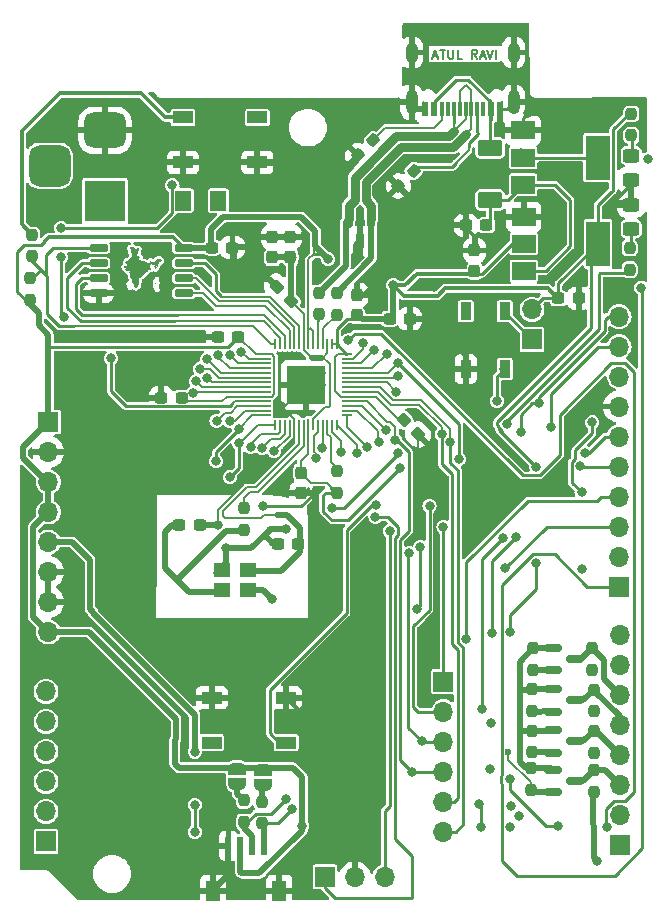
<source format=gbr>
%TF.GenerationSoftware,KiCad,Pcbnew,7.0.10*%
%TF.CreationDate,2024-02-09T23:31:33+05:30*%
%TF.ProjectId,rp2040-basic-m1,72703230-3430-42d6-9261-7369632d6d31,V2.2.1*%
%TF.SameCoordinates,Original*%
%TF.FileFunction,Copper,L1,Top*%
%TF.FilePolarity,Positive*%
%FSLAX46Y46*%
G04 Gerber Fmt 4.6, Leading zero omitted, Abs format (unit mm)*
G04 Created by KiCad (PCBNEW 7.0.10) date 2024-02-09 23:31:33*
%MOMM*%
%LPD*%
G01*
G04 APERTURE LIST*
G04 Aperture macros list*
%AMRoundRect*
0 Rectangle with rounded corners*
0 $1 Rounding radius*
0 $2 $3 $4 $5 $6 $7 $8 $9 X,Y pos of 4 corners*
0 Add a 4 corners polygon primitive as box body*
4,1,4,$2,$3,$4,$5,$6,$7,$8,$9,$2,$3,0*
0 Add four circle primitives for the rounded corners*
1,1,$1+$1,$2,$3*
1,1,$1+$1,$4,$5*
1,1,$1+$1,$6,$7*
1,1,$1+$1,$8,$9*
0 Add four rect primitives between the rounded corners*
20,1,$1+$1,$2,$3,$4,$5,0*
20,1,$1+$1,$4,$5,$6,$7,0*
20,1,$1+$1,$6,$7,$8,$9,0*
20,1,$1+$1,$8,$9,$2,$3,0*%
%AMFreePoly0*
4,1,19,0.500000,-0.750000,0.000000,-0.750000,0.000000,-0.744911,-0.071157,-0.744911,-0.207708,-0.704816,-0.327430,-0.627875,-0.420627,-0.520320,-0.479746,-0.390866,-0.500000,-0.250000,-0.500000,0.250000,-0.479746,0.390866,-0.420627,0.520320,-0.327430,0.627875,-0.207708,0.704816,-0.071157,0.744911,0.000000,0.744911,0.000000,0.750000,0.500000,0.750000,0.500000,-0.750000,0.500000,-0.750000,
$1*%
%AMFreePoly1*
4,1,19,0.000000,0.744911,0.071157,0.744911,0.207708,0.704816,0.327430,0.627875,0.420627,0.520320,0.479746,0.390866,0.500000,0.250000,0.500000,-0.250000,0.479746,-0.390866,0.420627,-0.520320,0.327430,-0.627875,0.207708,-0.704816,0.071157,-0.744911,0.000000,-0.744911,0.000000,-0.750000,-0.500000,-0.750000,-0.500000,0.750000,0.000000,0.750000,0.000000,0.744911,0.000000,0.744911,
$1*%
G04 Aperture macros list end*
%TA.AperFunction,NonConductor*%
%ADD10C,0.000000*%
%TD*%
%ADD11C,0.190500*%
%TA.AperFunction,NonConductor*%
%ADD12C,0.190500*%
%TD*%
%TA.AperFunction,SMDPad,CuDef*%
%ADD13R,1.700000X1.000000*%
%TD*%
%TA.AperFunction,SMDPad,CuDef*%
%ADD14RoundRect,0.237500X0.300000X0.237500X-0.300000X0.237500X-0.300000X-0.237500X0.300000X-0.237500X0*%
%TD*%
%TA.AperFunction,SMDPad,CuDef*%
%ADD15R,2.000000X1.500000*%
%TD*%
%TA.AperFunction,SMDPad,CuDef*%
%ADD16R,2.000000X3.800000*%
%TD*%
%TA.AperFunction,ComponentPad*%
%ADD17R,1.700000X1.700000*%
%TD*%
%TA.AperFunction,ComponentPad*%
%ADD18O,1.700000X1.700000*%
%TD*%
%TA.AperFunction,SMDPad,CuDef*%
%ADD19RoundRect,0.237500X-0.237500X0.250000X-0.237500X-0.250000X0.237500X-0.250000X0.237500X0.250000X0*%
%TD*%
%TA.AperFunction,SMDPad,CuDef*%
%ADD20RoundRect,0.150000X-0.587500X-0.150000X0.587500X-0.150000X0.587500X0.150000X-0.587500X0.150000X0*%
%TD*%
%TA.AperFunction,SMDPad,CuDef*%
%ADD21RoundRect,0.237500X0.380070X-0.044194X-0.044194X0.380070X-0.380070X0.044194X0.044194X-0.380070X0*%
%TD*%
%TA.AperFunction,SMDPad,CuDef*%
%ADD22RoundRect,0.237500X0.237500X-0.250000X0.237500X0.250000X-0.237500X0.250000X-0.237500X-0.250000X0*%
%TD*%
%TA.AperFunction,SMDPad,CuDef*%
%ADD23RoundRect,0.237500X-0.300000X-0.237500X0.300000X-0.237500X0.300000X0.237500X-0.300000X0.237500X0*%
%TD*%
%TA.AperFunction,SMDPad,CuDef*%
%ADD24RoundRect,0.150000X-0.150000X0.587500X-0.150000X-0.587500X0.150000X-0.587500X0.150000X0.587500X0*%
%TD*%
%TA.AperFunction,SMDPad,CuDef*%
%ADD25R,1.400000X1.200000*%
%TD*%
%TA.AperFunction,SMDPad,CuDef*%
%ADD26RoundRect,0.250001X-0.462499X-0.624999X0.462499X-0.624999X0.462499X0.624999X-0.462499X0.624999X0*%
%TD*%
%TA.AperFunction,SMDPad,CuDef*%
%ADD27RoundRect,0.237500X0.237500X-0.300000X0.237500X0.300000X-0.237500X0.300000X-0.237500X-0.300000X0*%
%TD*%
%TA.AperFunction,SMDPad,CuDef*%
%ADD28RoundRect,0.237500X-0.380070X0.044194X0.044194X-0.380070X0.380070X-0.044194X-0.044194X0.380070X0*%
%TD*%
%TA.AperFunction,SMDPad,CuDef*%
%ADD29FreePoly0,90.000000*%
%TD*%
%TA.AperFunction,SMDPad,CuDef*%
%ADD30FreePoly1,90.000000*%
%TD*%
%TA.AperFunction,SMDPad,CuDef*%
%ADD31R,0.600000X1.550000*%
%TD*%
%TA.AperFunction,SMDPad,CuDef*%
%ADD32R,1.200000X1.800000*%
%TD*%
%TA.AperFunction,SMDPad,CuDef*%
%ADD33RoundRect,0.250000X0.450000X-0.325000X0.450000X0.325000X-0.450000X0.325000X-0.450000X-0.325000X0*%
%TD*%
%TA.AperFunction,SMDPad,CuDef*%
%ADD34RoundRect,0.237500X0.008839X0.344715X-0.344715X-0.008839X-0.008839X-0.344715X0.344715X0.008839X0*%
%TD*%
%TA.AperFunction,SMDPad,CuDef*%
%ADD35RoundRect,0.050000X-0.387500X-0.050000X0.387500X-0.050000X0.387500X0.050000X-0.387500X0.050000X0*%
%TD*%
%TA.AperFunction,SMDPad,CuDef*%
%ADD36RoundRect,0.050000X-0.050000X-0.387500X0.050000X-0.387500X0.050000X0.387500X-0.050000X0.387500X0*%
%TD*%
%TA.AperFunction,SMDPad,CuDef*%
%ADD37R,3.200000X3.200000*%
%TD*%
%TA.AperFunction,SMDPad,CuDef*%
%ADD38R,0.600000X1.240000*%
%TD*%
%TA.AperFunction,SMDPad,CuDef*%
%ADD39R,0.300000X1.240000*%
%TD*%
%TA.AperFunction,ComponentPad*%
%ADD40O,1.000000X2.100000*%
%TD*%
%TA.AperFunction,ComponentPad*%
%ADD41O,1.000000X1.800000*%
%TD*%
%TA.AperFunction,SMDPad,CuDef*%
%ADD42RoundRect,0.237500X-0.237500X0.300000X-0.237500X-0.300000X0.237500X-0.300000X0.237500X0.300000X0*%
%TD*%
%TA.AperFunction,SMDPad,CuDef*%
%ADD43RoundRect,0.250000X-0.450000X0.325000X-0.450000X-0.325000X0.450000X-0.325000X0.450000X0.325000X0*%
%TD*%
%TA.AperFunction,SMDPad,CuDef*%
%ADD44RoundRect,0.150000X-0.650000X-0.150000X0.650000X-0.150000X0.650000X0.150000X-0.650000X0.150000X0*%
%TD*%
%TA.AperFunction,SMDPad,CuDef*%
%ADD45R,0.900000X1.500000*%
%TD*%
%TA.AperFunction,ComponentPad*%
%ADD46R,3.500000X3.500000*%
%TD*%
%TA.AperFunction,ComponentPad*%
%ADD47RoundRect,0.750000X-1.000000X0.750000X-1.000000X-0.750000X1.000000X-0.750000X1.000000X0.750000X0*%
%TD*%
%TA.AperFunction,ComponentPad*%
%ADD48RoundRect,0.875000X-0.875000X0.875000X-0.875000X-0.875000X0.875000X-0.875000X0.875000X0.875000X0*%
%TD*%
%TA.AperFunction,SMDPad,CuDef*%
%ADD49RoundRect,0.250000X0.800000X-0.450000X0.800000X0.450000X-0.800000X0.450000X-0.800000X-0.450000X0*%
%TD*%
%TA.AperFunction,ViaPad*%
%ADD50C,0.800000*%
%TD*%
%TA.AperFunction,ViaPad*%
%ADD51C,0.600000*%
%TD*%
%TA.AperFunction,Conductor*%
%ADD52C,0.500000*%
%TD*%
%TA.AperFunction,Conductor*%
%ADD53C,0.250000*%
%TD*%
%TA.AperFunction,Conductor*%
%ADD54C,0.200000*%
%TD*%
%TA.AperFunction,Conductor*%
%ADD55C,0.350000*%
%TD*%
%TA.AperFunction,Conductor*%
%ADD56C,0.770000*%
%TD*%
G04 APERTURE END LIST*
D10*
%TA.AperFunction,NonConductor*%
G36*
X82456734Y-36511755D02*
G01*
X82459200Y-36516771D01*
X82465751Y-36518504D01*
X82469746Y-36534290D01*
X82473440Y-36535969D01*
X82471784Y-36538571D01*
X82486653Y-36543705D01*
X82490416Y-36551697D01*
X82488791Y-36560451D01*
X82495453Y-36570511D01*
X82513217Y-36574925D01*
X82513508Y-36567734D01*
X82521165Y-36566534D01*
X82522901Y-36577197D01*
X82517011Y-36587950D01*
X82516604Y-36596923D01*
X82521112Y-36600356D01*
X82525198Y-36597792D01*
X82528172Y-36603118D01*
X82524123Y-36626251D01*
X82534728Y-36633117D01*
X82536781Y-36647299D01*
X82541427Y-36640085D01*
X82544438Y-36645785D01*
X82550455Y-36644287D01*
X82551248Y-36647613D01*
X82561435Y-36645950D01*
X82563483Y-36650327D01*
X82561361Y-36659273D01*
X82556889Y-36659870D01*
X82551989Y-36671445D01*
X82548550Y-36671492D01*
X82545359Y-36674840D01*
X82544829Y-36682810D01*
X82536993Y-36686958D01*
X82529293Y-36686702D01*
X82520948Y-36694753D01*
X82520668Y-36700606D01*
X82518186Y-36700462D01*
X82517741Y-36702846D01*
X82524996Y-36707420D01*
X82520858Y-36718994D01*
X82504999Y-36721863D01*
X82493008Y-36733970D01*
X82486383Y-36733650D01*
X82481149Y-36736156D01*
X82471556Y-36750625D01*
X82476117Y-36755215D01*
X82469254Y-36756431D01*
X82468894Y-36767424D01*
X82470910Y-36771172D01*
X82476133Y-36773726D01*
X82472926Y-36778385D01*
X82474366Y-36781760D01*
X82468460Y-36783157D01*
X82469053Y-36787699D01*
X82464005Y-36785236D01*
X82461369Y-36789037D01*
X82463248Y-36793958D01*
X82456115Y-36801907D01*
X82463296Y-36807804D01*
X82459771Y-36810235D01*
X82458496Y-36804973D01*
X82451792Y-36809334D01*
X82446685Y-36823318D01*
X82448416Y-36829465D01*
X82453236Y-36834775D01*
X82454221Y-36840853D01*
X82451136Y-36841866D01*
X82439531Y-36837686D01*
X82437769Y-36845150D01*
X82440034Y-36848332D01*
X82433805Y-36851366D01*
X82430678Y-36866198D01*
X82422894Y-36870298D01*
X82414115Y-36868176D01*
X82404749Y-36861442D01*
X82396245Y-36864588D01*
X82388847Y-36863458D01*
X82386228Y-36865750D01*
X82382180Y-36863314D01*
X82369295Y-36864545D01*
X82370300Y-36870202D01*
X82366347Y-36873848D01*
X82367781Y-36877959D01*
X82360098Y-36889267D01*
X82352647Y-36893777D01*
X82349694Y-36903235D01*
X82344873Y-36902920D01*
X82343312Y-36898650D01*
X82337237Y-36896107D01*
X82335967Y-36910986D01*
X82339635Y-36926932D01*
X82334740Y-36935255D01*
X82340995Y-36940469D01*
X82341836Y-36947256D01*
X82344270Y-36944798D01*
X82346387Y-36950422D01*
X82342466Y-36961106D01*
X82346392Y-36967323D01*
X82343720Y-36969620D01*
X82344662Y-36976866D01*
X82340820Y-36983685D01*
X82342143Y-36993724D01*
X82365124Y-37002456D01*
X82368829Y-37000756D01*
X82377216Y-37001913D01*
X82376443Y-37013354D01*
X82378327Y-37016009D01*
X82376687Y-37020700D01*
X82370374Y-37021367D01*
X82363653Y-37027775D01*
X82362124Y-37021719D01*
X82364590Y-37016750D01*
X82347847Y-37012207D01*
X82341915Y-37014713D01*
X82336449Y-37020823D01*
X82324395Y-37000990D01*
X82318616Y-37003352D01*
X82305260Y-36994870D01*
X82301551Y-36999577D01*
X82292348Y-36988685D01*
X82284062Y-36996506D01*
X82280823Y-37006657D01*
X82282188Y-37011616D01*
X82294454Y-37017901D01*
X82296645Y-37024859D01*
X82305472Y-37026351D01*
X82303006Y-37035681D01*
X82303953Y-37055157D01*
X82301328Y-37059486D01*
X82309043Y-37058542D01*
X82312065Y-37068656D01*
X82319124Y-37069397D01*
X82317272Y-37075469D01*
X82314446Y-37075944D01*
X82319135Y-37080907D01*
X82315653Y-37087278D01*
X82318648Y-37099807D01*
X82316542Y-37103608D01*
X82320971Y-37104664D01*
X82322341Y-37107825D01*
X82320346Y-37111387D01*
X82323781Y-37116745D01*
X82325379Y-37128959D01*
X82317981Y-37130734D01*
X82316695Y-37142964D01*
X82313144Y-37146866D01*
X82307863Y-37147080D01*
X82307551Y-37152203D01*
X82302582Y-37151414D01*
X82295264Y-37154720D01*
X82293020Y-37161954D01*
X82286146Y-37159432D01*
X82286480Y-37162871D01*
X82293809Y-37166886D01*
X82292962Y-37170111D01*
X82288723Y-37169514D01*
X82287416Y-37173704D01*
X82283109Y-37175501D01*
X82272494Y-37187401D01*
X82270589Y-37195110D01*
X82260969Y-37195819D01*
X82261037Y-37199114D01*
X82253804Y-37200260D01*
X82246554Y-37205186D01*
X82243988Y-37213983D01*
X82245961Y-37217075D01*
X82244416Y-37224651D01*
X82240564Y-37232104D01*
X82240945Y-37238928D01*
X82236505Y-37249895D01*
X82231701Y-37248823D01*
X82230716Y-37257977D01*
X82216212Y-37257332D01*
X82205750Y-37252614D01*
X82196225Y-37260344D01*
X82191669Y-37259944D01*
X82181869Y-37225978D01*
X82185161Y-37215811D01*
X82172789Y-37219949D01*
X82171259Y-37212368D01*
X82173397Y-37211242D01*
X82169195Y-37208108D01*
X82165687Y-37216030D01*
X82158670Y-37215395D01*
X82158527Y-37209894D01*
X82164602Y-37205778D01*
X82159782Y-37200153D01*
X82156644Y-37190722D01*
X82157781Y-37187673D01*
X82153845Y-37186462D01*
X82154718Y-37184511D01*
X82149389Y-37180273D01*
X82147383Y-37174824D01*
X82130852Y-37162039D01*
X82115168Y-37166918D01*
X82106934Y-37151516D01*
X82104124Y-37146621D01*
X82107934Y-37146024D01*
X82115903Y-37139099D01*
X82106950Y-37126805D01*
X82106955Y-37119938D01*
X82112982Y-37109664D01*
X82113284Y-37101843D01*
X82120131Y-37096267D01*
X82119761Y-37090376D01*
X82125709Y-37087800D01*
X82129985Y-37079100D01*
X82140203Y-37071359D01*
X82144886Y-37082378D01*
X82151728Y-37080107D01*
X82153575Y-37085161D01*
X82160295Y-37084778D01*
X82170905Y-37076066D01*
X82164587Y-37068325D01*
X82176117Y-37063735D01*
X82174678Y-37057455D01*
X82170947Y-37056266D01*
X82168979Y-37052326D01*
X82162200Y-37051659D01*
X82157168Y-37046941D01*
X82150061Y-37046483D01*
X82151056Y-37037062D01*
X82137081Y-37027354D01*
X82137388Y-37022087D01*
X82129270Y-37021452D01*
X82130260Y-37027615D01*
X82127418Y-37025200D01*
X82121021Y-37025003D01*
X82121338Y-37022444D01*
X82125117Y-37023147D01*
X82132408Y-37016249D01*
X82130768Y-37012693D01*
X82122460Y-37011866D01*
X82122307Y-37008731D01*
X82126450Y-37006348D01*
X82130525Y-37009286D01*
X82134943Y-37008923D01*
X82137732Y-37002275D01*
X82137801Y-36993004D01*
X82137160Y-36987790D01*
X82132467Y-36984356D01*
X82120925Y-36983749D01*
X82120058Y-36981531D01*
X82123158Y-36978289D01*
X82119719Y-36972201D01*
X82133885Y-36968901D01*
X82137346Y-36964497D01*
X82145733Y-36961325D01*
X82142214Y-36953994D01*
X82146235Y-36929326D01*
X82140145Y-36928313D01*
X82134006Y-36931549D01*
X82130646Y-36927759D01*
X82133530Y-36923307D01*
X82141563Y-36919869D01*
X82137732Y-36910171D01*
X82137324Y-36890168D01*
X82127768Y-36890381D01*
X82124238Y-36881174D01*
X82126857Y-36877954D01*
X82125302Y-36870767D01*
X82127958Y-36861757D01*
X82147675Y-36852555D01*
X82151845Y-36846829D01*
X82150030Y-36842959D01*
X82158189Y-36826122D01*
X82155866Y-36812437D01*
X82156893Y-36797509D01*
X82159602Y-36791997D01*
X82167159Y-36793249D01*
X82169429Y-36786399D01*
X82169969Y-36770756D01*
X82167963Y-36768224D01*
X82170990Y-36767734D01*
X82178197Y-36748791D01*
X82182595Y-36749527D01*
X82184023Y-36756074D01*
X82187976Y-36755696D01*
X82188484Y-36751457D01*
X82184844Y-36749330D01*
X82189823Y-36747166D01*
X82190225Y-36735602D01*
X82197454Y-36733501D01*
X82200681Y-36727786D01*
X82200258Y-36710187D01*
X82208021Y-36704296D01*
X82212265Y-36708919D01*
X82218589Y-36703177D01*
X82221742Y-36705304D01*
X82223843Y-36700191D01*
X82230029Y-36702473D01*
X82232003Y-36710161D01*
X82235088Y-36705602D01*
X82237702Y-36707031D01*
X82236596Y-36703838D01*
X82241226Y-36703918D01*
X82245571Y-36698309D01*
X82256286Y-36698427D01*
X82257149Y-36695388D01*
X82259932Y-36694828D01*
X82260800Y-36687252D01*
X82266394Y-36685130D01*
X82268156Y-36681937D01*
X82270103Y-36685322D01*
X82272564Y-36683451D01*
X82270775Y-36675886D01*
X82274950Y-36671056D01*
X82272357Y-36662909D01*
X82273299Y-36658191D01*
X82282935Y-36656096D01*
X82283337Y-36653190D01*
X82292228Y-36648115D01*
X82289815Y-36638007D01*
X82291990Y-36633566D01*
X82301514Y-36633288D01*
X82306282Y-36628858D01*
X82311685Y-36630431D01*
X82315580Y-36625846D01*
X82314627Y-36615476D01*
X82319834Y-36608604D01*
X82319437Y-36603667D01*
X82314114Y-36599264D01*
X82311129Y-36599989D01*
X82309759Y-36594935D01*
X82303911Y-36597328D01*
X82300456Y-36596113D01*
X82300620Y-36591816D01*
X82296201Y-36593069D01*
X82289582Y-36578674D01*
X82279702Y-36581185D01*
X82277204Y-36577011D01*
X82269605Y-36574393D01*
X82264848Y-36579730D01*
X82260578Y-36578733D01*
X82257662Y-36583723D01*
X82255318Y-36581724D01*
X82255170Y-36576446D01*
X82252000Y-36575907D01*
X82251185Y-36571829D01*
X82254837Y-36570448D01*
X82256006Y-36563064D01*
X82259313Y-36563144D01*
X82264208Y-36555744D01*
X82262742Y-36551794D01*
X82258932Y-36549715D01*
X82257921Y-36542475D01*
X82254365Y-36539697D01*
X82255704Y-36533230D01*
X82261361Y-36530970D01*
X82268161Y-36539057D01*
X82267727Y-36541307D01*
X82274770Y-36544773D01*
X82282554Y-36543264D01*
X82289592Y-36537357D01*
X82293386Y-36539798D01*
X82298926Y-36538551D01*
X82303874Y-36543717D01*
X82316834Y-36543792D01*
X82321432Y-36539782D01*
X82320919Y-36542336D01*
X82323898Y-36545375D01*
X82327126Y-36543557D01*
X82335206Y-36545770D01*
X82349800Y-36544831D01*
X82356029Y-36548126D01*
X82359162Y-36546921D01*
X82357262Y-36543291D01*
X82363755Y-36543440D01*
X82371073Y-36539356D01*
X82371570Y-36533124D01*
X82381714Y-36531375D01*
X82388324Y-36526422D01*
X82402839Y-36537005D01*
X82419217Y-36536728D01*
X82430615Y-36531513D01*
X82433552Y-36523223D01*
X82440198Y-36519107D01*
X82441637Y-36513072D01*
X82445457Y-36509617D01*
X82456734Y-36511755D01*
G37*
%TD.AperFunction*%
%TA.AperFunction,NonConductor*%
G36*
X83078823Y-36757251D02*
G01*
X83082897Y-36764619D01*
X83081267Y-36770894D01*
X83077876Y-36771896D01*
X83071997Y-36760567D01*
X83072610Y-36756457D01*
X83078823Y-36757251D01*
G37*
%TD.AperFunction*%
%TA.AperFunction,NonConductor*%
G36*
X83055211Y-36786489D02*
G01*
X83055455Y-36790956D01*
X83051084Y-36792945D01*
X83054502Y-36784234D01*
X83055211Y-36786489D01*
G37*
%TD.AperFunction*%
%TA.AperFunction,NonConductor*%
G36*
X83073240Y-36803203D02*
G01*
X83075637Y-36805202D01*
X83077447Y-36810283D01*
X83074256Y-36810656D01*
X83074240Y-36807532D01*
X83071255Y-36804781D01*
X83068811Y-36798831D01*
X83072541Y-36798240D01*
X83073240Y-36803203D01*
G37*
%TD.AperFunction*%
%TA.AperFunction,NonConductor*%
G36*
X82094154Y-37756574D02*
G01*
X82102822Y-37756803D01*
X82107881Y-37766805D01*
X82111881Y-37769054D01*
X82111876Y-37763009D01*
X82115512Y-37780016D01*
X82110437Y-37795263D01*
X82105547Y-37835792D01*
X82094715Y-37871400D01*
X82064558Y-37917356D01*
X82059330Y-37931452D01*
X82054927Y-37928845D01*
X82048170Y-37935232D01*
X82045820Y-37928408D01*
X82049905Y-37927043D01*
X82047921Y-37925364D01*
X82044725Y-37927283D01*
X82041756Y-37922532D01*
X82037920Y-37926270D01*
X82043973Y-37927885D01*
X82041661Y-37931905D01*
X82044746Y-37932795D01*
X82046836Y-37937007D01*
X82045783Y-37938883D01*
X82042179Y-37935514D01*
X82039539Y-37939939D01*
X82044497Y-37943042D01*
X82049593Y-37940520D01*
X82049852Y-37944609D01*
X82053133Y-37942818D01*
X82055197Y-37946433D01*
X82050397Y-37974135D01*
X82059383Y-37997769D01*
X82061198Y-38040585D01*
X82055313Y-38039433D01*
X82053318Y-38041566D01*
X82047614Y-38039337D01*
X82049122Y-38044269D01*
X82044481Y-38043309D01*
X82047053Y-38049451D01*
X82056149Y-38052842D01*
X82056631Y-38058866D01*
X82060827Y-38058903D01*
X82063933Y-38117239D01*
X82059102Y-38119616D01*
X82048826Y-38119648D01*
X82009255Y-38114951D01*
X81999195Y-38121274D01*
X81991903Y-38134389D01*
X81991840Y-38140275D01*
X81996147Y-38146374D01*
X81983712Y-38158258D01*
X81980023Y-38167012D01*
X81965868Y-38183453D01*
X81959285Y-38194793D01*
X81955253Y-38209124D01*
X81959809Y-38217435D01*
X81973562Y-38229324D01*
X81987622Y-38231441D01*
X81976917Y-38233877D01*
X81961561Y-38232470D01*
X81952486Y-38234250D01*
X81936362Y-38239619D01*
X81935346Y-38241709D01*
X81928636Y-38241458D01*
X81926911Y-38243554D01*
X81928573Y-38245366D01*
X81919804Y-38248330D01*
X81901252Y-38250511D01*
X81878916Y-38267635D01*
X81874450Y-38276299D01*
X81873190Y-38288704D01*
X81876481Y-38288145D01*
X81881249Y-38291264D01*
X81874513Y-38291791D01*
X81867375Y-38302166D01*
X81866449Y-38310051D01*
X81871126Y-38309209D01*
X81870206Y-38319487D01*
X81862972Y-38328146D01*
X81861252Y-38332565D01*
X81863189Y-38333653D01*
X81834053Y-38347376D01*
X81827714Y-38355314D01*
X81808759Y-38359979D01*
X81806018Y-38366600D01*
X81779988Y-38361626D01*
X81755673Y-38341788D01*
X81758493Y-38339000D01*
X81762674Y-38340173D01*
X81759922Y-38332768D01*
X81768193Y-38326136D01*
X81765648Y-38319898D01*
X81772410Y-38319002D01*
X81774363Y-38314956D01*
X81762197Y-38292516D01*
X81764547Y-38292804D01*
X81768770Y-38288235D01*
X81771908Y-38278863D01*
X81767669Y-38272337D01*
X81764981Y-38272524D01*
X81764954Y-38269016D01*
X81759636Y-38261739D01*
X81765166Y-38258966D01*
X81766690Y-38253134D01*
X81772881Y-38247008D01*
X81771204Y-38242946D01*
X81774548Y-38239614D01*
X81774548Y-38230396D01*
X81776464Y-38226291D01*
X81779475Y-38226238D01*
X81782015Y-38214642D01*
X81786925Y-38212430D01*
X81788883Y-38207279D01*
X81783819Y-38203937D01*
X81782750Y-38196206D01*
X81780967Y-38199789D01*
X81778697Y-38196435D01*
X81773236Y-38199591D01*
X81766690Y-38195182D01*
X81761811Y-38194974D01*
X81766023Y-38182654D01*
X81768050Y-38181961D01*
X81768225Y-38175408D01*
X81770902Y-38174438D01*
X81768129Y-38171511D01*
X81769764Y-38167630D01*
X81767044Y-38165722D01*
X81770987Y-38157074D01*
X81773680Y-38155885D01*
X81772468Y-38148357D01*
X81765790Y-38140216D01*
X81773765Y-38137220D01*
X81776056Y-38127293D01*
X81772299Y-38125790D01*
X81772744Y-38122058D01*
X81768748Y-38116188D01*
X81769595Y-38112301D01*
X81763039Y-38111625D01*
X81750730Y-38118475D01*
X81749254Y-38122682D01*
X81741750Y-38127133D01*
X81734516Y-38125315D01*
X81729733Y-38120549D01*
X81729955Y-38117958D01*
X81727103Y-38119360D01*
X81725013Y-38117377D01*
X81727193Y-38110116D01*
X81723647Y-38103889D01*
X81726129Y-38084701D01*
X81723388Y-38080042D01*
X81730881Y-38079695D01*
X81728987Y-38074524D01*
X81733638Y-38063749D01*
X81732617Y-38060465D01*
X81727314Y-38059585D01*
X81724780Y-38053476D01*
X81706127Y-38046433D01*
X81712482Y-38034325D01*
X81722002Y-38033083D01*
X81715869Y-38032507D01*
X81716049Y-38024169D01*
X81710778Y-38021546D01*
X81714588Y-38014274D01*
X81711418Y-38011731D01*
X81703232Y-38016897D01*
X81688236Y-38014962D01*
X81684373Y-38017516D01*
X81683669Y-38011832D01*
X81694056Y-38004832D01*
X81693834Y-37998131D01*
X81690654Y-37998691D01*
X81683886Y-37994761D01*
X81679679Y-37988859D01*
X81671180Y-37986018D01*
X81669762Y-37987607D01*
X81665016Y-37984226D01*
X81660814Y-37985911D01*
X81659227Y-37974054D01*
X81664232Y-37970834D01*
X81667217Y-37974065D01*
X81673001Y-37971981D01*
X81676313Y-37967486D01*
X81681272Y-37967385D01*
X81681123Y-37963301D01*
X81684214Y-37963776D01*
X81690066Y-37958919D01*
X81694077Y-37962038D01*
X81696258Y-37968873D01*
X81716879Y-37968826D01*
X81724663Y-37970334D01*
X81726965Y-37972904D01*
X81728473Y-37969812D01*
X81725992Y-37965024D01*
X81733876Y-37949265D01*
X81740512Y-37951318D01*
X81741972Y-37947250D01*
X81745481Y-37947031D01*
X81748497Y-37949190D01*
X81747465Y-37951365D01*
X81751254Y-37949958D01*
X81752926Y-37955854D01*
X81757101Y-37957241D01*
X81756382Y-37951547D01*
X81770145Y-37949212D01*
X81771775Y-37947095D01*
X81776548Y-37947559D01*
X81781120Y-37952022D01*
X81784819Y-37949777D01*
X81791439Y-37952960D01*
X81795540Y-37942943D01*
X81795154Y-37937339D01*
X81797826Y-37938763D01*
X81798657Y-37932370D01*
X81818162Y-37931720D01*
X81821374Y-37923584D01*
X81830126Y-37912740D01*
X81825464Y-37905740D01*
X81796588Y-37901774D01*
X81797090Y-37895009D01*
X81805123Y-37892529D01*
X81811891Y-37884575D01*
X81813690Y-37878370D01*
X81814257Y-37870554D01*
X81808737Y-37871561D01*
X81812172Y-37867995D01*
X81809087Y-37867174D01*
X81808150Y-37861389D01*
X81811230Y-37854224D01*
X81810399Y-37850071D01*
X81817485Y-37848183D01*
X81820152Y-37851041D01*
X81822972Y-37848236D01*
X81826031Y-37849345D01*
X81833571Y-37835377D01*
X81831952Y-37830035D01*
X81846668Y-37824965D01*
X81848520Y-37827508D01*
X81845726Y-37831384D01*
X81847451Y-37832328D01*
X81849753Y-37828276D01*
X81853722Y-37834386D01*
X81855944Y-37834407D01*
X81857431Y-37828670D01*
X81860956Y-37829071D01*
X81869147Y-37837297D01*
X81880196Y-37839264D01*
X81880196Y-37839263D01*
X81880921Y-37843517D01*
X81876783Y-37847366D01*
X81885044Y-37846167D01*
X81887928Y-37850592D01*
X81896553Y-37855262D01*
X81906665Y-37854628D01*
X81906448Y-37849531D01*
X81909872Y-37849414D01*
X81910412Y-37844850D01*
X81912306Y-37845042D01*
X81912910Y-37844845D01*
X81913841Y-37847558D01*
X81916418Y-37846886D01*
X81916185Y-37840254D01*
X81920217Y-37837200D01*
X81925064Y-37820320D01*
X81927387Y-37820342D01*
X81923731Y-37813533D01*
X81927880Y-37809093D01*
X81932605Y-37810634D01*
X81933568Y-37804743D01*
X81938394Y-37805963D01*
X81952798Y-37801320D01*
X81953449Y-37808885D01*
X81958185Y-37809008D01*
X81954730Y-37807131D01*
X81957047Y-37803415D01*
X81964271Y-37802418D01*
X81974182Y-37809515D01*
X81983448Y-37810293D01*
X81987459Y-37801491D01*
X81990713Y-37799294D01*
X81990718Y-37795690D01*
X81996153Y-37795045D01*
X82000646Y-37800088D01*
X82005810Y-37796351D01*
X82005059Y-37792561D01*
X82013478Y-37789783D01*
X82013240Y-37787384D01*
X82015886Y-37786446D01*
X82014843Y-37784958D01*
X82012044Y-37786974D01*
X82013615Y-37779089D01*
X82008027Y-37776615D01*
X82014039Y-37774275D01*
X82025881Y-37775704D01*
X82027315Y-37780710D01*
X82030808Y-37783189D01*
X82040587Y-37779025D01*
X82041116Y-37785001D01*
X82043635Y-37784495D01*
X82042825Y-37787513D01*
X82046604Y-37785865D01*
X82048990Y-37788930D01*
X82053478Y-37785679D01*
X82046429Y-37780123D01*
X82050064Y-37776642D01*
X82052911Y-37779004D01*
X82055182Y-37776466D01*
X82060817Y-37776567D01*
X82069051Y-37772862D01*
X82072157Y-37768517D01*
X82069824Y-37765073D01*
X82073231Y-37763527D01*
X82073078Y-37759720D01*
X82076793Y-37758787D01*
X82077957Y-37755561D01*
X82081296Y-37755934D01*
X82080931Y-37753956D01*
X82076216Y-37753013D01*
X82076655Y-37750784D01*
X82085000Y-37749873D01*
X82094154Y-37756574D01*
G37*
%TD.AperFunction*%
%TA.AperFunction,NonConductor*%
G36*
X81617703Y-35448035D02*
G01*
X81626699Y-35460026D01*
X81616915Y-35464957D01*
X81605009Y-35478829D01*
X81592399Y-35483963D01*
X81592139Y-35490462D01*
X81596748Y-35493149D01*
X81587546Y-35504036D01*
X81589737Y-35506088D01*
X81595367Y-35504628D01*
X81599849Y-35506680D01*
X81610311Y-35515477D01*
X81622524Y-35521309D01*
X81631049Y-35539004D01*
X81625551Y-35538658D01*
X81634515Y-35560937D01*
X81651215Y-35591235D01*
X81649168Y-35598033D01*
X81652628Y-35600677D01*
X81653353Y-35605187D01*
X81667006Y-35603567D01*
X81666995Y-35600576D01*
X81671504Y-35599174D01*
X81669197Y-35592749D01*
X81673996Y-35591027D01*
X81674435Y-35587679D01*
X81676219Y-35594210D01*
X81683865Y-35605283D01*
X81681965Y-35608296D01*
X81685913Y-35604740D01*
X81688331Y-35609522D01*
X81691178Y-35608264D01*
X81691602Y-35610961D01*
X81693713Y-35608152D01*
X81693469Y-35611868D01*
X81697406Y-35608647D01*
X81700851Y-35612443D01*
X81698523Y-35616932D01*
X81703550Y-35615536D01*
X81704598Y-35617370D01*
X81699608Y-35621283D01*
X81699486Y-35628438D01*
X81703524Y-35630703D01*
X81700560Y-35638055D01*
X81701788Y-35644448D01*
X81713144Y-35649731D01*
X81719489Y-35657115D01*
X81719399Y-35660980D01*
X81725902Y-35666668D01*
X81728014Y-35671845D01*
X81725950Y-35675556D01*
X81722066Y-35675204D01*
X81722399Y-35672720D01*
X81719425Y-35673850D01*
X81718325Y-35671003D01*
X81710715Y-35676041D01*
X81714663Y-35684326D01*
X81722203Y-35687759D01*
X81725024Y-35685627D01*
X81726685Y-35689508D01*
X81729723Y-35686474D01*
X81729321Y-35691465D01*
X81735396Y-35696743D01*
X81732247Y-35704393D01*
X81736158Y-35707277D01*
X81732676Y-35711590D01*
X81732665Y-35717194D01*
X81736930Y-35723948D01*
X81731718Y-35727675D01*
X81731718Y-35724258D01*
X81726421Y-35718121D01*
X81723764Y-35720958D01*
X81718160Y-35717481D01*
X81711768Y-35723309D01*
X81713006Y-35726971D01*
X81716017Y-35727680D01*
X81713430Y-35731119D01*
X81708937Y-35732015D01*
X81701762Y-35739132D01*
X81694872Y-35739862D01*
X81693200Y-35744719D01*
X81698899Y-35740945D01*
X81702005Y-35744229D01*
X81701148Y-35746260D01*
X81704984Y-35747444D01*
X81703630Y-35760324D01*
X81700788Y-35763587D01*
X81698100Y-35764243D01*
X81695676Y-35761209D01*
X81689718Y-35764051D01*
X81688580Y-35761417D01*
X81684289Y-35760959D01*
X81679648Y-35747913D01*
X81676415Y-35750360D01*
X81678701Y-35753639D01*
X81677410Y-35757515D01*
X81670308Y-35754727D01*
X81672864Y-35757499D01*
X81669980Y-35759994D01*
X81662032Y-35758608D01*
X81656793Y-35753484D01*
X81657688Y-35756550D01*
X81655322Y-35756560D01*
X81662455Y-35760463D01*
X81656185Y-35769014D01*
X81658074Y-35770401D01*
X81655359Y-35771776D01*
X81656793Y-35781042D01*
X81652629Y-35783025D01*
X81654661Y-35788154D01*
X81661016Y-35790660D01*
X81647104Y-35799958D01*
X81642813Y-35798758D01*
X81638161Y-35806318D01*
X81636161Y-35805118D01*
X81630319Y-35808274D01*
X81620836Y-35806265D01*
X81615269Y-35797916D01*
X81611618Y-35798582D01*
X81608909Y-35796247D01*
X81601633Y-35798390D01*
X81600696Y-35805225D01*
X81592711Y-35802922D01*
X81591367Y-35806350D01*
X81586440Y-35806835D01*
X81585070Y-35803866D01*
X81580122Y-35804607D01*
X81572650Y-35798492D01*
X81565395Y-35810839D01*
X81560585Y-35813073D01*
X81562257Y-35817492D01*
X81558633Y-35816032D01*
X81554516Y-35823773D01*
X81557167Y-35826534D01*
X81556236Y-35829136D01*
X81548192Y-35831935D01*
X81547944Y-35824226D01*
X81542636Y-35821224D01*
X81540921Y-35817050D01*
X81545070Y-35813851D01*
X81544895Y-35809064D01*
X81549023Y-35805630D01*
X81543636Y-35794546D01*
X81540652Y-35796962D01*
X81540503Y-35801925D01*
X81533428Y-35798641D01*
X81535302Y-35796103D01*
X81532439Y-35793176D01*
X81534984Y-35790127D01*
X81532831Y-35784758D01*
X81530693Y-35789375D01*
X81522321Y-35792270D01*
X81514103Y-35780397D01*
X81510727Y-35781687D01*
X81510309Y-35777934D01*
X81506780Y-35779118D01*
X81501414Y-35774826D01*
X81492862Y-35778766D01*
X81489185Y-35777817D01*
X81483544Y-35783815D01*
X81484332Y-35786096D01*
X81470161Y-35781138D01*
X81400608Y-35777715D01*
X81401015Y-35767869D01*
X81408974Y-35758331D01*
X81408931Y-35748846D01*
X81407995Y-35740279D01*
X81398401Y-35726529D01*
X81401962Y-35720324D01*
X81404672Y-35719791D01*
X81405497Y-35714379D01*
X81408529Y-35715067D01*
X81410858Y-35709533D01*
X81416430Y-35704932D01*
X81421261Y-35705817D01*
X81420187Y-35702528D01*
X81422928Y-35699889D01*
X81422748Y-35695058D01*
X81424727Y-35695976D01*
X81425775Y-35692558D01*
X81429384Y-35692499D01*
X81438379Y-35681266D01*
X81443883Y-35679896D01*
X81441708Y-35675013D01*
X81445608Y-35673109D01*
X81444317Y-35670934D01*
X81447682Y-35664728D01*
X81452873Y-35664958D01*
X81453154Y-35659829D01*
X81458758Y-35657163D01*
X81464790Y-35649401D01*
X81472273Y-35645834D01*
X81474516Y-35636243D01*
X81481623Y-35638898D01*
X81487126Y-35637016D01*
X81489587Y-35632623D01*
X81487692Y-35628059D01*
X81482581Y-35629270D01*
X81481506Y-35627228D01*
X81478284Y-35627702D01*
X81477516Y-35632650D01*
X81473802Y-35633897D01*
X81472860Y-35629216D01*
X81468558Y-35627036D01*
X81469283Y-35609661D01*
X81473796Y-35606265D01*
X81483787Y-35585254D01*
X81482057Y-35581773D01*
X81475342Y-35579816D01*
X81479554Y-35575599D01*
X81479226Y-35571201D01*
X81469960Y-35550974D01*
X81470050Y-35548063D01*
X81473786Y-35547013D01*
X81474294Y-35537134D01*
X81479162Y-35529659D01*
X81481633Y-35530267D01*
X81485761Y-35525442D01*
X81490566Y-35524568D01*
X81491222Y-35520244D01*
X81494185Y-35522936D01*
X81495492Y-35520990D01*
X81502297Y-35520612D01*
X81503318Y-35515073D01*
X81508494Y-35511607D01*
X81509303Y-35508121D01*
X81515235Y-35506137D01*
X81523982Y-35510973D01*
X81536312Y-35503888D01*
X81541651Y-35505834D01*
X81545075Y-35499452D01*
X81549928Y-35503322D01*
X81563659Y-35483964D01*
X81564088Y-35479486D01*
X81559140Y-35470476D01*
X81569406Y-35472193D01*
X81575746Y-35470119D01*
X81575248Y-35473078D01*
X81577741Y-35474043D01*
X81578963Y-35478532D01*
X81582059Y-35468957D01*
X81602257Y-35459845D01*
X81606067Y-35452190D01*
X81612533Y-35450782D01*
X81620090Y-35439036D01*
X81617703Y-35448035D01*
G37*
%TD.AperFunction*%
%TA.AperFunction,NonConductor*%
G36*
X81462366Y-36766502D02*
G01*
X81467325Y-36768496D01*
X81471098Y-36773960D01*
X81468457Y-36786105D01*
X81469298Y-36795718D01*
X81473855Y-36796720D01*
X81474574Y-36801054D01*
X81500297Y-36809590D01*
X81512568Y-36807244D01*
X81529835Y-36815038D01*
X81536190Y-36827599D01*
X81547795Y-36833405D01*
X81556632Y-36832840D01*
X81556881Y-36835985D01*
X81563469Y-36834316D01*
X81567570Y-36836732D01*
X81575322Y-36835393D01*
X81584154Y-36837979D01*
X81590885Y-36835297D01*
X81598029Y-36837041D01*
X81621810Y-36834743D01*
X81630742Y-36835415D01*
X81640008Y-36840335D01*
X81645135Y-36837803D01*
X81651840Y-36851473D01*
X81650199Y-36853979D01*
X81653332Y-36859907D01*
X81652681Y-36861997D01*
X81646823Y-36862722D01*
X81653321Y-36872238D01*
X81663238Y-36871044D01*
X81665413Y-36873347D01*
X81675890Y-36873108D01*
X81684346Y-36868645D01*
X81688188Y-36858979D01*
X81703254Y-36859385D01*
X81707434Y-36848701D01*
X81703386Y-36842426D01*
X81721070Y-36826762D01*
X81721917Y-36823980D01*
X81718721Y-36820072D01*
X81721478Y-36817982D01*
X81722309Y-36811136D01*
X81726542Y-36811669D01*
X81728606Y-36809052D01*
X81734030Y-36810747D01*
X81752995Y-36796171D01*
X81762462Y-36797307D01*
X81763981Y-36795649D01*
X81767960Y-36799621D01*
X81769865Y-36796768D01*
X81776353Y-36796011D01*
X81776691Y-36791410D01*
X81797651Y-36790371D01*
X81805039Y-36798784D01*
X81808267Y-36807612D01*
X81808229Y-36815300D01*
X81812230Y-36817667D01*
X81807785Y-36819219D01*
X81795656Y-36816020D01*
X81791164Y-36818819D01*
X81793529Y-36825995D01*
X81796964Y-36827898D01*
X81798927Y-36837340D01*
X81809716Y-36838918D01*
X81811971Y-36838619D01*
X81811611Y-36835453D01*
X81817082Y-36835474D01*
X81818882Y-36838081D01*
X81821527Y-36835031D01*
X81823094Y-36839563D01*
X81826263Y-36838891D01*
X81828041Y-36836385D01*
X81832862Y-36835788D01*
X81833518Y-36833224D01*
X81842657Y-36837345D01*
X81848959Y-36836247D01*
X81874502Y-36822945D01*
X81875788Y-36815764D01*
X81885572Y-36814330D01*
X81885228Y-36811515D01*
X81889435Y-36814244D01*
X81893055Y-36811963D01*
X81895732Y-36813423D01*
X81897785Y-36808604D01*
X81902553Y-36810598D01*
X81903384Y-36822556D01*
X81912078Y-36819368D01*
X81918497Y-36820887D01*
X81920529Y-36824326D01*
X81935473Y-36826976D01*
X81938431Y-36823494D01*
X81941283Y-36826682D01*
X81942659Y-36824065D01*
X81953205Y-36824560D01*
X81954967Y-36822700D01*
X81958962Y-36824272D01*
X81959936Y-36821132D01*
X81955925Y-36816222D01*
X81958518Y-36815572D01*
X81956899Y-36811744D01*
X81965895Y-36808593D01*
X81967567Y-36810656D01*
X81976266Y-36810933D01*
X81982881Y-36803608D01*
X81990866Y-36804770D01*
X81991840Y-36796043D01*
X82005169Y-36801422D01*
X82010233Y-36801939D01*
X82012567Y-36799924D01*
X82020626Y-36801993D01*
X82025950Y-36817496D01*
X82038226Y-36815950D01*
X82047656Y-36810534D01*
X82061441Y-36819080D01*
X82067944Y-36819853D01*
X82070225Y-36815993D01*
X82076554Y-36818632D01*
X82084311Y-36816259D01*
X82090000Y-36810000D01*
X82098117Y-36806759D01*
X82106097Y-36808433D01*
X82118326Y-36820274D01*
X82122835Y-36830142D01*
X82120374Y-36833810D01*
X82121956Y-36837489D01*
X82126057Y-36838016D01*
X82126936Y-36834412D01*
X82131058Y-36834967D01*
X82142980Y-36843651D01*
X82150002Y-36842937D01*
X82151822Y-36846807D01*
X82147653Y-36852533D01*
X82127936Y-36861741D01*
X82125279Y-36870745D01*
X82126835Y-36877937D01*
X82124221Y-36881157D01*
X82127745Y-36890364D01*
X82137302Y-36890151D01*
X82137709Y-36910160D01*
X82141540Y-36919852D01*
X82133508Y-36923296D01*
X82130629Y-36927748D01*
X82133984Y-36931538D01*
X82140122Y-36928302D01*
X82146213Y-36929315D01*
X82142191Y-36953983D01*
X82145710Y-36961314D01*
X82137323Y-36964486D01*
X82133867Y-36968890D01*
X82119702Y-36972190D01*
X82123136Y-36978278D01*
X82120040Y-36981519D01*
X82120908Y-36983737D01*
X82132449Y-36984340D01*
X82137143Y-36987778D01*
X82137783Y-36992993D01*
X82137714Y-37002264D01*
X82134926Y-37008912D01*
X82130507Y-37009274D01*
X82126433Y-37006337D01*
X82122289Y-37008715D01*
X82122443Y-37011849D01*
X82130751Y-37012676D01*
X82132396Y-37016232D01*
X82125105Y-37023130D01*
X82121326Y-37022427D01*
X82121009Y-37024980D01*
X82127407Y-37025178D01*
X82130248Y-37027593D01*
X82129258Y-37021430D01*
X82137376Y-37022064D01*
X82137069Y-37027332D01*
X82151044Y-37037040D01*
X82150049Y-37046461D01*
X82157151Y-37046919D01*
X82162183Y-37051637D01*
X82168962Y-37052304D01*
X82170930Y-37056243D01*
X82174661Y-37057438D01*
X82176100Y-37063718D01*
X82164564Y-37068303D01*
X82170883Y-37076044D01*
X82160273Y-37084761D01*
X82153552Y-37085139D01*
X82151706Y-37080090D01*
X82144864Y-37082362D01*
X82140175Y-37071342D01*
X82129957Y-37079083D01*
X82125681Y-37087783D01*
X82119734Y-37090359D01*
X82120104Y-37096244D01*
X82113256Y-37101821D01*
X82112955Y-37109647D01*
X82106928Y-37119921D01*
X82106922Y-37126788D01*
X82115876Y-37139082D01*
X82107907Y-37146007D01*
X82104097Y-37146604D01*
X82106907Y-37151498D01*
X82099636Y-37153898D01*
X82098202Y-37156457D01*
X82094783Y-37154074D01*
X82089545Y-37156393D01*
X82078638Y-37145783D01*
X82069738Y-37143715D01*
X82065531Y-37138272D01*
X82070516Y-37134982D01*
X82070018Y-37115891D01*
X82067981Y-37112878D01*
X82061721Y-37114371D01*
X82061552Y-37106214D01*
X82070987Y-37098409D01*
X82068436Y-37091857D01*
X82073045Y-37083503D01*
X82074289Y-37071337D01*
X82070653Y-37063867D01*
X82058250Y-37055337D01*
X82053509Y-37048673D01*
X82048513Y-37047548D01*
X82037369Y-37050859D01*
X82032755Y-37059240D01*
X82027706Y-37057326D01*
X82026616Y-37053978D01*
X82018615Y-37059986D01*
X82007381Y-37051307D01*
X82001317Y-37051979D01*
X82000269Y-37049078D01*
X81993517Y-37046439D01*
X81992718Y-37056531D01*
X81989416Y-37060669D01*
X81991199Y-37063478D01*
X81986199Y-37064310D01*
X81977901Y-37056393D01*
X81968540Y-37054985D01*
X81965715Y-37052384D01*
X81961471Y-37053589D01*
X81964349Y-37049675D01*
X81963064Y-37042121D01*
X81957190Y-37039940D01*
X81950861Y-37041284D01*
X81949400Y-37029262D01*
X81942669Y-37026857D01*
X81935092Y-37028270D01*
X81922598Y-37022293D01*
X81914026Y-37021798D01*
X81910443Y-37025162D01*
X81908480Y-37022422D01*
X81899780Y-37020060D01*
X81898283Y-37015011D01*
X81892975Y-37014542D01*
X81891123Y-37010730D01*
X81888313Y-37018508D01*
X81893282Y-37019729D01*
X81896468Y-37026585D01*
X81893981Y-37034534D01*
X81887393Y-37037349D01*
X81885609Y-37040478D01*
X81890181Y-37047425D01*
X81890197Y-37051242D01*
X81886646Y-37052842D01*
X81889948Y-37064821D01*
X81875910Y-37070073D01*
X81877566Y-37079483D01*
X81874566Y-37090700D01*
X81864839Y-37088535D01*
X81861395Y-37090060D01*
X81860797Y-37086642D01*
X81850070Y-37078363D01*
X81840318Y-37082964D01*
X81840434Y-37085081D01*
X81845287Y-37087064D01*
X81841038Y-37088471D01*
X81838730Y-37095317D01*
X81840043Y-37097220D01*
X81837016Y-37102514D01*
X81838905Y-37107867D01*
X81833867Y-37106470D01*
X81833259Y-37112414D01*
X81829327Y-37111156D01*
X81828851Y-37115085D01*
X81829951Y-37120619D01*
X81835465Y-37120507D01*
X81834973Y-37124372D01*
X81839519Y-37124036D01*
X81838053Y-37128840D01*
X81842604Y-37129165D01*
X81849356Y-37139273D01*
X81837714Y-37141011D01*
X81832063Y-37155459D01*
X81828872Y-37152767D01*
X81826126Y-37156413D01*
X81826528Y-37170600D01*
X81817786Y-37173825D01*
X81816818Y-37170845D01*
X81811108Y-37171442D01*
X81811526Y-37180020D01*
X81808811Y-37178901D01*
X81805451Y-37181284D01*
X81809775Y-37183384D01*
X81803208Y-37185496D01*
X81806451Y-37186610D01*
X81802493Y-37194623D01*
X81807748Y-37198285D01*
X81805869Y-37201394D01*
X81801387Y-37199597D01*
X81801467Y-37202902D01*
X81796503Y-37205062D01*
X81793291Y-37199618D01*
X81784697Y-37199133D01*
X81790381Y-37190033D01*
X81785909Y-37188609D01*
X81785899Y-37183118D01*
X81782845Y-37185149D01*
X81780110Y-37182398D01*
X81771558Y-37187676D01*
X81772093Y-37192128D01*
X81766595Y-37198893D01*
X81767791Y-37202955D01*
X81763843Y-37202614D01*
X81761568Y-37210126D01*
X81755535Y-37212637D01*
X81757012Y-37217584D01*
X81751339Y-37217627D01*
X81748587Y-37213959D01*
X81747603Y-37216422D01*
X81743608Y-37213410D01*
X81739866Y-37213831D01*
X81736369Y-37221854D01*
X81741433Y-37224072D01*
X81739078Y-37226802D01*
X81739925Y-37230779D01*
X81735834Y-37231531D01*
X81735697Y-37245307D01*
X81723108Y-37250761D01*
X81716229Y-37247301D01*
X81715874Y-37252078D01*
X81721488Y-37255639D01*
X81718673Y-37260229D01*
X81713461Y-37260832D01*
X81714779Y-37266056D01*
X81711514Y-37267331D01*
X81710672Y-37272699D01*
X81707640Y-37271777D01*
X81702243Y-37262410D01*
X81697676Y-37270108D01*
X81697681Y-37263370D01*
X81692189Y-37263498D01*
X81692183Y-37268584D01*
X81688050Y-37268781D01*
X81688378Y-37274933D01*
X81681669Y-37276826D01*
X81680224Y-37281507D01*
X81670921Y-37282595D01*
X81671847Y-37288678D01*
X81674737Y-37291045D01*
X81672228Y-37294281D01*
X81675726Y-37294382D01*
X81670826Y-37297256D01*
X81671144Y-37301499D01*
X81675520Y-37301254D01*
X81674282Y-37308153D01*
X81679383Y-37308819D01*
X81676462Y-37315505D01*
X81673234Y-37315681D01*
X81672276Y-37311112D01*
X81664772Y-37313367D01*
X81661285Y-37308238D01*
X81653305Y-37311245D01*
X81653686Y-37317237D01*
X81652289Y-37312157D01*
X81647649Y-37309198D01*
X81642944Y-37313415D01*
X81640267Y-37310600D01*
X81626598Y-37314108D01*
X81622444Y-37310675D01*
X81621735Y-37303275D01*
X81618936Y-37306937D01*
X81614814Y-37302629D01*
X81612332Y-37308755D01*
X81605098Y-37302741D01*
X81600018Y-37303818D01*
X81598510Y-37298546D01*
X81593864Y-37296269D01*
X81591673Y-37306228D01*
X81587546Y-37307268D01*
X81588239Y-37311117D01*
X81591372Y-37311986D01*
X81590578Y-37316523D01*
X81596552Y-37321385D01*
X81596801Y-37327554D01*
X81593023Y-37331984D01*
X81598616Y-37340802D01*
X81598605Y-37344438D01*
X81594769Y-37347504D01*
X81597923Y-37347584D01*
X81598182Y-37356338D01*
X81594906Y-37357409D01*
X81591102Y-37355255D01*
X81590975Y-37351369D01*
X81587239Y-37350825D01*
X81586636Y-37355943D01*
X81578015Y-37358348D01*
X81575290Y-37353427D01*
X81571205Y-37355964D01*
X81567189Y-37354466D01*
X81561712Y-37357233D01*
X81555415Y-37356972D01*
X81554785Y-37366312D01*
X81547371Y-37370241D01*
X81543752Y-37370044D01*
X81544466Y-37366392D01*
X81539090Y-37366392D01*
X81533470Y-37357681D01*
X81526988Y-37360346D01*
X81526808Y-37358502D01*
X81516627Y-37358566D01*
X81515367Y-37360352D01*
X81519823Y-37362698D01*
X81519473Y-37365886D01*
X81513700Y-37368429D01*
X81515013Y-37378393D01*
X81507387Y-37378291D01*
X81490020Y-37384732D01*
X81489793Y-37389391D01*
X81485845Y-37393726D01*
X81489152Y-37397559D01*
X81483882Y-37397292D01*
X81483167Y-37400880D01*
X81476267Y-37403631D01*
X81473759Y-37394232D01*
X81467843Y-37394994D01*
X81465557Y-37391044D01*
X81465006Y-37397521D01*
X81457365Y-37400544D01*
X81455862Y-37406419D01*
X81452836Y-37405166D01*
X81453169Y-37403050D01*
X81449158Y-37403466D01*
X81447465Y-37409410D01*
X81443284Y-37404495D01*
X81444321Y-37409261D01*
X81440707Y-37410247D01*
X81442437Y-37412428D01*
X81445888Y-37409352D01*
X81445491Y-37414395D01*
X81450206Y-37415184D01*
X81450624Y-37421161D01*
X81453555Y-37421875D01*
X81452730Y-37425292D01*
X81450671Y-37422296D01*
X81448718Y-37423613D01*
X81448449Y-37429872D01*
X81451296Y-37433759D01*
X81449645Y-37436467D01*
X81451798Y-37433716D01*
X81459323Y-37435017D01*
X81459466Y-37437688D01*
X81468398Y-37440737D01*
X81469483Y-37445685D01*
X81466483Y-37450446D01*
X81466842Y-37457339D01*
X81460805Y-37454647D01*
X81453444Y-37461306D01*
X81455867Y-37463363D01*
X81460990Y-37460869D01*
X81464752Y-37462740D01*
X81456068Y-37478819D01*
X81458249Y-37484422D01*
X81456243Y-37484518D01*
X81454105Y-37479928D01*
X81450824Y-37484486D01*
X81455788Y-37485398D01*
X81453079Y-37493518D01*
X81445030Y-37497479D01*
X81440368Y-37497260D01*
X81437849Y-37492137D01*
X81435309Y-37495853D01*
X81427139Y-37499942D01*
X81427472Y-37504495D01*
X81423366Y-37505364D01*
X81426631Y-37507731D01*
X81415762Y-37512993D01*
X81412529Y-37512236D01*
X81409269Y-37508413D01*
X81406623Y-37497212D01*
X81399654Y-37496306D01*
X81397775Y-37490761D01*
X81394177Y-37497644D01*
X81377244Y-37499185D01*
X81373735Y-37496727D01*
X81376625Y-37495767D01*
X81367301Y-37477513D01*
X81358379Y-37474629D01*
X81355426Y-37463251D01*
X81352347Y-37461140D01*
X81353701Y-37459184D01*
X81350161Y-37444432D01*
X81344959Y-37425650D01*
X81342652Y-37425426D01*
X81346806Y-37420649D01*
X81342409Y-37421518D01*
X81342314Y-37416634D01*
X81336927Y-37408083D01*
X81337080Y-37403130D01*
X81339848Y-37401973D01*
X81336985Y-37397959D01*
X81339541Y-37393646D01*
X81337572Y-37393262D01*
X81336371Y-37374117D01*
X81332588Y-37364233D01*
X81334493Y-37353346D01*
X81331910Y-37353282D01*
X81333323Y-37350313D01*
X81330063Y-37348543D01*
X81334921Y-37342614D01*
X81331355Y-37338616D01*
X81326645Y-37320777D01*
X81322861Y-37317002D01*
X81326497Y-37316549D01*
X81327111Y-37319034D01*
X81328926Y-37316032D01*
X81324835Y-37307091D01*
X81320406Y-37304671D01*
X81324682Y-37300731D01*
X81322496Y-37300406D01*
X81322279Y-37292974D01*
X81317109Y-37287152D01*
X81320560Y-37284055D01*
X81315972Y-37277689D01*
X81314527Y-37271025D01*
X81316866Y-37268471D01*
X81311696Y-37257761D01*
X81310310Y-37247434D01*
X81308928Y-37248148D01*
X81305203Y-37241927D01*
X81306124Y-37237235D01*
X81300769Y-37228966D01*
X81302213Y-37226567D01*
X81298673Y-37219988D01*
X81300520Y-37212631D01*
X81294244Y-37209677D01*
X81294736Y-37202539D01*
X81297964Y-37202699D01*
X81299837Y-37207145D01*
X81309532Y-37209448D01*
X81308055Y-37213569D01*
X81311654Y-37217712D01*
X81310791Y-37208409D01*
X81307934Y-37203834D01*
X81301102Y-37203477D01*
X81296456Y-37196141D01*
X81292360Y-37193971D01*
X81293715Y-37190271D01*
X81290297Y-37180200D01*
X81293958Y-37172102D01*
X81285836Y-37153965D01*
X81287402Y-37141340D01*
X81292604Y-37142774D01*
X81295313Y-37138610D01*
X81298610Y-37143073D01*
X81299959Y-37140759D01*
X81300636Y-37134148D01*
X81293747Y-37135908D01*
X81291683Y-37129910D01*
X81297197Y-37129158D01*
X81295165Y-37124701D01*
X81296980Y-37121476D01*
X81299594Y-37122814D01*
X81305468Y-37118527D01*
X81302208Y-37118245D01*
X81301102Y-37111495D01*
X81297747Y-37111596D01*
X81296948Y-37115184D01*
X81291842Y-37119455D01*
X81286614Y-37118085D01*
X81284677Y-37127302D01*
X81280586Y-37131210D01*
X81282338Y-37125282D01*
X81278829Y-37124210D01*
X81281354Y-37115243D01*
X81282676Y-37116256D01*
X81283968Y-37113809D01*
X81281507Y-37113419D01*
X81282708Y-37107384D01*
X81277533Y-37098907D01*
X81277316Y-37085654D01*
X81279623Y-37079517D01*
X81275041Y-37074266D01*
X81273596Y-37064035D01*
X81277533Y-37060697D01*
X81278210Y-37056608D01*
X81275840Y-37059162D01*
X81270670Y-37055110D01*
X81270056Y-37048372D01*
X81272855Y-37048142D01*
X81267225Y-37024999D01*
X81263198Y-37019657D01*
X81263320Y-37017429D01*
X81266579Y-37016624D01*
X81264701Y-37008653D01*
X81270458Y-37003994D01*
X81269506Y-36992414D01*
X81272829Y-36984604D01*
X81279941Y-36985968D01*
X81279962Y-36983191D01*
X81283650Y-36983644D01*
X81283571Y-36978782D01*
X81287989Y-36974047D01*
X81298615Y-36975641D01*
X81300414Y-36980493D01*
X81298922Y-36985280D01*
X81300695Y-36987354D01*
X81303822Y-36984790D01*
X81303018Y-36987690D01*
X81307738Y-36992733D01*
X81308606Y-36989028D01*
X81317342Y-36990777D01*
X81322475Y-36994482D01*
X81325846Y-36986320D01*
X81333905Y-36983068D01*
X81336350Y-36976255D01*
X81340970Y-36977283D01*
X81342605Y-36975524D01*
X81343351Y-36977971D01*
X81349510Y-36976366D01*
X81348791Y-36959114D01*
X81345235Y-36954604D01*
X81349489Y-36951741D01*
X81357352Y-36936835D01*
X81355257Y-36936472D01*
X81355146Y-36931695D01*
X81350664Y-36930330D01*
X81346494Y-36924700D01*
X81350616Y-36922061D01*
X81352140Y-36916655D01*
X81355342Y-36915856D01*
X81357093Y-36923415D01*
X81361517Y-36920995D01*
X81369148Y-36925447D01*
X81372413Y-36932212D01*
X81376170Y-36934217D01*
X81379525Y-36932319D01*
X81384753Y-36933625D01*
X81394733Y-36927888D01*
X81395516Y-36921800D01*
X81393002Y-36918628D01*
X81397537Y-36918569D01*
X81399972Y-36914384D01*
X81403882Y-36915109D01*
X81407057Y-36912880D01*
X81406565Y-36901269D01*
X81401019Y-36889391D01*
X81402284Y-36884278D01*
X81392309Y-36882748D01*
X81391346Y-36879592D01*
X81387705Y-36881036D01*
X81384086Y-36875678D01*
X81385240Y-36868716D01*
X81374979Y-36869393D01*
X81367042Y-36862313D01*
X81369798Y-36861337D01*
X81372370Y-36866503D01*
X81377344Y-36864184D01*
X81383477Y-36865837D01*
X81384028Y-36862403D01*
X81392992Y-36861833D01*
X81394055Y-36850461D01*
X81400686Y-36851058D01*
X81406946Y-36846879D01*
X81407427Y-36834387D01*
X81409184Y-36835614D01*
X81418027Y-36832351D01*
X81420090Y-36824908D01*
X81424721Y-36828949D01*
X81426927Y-36827099D01*
X81437304Y-36827638D01*
X81438019Y-36825185D01*
X81440305Y-36827179D01*
X81448951Y-36823261D01*
X81449052Y-36817844D01*
X81446517Y-36814976D01*
X81442575Y-36818505D01*
X81439029Y-36816778D01*
X81435727Y-36819022D01*
X81433298Y-36815642D01*
X81420387Y-36815653D01*
X81397236Y-36823255D01*
X81393214Y-36811025D01*
X81389129Y-36807832D01*
X81399987Y-36805444D01*
X81401178Y-36798854D01*
X81393960Y-36791379D01*
X81395484Y-36788058D01*
X81391669Y-36784156D01*
X81428838Y-36768551D01*
X81428838Y-36768554D01*
X81434892Y-36771956D01*
X81444761Y-36770740D01*
X81446126Y-36766950D01*
X81451952Y-36765542D01*
X81455683Y-36760637D01*
X81462075Y-36759875D01*
X81462366Y-36766502D01*
G37*
%TD.AperFunction*%
%TA.AperFunction,NonConductor*%
G36*
X83614298Y-37892027D02*
G01*
X83614901Y-37897865D01*
X83608916Y-37896932D01*
X83607604Y-37892347D01*
X83610361Y-37888311D01*
X83614298Y-37892027D01*
G37*
%TD.AperFunction*%
%TA.AperFunction,NonConductor*%
G36*
X83436566Y-37971816D02*
G01*
X83436465Y-37978784D01*
X83430338Y-37978001D01*
X83430825Y-37970883D01*
X83436566Y-37971816D01*
G37*
%TD.AperFunction*%
%TA.AperFunction,NonConductor*%
G36*
X83562719Y-38374364D02*
G01*
X83563005Y-38379418D01*
X83564973Y-38378763D01*
X83568852Y-38382995D01*
X83568481Y-38389457D01*
X83564148Y-38385549D01*
X83556824Y-38387602D01*
X83555300Y-38384248D01*
X83557009Y-38381695D01*
X83552485Y-38382596D01*
X83553533Y-38374881D01*
X83559438Y-38372386D01*
X83562719Y-38374364D01*
G37*
%TD.AperFunction*%
%TA.AperFunction,NonConductor*%
G36*
X83523714Y-38325960D02*
G01*
X83521248Y-38324900D01*
X83522206Y-38322127D01*
X83523714Y-38325960D01*
G37*
%TD.AperFunction*%
%TA.AperFunction,NonConductor*%
G36*
X83515079Y-37814877D02*
G01*
X83515449Y-37818572D01*
X83512031Y-37817884D01*
X83512894Y-37812383D01*
X83514275Y-37814627D01*
X83518089Y-37811472D01*
X83515079Y-37814877D01*
G37*
%TD.AperFunction*%
%TA.AperFunction,NonConductor*%
G36*
X83002808Y-36787715D02*
G01*
X83005570Y-36788493D01*
X83005237Y-36790855D01*
X83001464Y-36791799D01*
X83000607Y-36796064D01*
X82996522Y-36795045D01*
X82994415Y-36786798D01*
X83000326Y-36781632D01*
X83000326Y-36781631D01*
X83002808Y-36787715D01*
G37*
%TD.AperFunction*%
%TA.AperFunction,NonConductor*%
G36*
X83057847Y-36745112D02*
G01*
X83049623Y-36749734D01*
X83045359Y-36756233D01*
X83043554Y-36756068D01*
X83041342Y-36753615D01*
X83053476Y-36742238D01*
X83055794Y-36741737D01*
X83057847Y-36745112D01*
G37*
%TD.AperFunction*%
%TA.AperFunction,NonConductor*%
G36*
X82965364Y-36125658D02*
G01*
X82971783Y-36127908D01*
X82972995Y-36135313D01*
X82978620Y-36138384D01*
X82985155Y-36135969D01*
X82989240Y-36138022D01*
X82997210Y-36136918D01*
X82999353Y-36139871D01*
X83011333Y-36142772D01*
X83022186Y-36134226D01*
X83021170Y-36130728D01*
X83025409Y-36129406D01*
X83032060Y-36129518D01*
X83036204Y-36132696D01*
X83039299Y-36130473D01*
X83043744Y-36135676D01*
X83046750Y-36134466D01*
X83059852Y-36139392D01*
X83060408Y-36158979D01*
X83065287Y-36153419D01*
X83069129Y-36156905D01*
X83067599Y-36160120D01*
X83070097Y-36162396D01*
X83077024Y-36160387D01*
X83079410Y-36164945D01*
X83084268Y-36166150D01*
X83085564Y-36173326D01*
X83088776Y-36176839D01*
X83102572Y-36175746D01*
X83116039Y-36169594D01*
X83117574Y-36172750D01*
X83124024Y-36173635D01*
X83125135Y-36177069D01*
X83136168Y-36175917D01*
X83143138Y-36180720D01*
X83145678Y-36180219D01*
X83146757Y-36182384D01*
X83142212Y-36186788D01*
X83144291Y-36187891D01*
X83147223Y-36187987D01*
X83148900Y-36185263D01*
X83154726Y-36187507D01*
X83158076Y-36185748D01*
X83160044Y-36190333D01*
X83163680Y-36188413D01*
X83169194Y-36189810D01*
X83171342Y-36196554D01*
X83169204Y-36199796D01*
X83171475Y-36204658D01*
X83169755Y-36205447D01*
X83168723Y-36216627D01*
X83170712Y-36220087D01*
X83165913Y-36227945D01*
X83168077Y-36227167D01*
X83169236Y-36229432D01*
X83160896Y-36233298D01*
X83160769Y-36236070D01*
X83157409Y-36237238D01*
X83158309Y-36241220D01*
X83153790Y-36239194D01*
X83155965Y-36243481D01*
X83154605Y-36245048D01*
X83152345Y-36243625D01*
X83154996Y-36247543D01*
X83151509Y-36250139D01*
X83155361Y-36250753D01*
X83151244Y-36253626D01*
X83155599Y-36255369D01*
X83153896Y-36256478D01*
X83151731Y-36256190D01*
X83149202Y-36252112D01*
X83148858Y-36249969D01*
X83144905Y-36248860D01*
X83147456Y-36255300D01*
X83142905Y-36255002D01*
X83142238Y-36258051D01*
X83140153Y-36257598D01*
X83144397Y-36262311D01*
X83140370Y-36264534D01*
X83142180Y-36266075D01*
X83144360Y-36263783D01*
X83146577Y-36269146D01*
X83138693Y-36274008D01*
X83138571Y-36280928D01*
X83134491Y-36280640D01*
X83134359Y-36276333D01*
X83122855Y-36275938D01*
X83121860Y-36271364D01*
X83118410Y-36276146D01*
X83113319Y-36275699D01*
X83105636Y-36270938D01*
X83105863Y-36268848D01*
X83103254Y-36269099D01*
X83104434Y-36265671D01*
X83099778Y-36261837D01*
X83092269Y-36259849D01*
X83089850Y-36254736D01*
X83090549Y-36247896D01*
X83086289Y-36242085D01*
X83090279Y-36237324D01*
X83084374Y-36237191D01*
X83086157Y-36235074D01*
X83083897Y-36231710D01*
X83084643Y-36227605D01*
X83078828Y-36227765D01*
X83070335Y-36219682D01*
X83068901Y-36223894D01*
X83066943Y-36223009D01*
X83064450Y-36226016D01*
X83065408Y-36231235D01*
X83070250Y-36231747D01*
X83070779Y-36233176D01*
X83073330Y-36233432D01*
X83075129Y-36236348D01*
X83073383Y-36239307D01*
X83077976Y-36241685D01*
X83081500Y-36240645D01*
X83082008Y-36245427D01*
X83071007Y-36247128D01*
X83067064Y-36241343D01*
X83061910Y-36240938D01*
X83059683Y-36242687D01*
X83061556Y-36247464D01*
X83057312Y-36248029D01*
X83054259Y-36244883D01*
X83054523Y-36239803D01*
X83052010Y-36238256D01*
X83047872Y-36239813D01*
X83046501Y-36233293D01*
X83041538Y-36235628D01*
X83039034Y-36229939D01*
X83041347Y-36228932D01*
X83032695Y-36223110D01*
X83032272Y-36218690D01*
X83029446Y-36218600D01*
X83029647Y-36221378D01*
X83025229Y-36220455D01*
X83025663Y-36216478D01*
X83021847Y-36217369D01*
X83017349Y-36209979D01*
X83011740Y-36209297D01*
X83009518Y-36198458D01*
X83005327Y-36203497D01*
X83000617Y-36217880D01*
X83002930Y-36221826D01*
X83004226Y-36216713D01*
X83017037Y-36219933D01*
X83021641Y-36232483D01*
X83017455Y-36233800D01*
X83014232Y-36230761D01*
X83012042Y-36235308D01*
X83008592Y-36236129D01*
X83009607Y-36237921D01*
X83002469Y-36242180D01*
X83002559Y-36249804D01*
X82991182Y-36253600D01*
X82983498Y-36258990D01*
X82981345Y-36267360D01*
X82984038Y-36268283D01*
X82982689Y-36272947D01*
X82984239Y-36274024D01*
X82979466Y-36275539D01*
X82973127Y-36287801D01*
X82975518Y-36290626D01*
X82976492Y-36302089D01*
X82980323Y-36304909D01*
X82984154Y-36301827D01*
X82986626Y-36303469D01*
X82993420Y-36300670D01*
X82993621Y-36304147D01*
X83005453Y-36312453D01*
X83008623Y-36317779D01*
X83014116Y-36318866D01*
X83012973Y-36326687D01*
X83018910Y-36328617D01*
X83018529Y-36331512D01*
X83027551Y-36337942D01*
X83031028Y-36336998D01*
X83035505Y-36341444D01*
X83040934Y-36342308D01*
X83042289Y-36338976D01*
X83048713Y-36339557D01*
X83048025Y-36335990D01*
X83053290Y-36336183D01*
X83056470Y-36342351D01*
X83054010Y-36349900D01*
X83057121Y-36351889D01*
X83056978Y-36355524D01*
X83061958Y-36360424D01*
X83063932Y-36358825D01*
X83066048Y-36362749D01*
X83075536Y-36364119D01*
X83069488Y-36368186D01*
X83069731Y-36373054D01*
X83067069Y-36373235D01*
X83068461Y-36377421D01*
X83065762Y-36379494D01*
X83057111Y-36374088D01*
X83052554Y-36378865D01*
X83049141Y-36376567D01*
X83046824Y-36378188D01*
X83042082Y-36374291D01*
X83031875Y-36374717D01*
X83026197Y-36378204D01*
X83018873Y-36374035D01*
X83012909Y-36375922D01*
X83014772Y-36382581D01*
X83012571Y-36384511D01*
X83013687Y-36390274D01*
X83011878Y-36393836D01*
X83013788Y-36395622D01*
X83007544Y-36403763D01*
X83007993Y-36406631D01*
X83001368Y-36407447D01*
X82999664Y-36410917D01*
X83002056Y-36413178D01*
X82999532Y-36416398D01*
X82994246Y-36412741D01*
X82992738Y-36415225D01*
X82992711Y-36409995D01*
X82988769Y-36404952D01*
X82978984Y-36407804D01*
X82982969Y-36417000D01*
X82979863Y-36418317D01*
X82978593Y-36423808D01*
X82977079Y-36421815D01*
X82975248Y-36426975D01*
X82971333Y-36428196D01*
X82970687Y-36434071D01*
X82964686Y-36440751D01*
X82979889Y-36460408D01*
X82985673Y-36465904D01*
X82993997Y-36468570D01*
X83000400Y-36475341D01*
X83013184Y-36476093D01*
X83022079Y-36480096D01*
X83024995Y-36485902D01*
X83026445Y-36482229D01*
X83028456Y-36482314D01*
X83033277Y-36484735D01*
X83041330Y-36484180D01*
X83044897Y-36488499D01*
X83044595Y-36497972D01*
X83040997Y-36501790D01*
X83042183Y-36507516D01*
X83040463Y-36508187D01*
X83041045Y-36510437D01*
X83043886Y-36510314D01*
X83044061Y-36522646D01*
X83047553Y-36520977D01*
X83048913Y-36523819D01*
X83044923Y-36524624D01*
X83044542Y-36532530D01*
X83041283Y-36532546D01*
X83036473Y-36537989D01*
X83027318Y-36538997D01*
X83030170Y-36544206D01*
X83025498Y-36548023D01*
X83027625Y-36550449D01*
X83025731Y-36565392D01*
X83029138Y-36566059D01*
X83027858Y-36570399D01*
X83034959Y-36569514D01*
X83036542Y-36576215D01*
X83045813Y-36584921D01*
X83051972Y-36583215D01*
X83051136Y-36589693D01*
X83048294Y-36589517D01*
X83047421Y-36592395D01*
X83047966Y-36599316D01*
X83044775Y-36601187D01*
X83046167Y-36605596D01*
X83040770Y-36607211D01*
X83043310Y-36612500D01*
X83051771Y-36616984D01*
X83053697Y-36616866D01*
X83054116Y-36612708D01*
X83057978Y-36615896D01*
X83064704Y-36615245D01*
X83065334Y-36617863D01*
X83073700Y-36617378D01*
X83072287Y-36621120D01*
X83070028Y-36620086D01*
X83065514Y-36627785D01*
X83059889Y-36631410D01*
X83060259Y-36642467D01*
X83057306Y-36642696D01*
X83059656Y-36644248D01*
X83058936Y-36648395D01*
X83062693Y-36648955D01*
X83064741Y-36652799D01*
X83064233Y-36657768D01*
X83068303Y-36657763D01*
X83070684Y-36661953D01*
X83069678Y-36667780D01*
X83065334Y-36671694D01*
X83069779Y-36680240D01*
X83066810Y-36688887D01*
X83069594Y-36689847D01*
X83067366Y-36694757D01*
X83059757Y-36697652D01*
X83056867Y-36702215D01*
X83058561Y-36705419D01*
X83057232Y-36716567D01*
X83060572Y-36720528D01*
X83054216Y-36719532D01*
X83052100Y-36728632D01*
X83045649Y-36734544D01*
X83045067Y-36738410D01*
X83039034Y-36737957D01*
X83032102Y-36750070D01*
X83034029Y-36757677D01*
X83029822Y-36766128D01*
X83030705Y-36773506D01*
X83027530Y-36776295D01*
X83026917Y-36774199D01*
X83023376Y-36774599D01*
X83021990Y-36780672D01*
X83018249Y-36777564D01*
X83021710Y-36771454D01*
X83009994Y-36774274D01*
X83007528Y-36776822D01*
X83006771Y-36787139D01*
X83003813Y-36787272D01*
X83002654Y-36780181D01*
X82998246Y-36781360D01*
X82992177Y-36786110D01*
X82993706Y-36792305D01*
X82987557Y-36791270D01*
X82981583Y-36777526D01*
X82983123Y-36771944D01*
X82980514Y-36767989D01*
X82986509Y-36760408D01*
X82988298Y-36754090D01*
X82985985Y-36743107D01*
X82981831Y-36739279D01*
X82971211Y-36737712D01*
X82975122Y-36726596D01*
X82968936Y-36736742D01*
X82961813Y-36733671D01*
X82958913Y-36728995D01*
X82957548Y-36714425D01*
X82954997Y-36710959D01*
X82950611Y-36710176D01*
X82957093Y-36719196D01*
X82956844Y-36731927D01*
X82964448Y-36738981D01*
X82978509Y-36740980D01*
X82984414Y-36751232D01*
X82970386Y-36761538D01*
X82969370Y-36761874D01*
X82961316Y-36780118D01*
X82955654Y-36786958D01*
X82951299Y-36787795D01*
X82940207Y-36799566D01*
X82936175Y-36799006D01*
X82929127Y-36804045D01*
X82906119Y-36809872D01*
X82903531Y-36805543D01*
X82904880Y-36798111D01*
X82901790Y-36795498D01*
X82901869Y-36791692D01*
X82893726Y-36791793D01*
X82891730Y-36788727D01*
X82881793Y-36785363D01*
X82878739Y-36768564D01*
X82871278Y-36766288D01*
X82870267Y-36771416D01*
X82863092Y-36774125D01*
X82863214Y-36779813D01*
X82856075Y-36779222D01*
X82852498Y-36774178D01*
X82856530Y-36764400D01*
X82854678Y-36758163D01*
X82847990Y-36753130D01*
X82834115Y-36751723D01*
X82829500Y-36744674D01*
X82821208Y-36745927D01*
X82822018Y-36737328D01*
X82826923Y-36737797D01*
X82827918Y-36737504D01*
X82830591Y-36737519D01*
X82831670Y-36734603D01*
X82831892Y-36731495D01*
X82832390Y-36733249D01*
X82840068Y-36732913D01*
X82840126Y-36727875D01*
X82833813Y-36724217D01*
X82835448Y-36715645D01*
X82826399Y-36712142D01*
X82824531Y-36706086D01*
X82829389Y-36706224D01*
X82830427Y-36703303D01*
X82826140Y-36694463D01*
X82814144Y-36694058D01*
X82810398Y-36682329D01*
X82801688Y-36676646D01*
X82798068Y-36678949D01*
X82788046Y-36669923D01*
X82789892Y-36659815D01*
X82793242Y-36655464D01*
X82789892Y-36652239D01*
X82794057Y-36649099D01*
X82795623Y-36650927D01*
X82799370Y-36649717D01*
X82801799Y-36644541D01*
X82798692Y-36647073D01*
X82797041Y-36644221D01*
X82788056Y-36643634D01*
X82785490Y-36646113D01*
X82774991Y-36641411D01*
X82765487Y-36643986D01*
X82758571Y-36638079D01*
X82757079Y-36632987D01*
X82747268Y-36629906D01*
X82746045Y-36625689D01*
X82732536Y-36627384D01*
X82726170Y-36619563D01*
X82723297Y-36619467D01*
X82722720Y-36611257D01*
X82728440Y-36603932D01*
X82727144Y-36598958D01*
X82730403Y-36598264D01*
X82726763Y-36593504D01*
X82727112Y-36586216D01*
X82735737Y-36588103D01*
X82747183Y-36583379D01*
X82743140Y-36576358D01*
X82747141Y-36572461D01*
X82757989Y-36574407D01*
X82758073Y-36585869D01*
X82766429Y-36587938D01*
X82768397Y-36586274D01*
X82766836Y-36590390D01*
X82768890Y-36592336D01*
X82772800Y-36589729D01*
X82775182Y-36592283D01*
X82776764Y-36591280D01*
X82775198Y-36589414D01*
X82783156Y-36584701D01*
X82781135Y-36583033D01*
X82781606Y-36577387D01*
X82784146Y-36572386D01*
X82790649Y-36569385D01*
X82790676Y-36566900D01*
X82800513Y-36566980D01*
X82807487Y-36561867D01*
X82818812Y-36559037D01*
X82823003Y-36559127D01*
X82823717Y-36561089D01*
X82829691Y-36559905D01*
X82832760Y-36550965D01*
X82829781Y-36542440D01*
X82832872Y-36544876D01*
X82838465Y-36540888D01*
X82838910Y-36538676D01*
X82841100Y-36536549D01*
X82845683Y-36540809D01*
X82849064Y-36538324D01*
X82866484Y-36546854D01*
X82869210Y-36546934D01*
X82871168Y-36543879D01*
X82867236Y-36538132D01*
X82874406Y-36539673D01*
X82873623Y-36541304D01*
X82876946Y-36542525D01*
X82879618Y-36543085D01*
X82880227Y-36533270D01*
X82882687Y-36537402D01*
X82885360Y-36534294D01*
X82885058Y-36527358D01*
X82881698Y-36526089D01*
X82879089Y-36516967D01*
X82889551Y-36518204D01*
X82887672Y-36521435D01*
X82889058Y-36522458D01*
X82892244Y-36520854D01*
X82903467Y-36524228D01*
X82900795Y-36520960D01*
X82906209Y-36520315D01*
X82909288Y-36517132D01*
X82907150Y-36515650D01*
X82907415Y-36507968D01*
X82916564Y-36511614D01*
X82915792Y-36509002D01*
X82920046Y-36506299D01*
X82915813Y-36503057D01*
X82929127Y-36503767D01*
X82929460Y-36499347D01*
X82923385Y-36496255D01*
X82923168Y-36492491D01*
X82928222Y-36492011D01*
X82931428Y-36486456D01*
X82936519Y-36485048D01*
X82942472Y-36472498D01*
X82939673Y-36471533D01*
X82943901Y-36461793D01*
X82942102Y-36459815D01*
X82940827Y-36462203D01*
X82942065Y-36455603D01*
X82937974Y-36451135D01*
X82946700Y-36454883D01*
X82951034Y-36453460D01*
X82953542Y-36449659D01*
X82949420Y-36447595D01*
X82952616Y-36447372D01*
X82950733Y-36445655D01*
X82953929Y-36441758D01*
X82950960Y-36439865D01*
X82952532Y-36434064D01*
X82945769Y-36432033D01*
X82943372Y-36428637D01*
X82945526Y-36425966D01*
X82945272Y-36428968D01*
X82947404Y-36428840D01*
X82949854Y-36425246D01*
X82948859Y-36421664D01*
X82952273Y-36421477D01*
X82951225Y-36418001D01*
X82960575Y-36412680D01*
X82959813Y-36408623D01*
X82949897Y-36396569D01*
X82938768Y-36388822D01*
X82939991Y-36372972D01*
X82945425Y-36375579D01*
X82943890Y-36371277D01*
X82947621Y-36365945D01*
X82939588Y-36359233D01*
X82940128Y-36354344D01*
X82937567Y-36353641D01*
X82936831Y-36350314D01*
X82939297Y-36345446D01*
X82942324Y-36346731D01*
X82945107Y-36342994D01*
X82948388Y-36342893D01*
X82950134Y-36336671D01*
X82952325Y-36338110D01*
X82955320Y-36334187D01*
X82961967Y-36335589D01*
X82962035Y-36338318D01*
X82963983Y-36339374D01*
X82964343Y-36337364D01*
X82966565Y-36340344D01*
X82971307Y-36341038D01*
X82971576Y-36338159D01*
X82967470Y-36334123D01*
X82965840Y-36327944D01*
X82969523Y-36322293D01*
X82967449Y-36321802D01*
X82968888Y-36315180D01*
X82959183Y-36310979D01*
X82956013Y-36305227D01*
X82952256Y-36305419D01*
X82953590Y-36299864D01*
X82950584Y-36298163D01*
X82953632Y-36295306D01*
X82943880Y-36292875D01*
X82941769Y-36287858D01*
X82944668Y-36284979D01*
X82946018Y-36271517D01*
X82953860Y-36265770D01*
X82955876Y-36268494D01*
X82956628Y-36266580D01*
X82959977Y-36266964D01*
X82959528Y-36258231D01*
X82964957Y-36259607D01*
X82967656Y-36255054D01*
X82971243Y-36255299D01*
X82979514Y-36245761D01*
X82987245Y-36242189D01*
X82995844Y-36233243D01*
X82993151Y-36229868D01*
X82989833Y-36230588D01*
X82989039Y-36228285D01*
X82993188Y-36224841D01*
X82988880Y-36221695D01*
X82988573Y-36218086D01*
X82984975Y-36218614D01*
X82983340Y-36216311D01*
X82989362Y-36211128D01*
X82989124Y-36208692D01*
X82982149Y-36210505D01*
X82979615Y-36213778D01*
X82975265Y-36210723D01*
X82975270Y-36210700D01*
X82975275Y-36210676D01*
X82975186Y-36210255D01*
X82981567Y-36198227D01*
X82984610Y-36181439D01*
X82983012Y-36169774D01*
X82978895Y-36165647D01*
X82979969Y-36162902D01*
X82977133Y-36159202D01*
X82978736Y-36154825D01*
X82974032Y-36152490D01*
X82972312Y-36148619D01*
X82967973Y-36148464D01*
X82966137Y-36142099D01*
X82962866Y-36139876D01*
X82965946Y-36131708D01*
X82965364Y-36125658D01*
G37*
%TD.AperFunction*%
%TA.AperFunction,NonConductor*%
G36*
X83469655Y-37971278D02*
G01*
X83465305Y-37975207D01*
X83466363Y-37969641D01*
X83469655Y-37971278D01*
G37*
%TD.AperFunction*%
%TA.AperFunction,NonConductor*%
G36*
X81212420Y-37970686D02*
G01*
X81211959Y-37970532D01*
X81212113Y-37970090D01*
X81212113Y-37970089D01*
X81212420Y-37970686D01*
G37*
%TD.AperFunction*%
%TA.AperFunction,NonConductor*%
G36*
X81399644Y-37496319D02*
G01*
X81406613Y-37497226D01*
X81409259Y-37508427D01*
X81412519Y-37512250D01*
X81415752Y-37513007D01*
X81426621Y-37507745D01*
X81431876Y-37507542D01*
X81433728Y-37504210D01*
X81436284Y-37507888D01*
X81438316Y-37505873D01*
X81440940Y-37507291D01*
X81442412Y-37512431D01*
X81440835Y-37517463D01*
X81444486Y-37522048D01*
X81441062Y-37526249D01*
X81443962Y-37531592D01*
X81443978Y-37537861D01*
X81449042Y-37540319D01*
X81450513Y-37548870D01*
X81441194Y-37552928D01*
X81446640Y-37556889D01*
X81448322Y-37561389D01*
X81444745Y-37566086D01*
X81443502Y-37571518D01*
X81446158Y-37577953D01*
X81441655Y-37583594D01*
X81442586Y-37586361D01*
X81436130Y-37591559D01*
X81431733Y-37588157D01*
X81432093Y-37592987D01*
X81428103Y-37591665D01*
X81423452Y-37594512D01*
X81417419Y-37591895D01*
X81418588Y-37587337D01*
X81408989Y-37574963D01*
X81402899Y-37572889D01*
X81406963Y-37565771D01*
X81401025Y-37544409D01*
X81398655Y-37539999D01*
X81395051Y-37541119D01*
X81388590Y-37535372D01*
X81399020Y-37536939D01*
X81401232Y-37534855D01*
X81395940Y-37530574D01*
X81389140Y-37529486D01*
X81391109Y-37525648D01*
X81386590Y-37525679D01*
X81383420Y-37511898D01*
X81377234Y-37499199D01*
X81377234Y-37499198D01*
X81394167Y-37497658D01*
X81397766Y-37490775D01*
X81399644Y-37496319D01*
G37*
%TD.AperFunction*%
%TA.AperFunction,NonConductor*%
G36*
X83062329Y-36707275D02*
G01*
X83065578Y-36714947D01*
X83061853Y-36717714D01*
X83059101Y-36702434D01*
X83062488Y-36698852D01*
X83062329Y-36707275D01*
G37*
%TD.AperFunction*%
%TA.AperFunction,NonConductor*%
G36*
X83465316Y-38053081D02*
G01*
X83465496Y-38050853D01*
X83468422Y-38053300D01*
X83468650Y-38060311D01*
X83471671Y-38061921D01*
X83472677Y-38074178D01*
X83466390Y-38081578D01*
X83469650Y-38085405D01*
X83463400Y-38092981D01*
X83454722Y-38088855D01*
X83449245Y-38090668D01*
X83453150Y-38081364D01*
X83448689Y-38075409D01*
X83448224Y-38062529D01*
X83450594Y-38064912D01*
X83457177Y-38053524D01*
X83461897Y-38050213D01*
X83463120Y-38052644D01*
X83463712Y-38049424D01*
X83465316Y-38053081D01*
G37*
%TD.AperFunction*%
%TA.AperFunction,NonConductor*%
G36*
X80793733Y-36538694D02*
G01*
X80795278Y-36544947D01*
X80788716Y-36544505D01*
X80787944Y-36541728D01*
X80790701Y-36538614D01*
X80793733Y-36538694D01*
G37*
%TD.AperFunction*%
%TA.AperFunction,NonConductor*%
G36*
X81548735Y-36417218D02*
G01*
X81548626Y-36417204D01*
X81548661Y-36417141D01*
X81548735Y-36417218D01*
G37*
%TD.AperFunction*%
%TA.AperFunction,NonConductor*%
G36*
X81759223Y-35918531D02*
G01*
X81760404Y-35921538D01*
X81765685Y-35918350D01*
X81769055Y-35922349D01*
X81766796Y-35927419D01*
X81769870Y-35928389D01*
X81776543Y-35937906D01*
X81780814Y-35937474D01*
X81779454Y-35946494D01*
X81782221Y-35951015D01*
X81777527Y-35956341D01*
X81782391Y-35963640D01*
X81771860Y-35966721D01*
X81769987Y-35969323D01*
X81771638Y-35973759D01*
X81763346Y-35976334D01*
X81758086Y-35972047D01*
X81756911Y-35965548D01*
X81753011Y-35962211D01*
X81750386Y-35962851D01*
X81745656Y-35959369D01*
X81745597Y-35962952D01*
X81741491Y-35961294D01*
X81731622Y-35963629D01*
X81726997Y-35957573D01*
X81726706Y-35953222D01*
X81728902Y-35953105D01*
X81731463Y-35947379D01*
X81737660Y-35947374D01*
X81735845Y-35944895D01*
X81739951Y-35938806D01*
X81738591Y-35924198D01*
X81748476Y-35922162D01*
X81753381Y-35916105D01*
X81759223Y-35918531D01*
G37*
%TD.AperFunction*%
%TA.AperFunction,NonConductor*%
G36*
X83037421Y-36773629D02*
G01*
X83035198Y-36776492D01*
X83034378Y-36772430D01*
X83037421Y-36773629D01*
G37*
%TD.AperFunction*%
%TA.AperFunction,NonConductor*%
G36*
X81408974Y-35758330D02*
G01*
X81401015Y-35767868D01*
X81400607Y-35777715D01*
X81470161Y-35781137D01*
X81468611Y-35785701D01*
X81471780Y-35786357D01*
X81473982Y-35791091D01*
X81464203Y-35801087D01*
X81464949Y-35806658D01*
X81470912Y-35807000D01*
X81477649Y-35803524D01*
X81479728Y-35805523D01*
X81475421Y-35829722D01*
X81480723Y-35834365D01*
X81476792Y-35843104D01*
X81472791Y-35842091D01*
X81471272Y-35844260D01*
X81471516Y-35847390D01*
X81474453Y-35848200D01*
X81478765Y-35855398D01*
X81478660Y-35859711D01*
X81483761Y-35859343D01*
X81484687Y-35854102D01*
X81496477Y-35856187D01*
X81505838Y-35850061D01*
X81515368Y-35855083D01*
X81518241Y-35865618D01*
X81522443Y-35866913D01*
X81527856Y-35864952D01*
X81532084Y-35871914D01*
X81535423Y-35872639D01*
X81543371Y-35867308D01*
X81548192Y-35871594D01*
X81558802Y-35864152D01*
X81558326Y-35871466D01*
X81561686Y-35872714D01*
X81563093Y-35869094D01*
X81567268Y-35868161D01*
X81567819Y-35877453D01*
X81563443Y-35883339D01*
X81567327Y-35885141D01*
X81565602Y-35892525D01*
X81571100Y-35893234D01*
X81571592Y-35899355D01*
X81580053Y-35900085D01*
X81580651Y-35904579D01*
X81575174Y-35910817D01*
X81580302Y-35922183D01*
X81578661Y-35928384D01*
X81582027Y-35933118D01*
X81584996Y-35950290D01*
X81591901Y-35951858D01*
X81593124Y-35958964D01*
X81609644Y-35970128D01*
X81608766Y-35976440D01*
X81621937Y-35978205D01*
X81625609Y-35981329D01*
X81629186Y-35987684D01*
X81636282Y-35992418D01*
X81635446Y-35997361D01*
X81640082Y-35999568D01*
X81639203Y-36002255D01*
X81644500Y-36008263D01*
X81641415Y-36009612D01*
X81641558Y-36006680D01*
X81637282Y-36006056D01*
X81627133Y-36016031D01*
X81632224Y-36017705D01*
X81632499Y-36021410D01*
X81635944Y-36016617D01*
X81638156Y-36018489D01*
X81634801Y-36020936D01*
X81635325Y-36023175D01*
X81630885Y-36023900D01*
X81633160Y-36026512D01*
X81629382Y-36027664D01*
X81632758Y-36029722D01*
X81630128Y-36035719D01*
X81627398Y-36033939D01*
X81625747Y-36036205D01*
X81626329Y-36038252D01*
X81631705Y-36039196D01*
X81630118Y-36044793D01*
X81639711Y-36046910D01*
X81643966Y-36044324D01*
X81653364Y-36051980D01*
X81658941Y-36047779D01*
X81655597Y-36044895D01*
X81656211Y-36040486D01*
X81652644Y-36038470D01*
X81654089Y-36031209D01*
X81651374Y-36027920D01*
X81657899Y-36023809D01*
X81653851Y-36020339D01*
X81662026Y-36018872D01*
X81665445Y-36020381D01*
X81667127Y-36024529D01*
X81672012Y-36023260D01*
X81673488Y-36018462D01*
X81667154Y-36015082D01*
X81673599Y-36011632D01*
X81665122Y-36005299D01*
X81671419Y-36005474D01*
X81675943Y-36010422D01*
X81686378Y-36008321D01*
X81689352Y-36014383D01*
X81685267Y-36013717D01*
X81683902Y-36016073D01*
X81689336Y-36019651D01*
X81684473Y-36021548D01*
X81693861Y-36022876D01*
X81693829Y-36031497D01*
X81700560Y-36026555D01*
X81707328Y-36025398D01*
X81706349Y-36015620D01*
X81721886Y-36008007D01*
X81722976Y-36001162D01*
X81728421Y-35999264D01*
X81740745Y-36009676D01*
X81735967Y-36028090D01*
X81736020Y-36037239D01*
X81738205Y-36037969D01*
X81736856Y-36048621D01*
X81734321Y-36048818D01*
X81732141Y-36061587D01*
X81735517Y-36065362D01*
X81731792Y-36065543D01*
X81734194Y-36070661D01*
X81737692Y-36068587D01*
X81741713Y-36070837D01*
X81744264Y-36060233D01*
X81753757Y-36060644D01*
X81752440Y-36057466D01*
X81747270Y-36055664D01*
X81749222Y-36050402D01*
X81758996Y-36055872D01*
X81761758Y-36053942D01*
X81761668Y-36050962D01*
X81764997Y-36051831D01*
X81763668Y-36054811D01*
X81766452Y-36050162D01*
X81770653Y-36054699D01*
X81774061Y-36050898D01*
X81775532Y-36052092D01*
X81778670Y-36054422D01*
X81777951Y-36063117D01*
X81782263Y-36065938D01*
X81782904Y-36071354D01*
X81779454Y-36076531D01*
X81783766Y-36078818D01*
X81781581Y-36081612D01*
X81782105Y-36086757D01*
X81787344Y-36088447D01*
X81788894Y-36093293D01*
X81792566Y-36095265D01*
X81790974Y-36099850D01*
X81792826Y-36103129D01*
X81800065Y-36105358D01*
X81808627Y-36112187D01*
X81813008Y-36110102D01*
X81810521Y-36115455D01*
X81816342Y-36123159D01*
X81815823Y-36125857D01*
X81819533Y-36127968D01*
X81817495Y-36131060D01*
X81812013Y-36131945D01*
X81810426Y-36137607D01*
X81800192Y-36141088D01*
X81802737Y-36144575D01*
X81807642Y-36143226D01*
X81806727Y-36148355D01*
X81814479Y-36151021D01*
X81819570Y-36146526D01*
X81822919Y-36152913D01*
X81824994Y-36152908D01*
X81825454Y-36149021D01*
X81828619Y-36150114D01*
X81826550Y-36154422D01*
X81816866Y-36156213D01*
X81791778Y-36169510D01*
X81793635Y-36175465D01*
X81792461Y-36181564D01*
X81796413Y-36181633D01*
X81794641Y-36184470D01*
X81799631Y-36181953D01*
X81798260Y-36179362D01*
X81800144Y-36171882D01*
X81802658Y-36175108D01*
X81811945Y-36173770D01*
X81824274Y-36167729D01*
X81824618Y-36163363D01*
X81828439Y-36160708D01*
X81843583Y-36166716D01*
X81844668Y-36162350D01*
X81849325Y-36165431D01*
X81856495Y-36164083D01*
X81858194Y-36170278D01*
X81861051Y-36168540D01*
X81860432Y-36163486D01*
X81866994Y-36164786D01*
X81868089Y-36158778D01*
X81878493Y-36160564D01*
X81879673Y-36158687D01*
X81884800Y-36162478D01*
X81880853Y-36167564D01*
X81876926Y-36166823D01*
X81878995Y-36173359D01*
X81873582Y-36174484D01*
X81875265Y-36178904D01*
X81866814Y-36178216D01*
X81868613Y-36183489D01*
X81865628Y-36185541D01*
X81865253Y-36192387D01*
X81854892Y-36189950D01*
X81849981Y-36194620D01*
X81844076Y-36194972D01*
X81842393Y-36200181D01*
X81835858Y-36202719D01*
X81835037Y-36208312D01*
X81827433Y-36209495D01*
X81824068Y-36214581D01*
X81818946Y-36214075D01*
X81802901Y-36225655D01*
X81792360Y-36226646D01*
X81792884Y-36231844D01*
X81782052Y-36232804D01*
X81777099Y-36240438D01*
X81767479Y-36247641D01*
X81758721Y-36247571D01*
X81755139Y-36253399D01*
X81748831Y-36254508D01*
X81743433Y-36260633D01*
X81732548Y-36265464D01*
X81726193Y-36273338D01*
X81727283Y-36275598D01*
X81723526Y-36282796D01*
X81717943Y-36284187D01*
X81718663Y-36286613D01*
X81715446Y-36289023D01*
X81705783Y-36288244D01*
X81703619Y-36292931D01*
X81699867Y-36292520D01*
X81692845Y-36301919D01*
X81692988Y-36309809D01*
X81687643Y-36311761D01*
X81687130Y-36314602D01*
X81690792Y-36317337D01*
X81691845Y-36334931D01*
X81696719Y-36345689D01*
X81699449Y-36347033D01*
X81700952Y-36352252D01*
X81709651Y-36357594D01*
X81719145Y-36358735D01*
X81719515Y-36361683D01*
X81727590Y-36359433D01*
X81733152Y-36360430D01*
X81738539Y-36366204D01*
X81740412Y-36363528D01*
X81747662Y-36363048D01*
X81753345Y-36358308D01*
X81767706Y-36361779D01*
X81769379Y-36354161D01*
X81776327Y-36348003D01*
X81778798Y-36346425D01*
X81785010Y-36349304D01*
X81782248Y-36360041D01*
X81786169Y-36360697D01*
X81783714Y-36366647D01*
X81790000Y-36372228D01*
X81791286Y-36376307D01*
X81788264Y-36376904D01*
X81789127Y-36386085D01*
X81778528Y-36389689D01*
X81774035Y-36385354D01*
X81763769Y-36386031D01*
X81757663Y-36391501D01*
X81753540Y-36392866D01*
X81744285Y-36390174D01*
X81728849Y-36398704D01*
X81732929Y-36409798D01*
X81736215Y-36410156D01*
X81735438Y-36413685D01*
X81739322Y-36415524D01*
X81736845Y-36418345D01*
X81726336Y-36419517D01*
X81723002Y-36422012D01*
X81728066Y-36430505D01*
X81734945Y-36430942D01*
X81739634Y-36428661D01*
X81741877Y-36432787D01*
X81747936Y-36435330D01*
X81751567Y-36443690D01*
X81752149Y-36452545D01*
X81750556Y-36457839D01*
X81748524Y-36457562D01*
X81745148Y-36463768D01*
X81741142Y-36465847D01*
X81735527Y-36462573D01*
X81735332Y-36455760D01*
X81731643Y-36457989D01*
X81730162Y-36455051D01*
X81724441Y-36456880D01*
X81728511Y-36464839D01*
X81727278Y-36480732D01*
X81731045Y-36488969D01*
X81738829Y-36496854D01*
X81735691Y-36498992D01*
X81733898Y-36505997D01*
X81729029Y-36505043D01*
X81722949Y-36507303D01*
X81717843Y-36501012D01*
X81711874Y-36501092D01*
X81708889Y-36498416D01*
X81712027Y-36491677D01*
X81710969Y-36487263D01*
X81702481Y-36489971D01*
X81702222Y-36492487D01*
X81699348Y-36491587D01*
X81700380Y-36493975D01*
X81696882Y-36497520D01*
X81698428Y-36499967D01*
X81693078Y-36502068D01*
X81686267Y-36493799D01*
X81684415Y-36495575D01*
X81681134Y-36494338D01*
X81680118Y-36496715D01*
X81670419Y-36491091D01*
X81665529Y-36495708D01*
X81658089Y-36495575D01*
X81655772Y-36487295D01*
X81657052Y-36484112D01*
X81654756Y-36481607D01*
X81650051Y-36487236D01*
X81651321Y-36492296D01*
X81647649Y-36498059D01*
X81649130Y-36510353D01*
X81639410Y-36512742D01*
X81629800Y-36518851D01*
X81631530Y-36530079D01*
X81620762Y-36535949D01*
X81618772Y-36534611D01*
X81611411Y-36537191D01*
X81609512Y-36539676D01*
X81606490Y-36535288D01*
X81601236Y-36533587D01*
X81600770Y-36536856D01*
X81604204Y-36539153D01*
X81602955Y-36543904D01*
X81599585Y-36543877D01*
X81599257Y-36550989D01*
X81595637Y-36545978D01*
X81587964Y-36546170D01*
X81585033Y-36543067D01*
X81587260Y-36541179D01*
X81585535Y-36538940D01*
X81574005Y-36531556D01*
X81574920Y-36524279D01*
X81580413Y-36516015D01*
X81586239Y-36519177D01*
X81588112Y-36522919D01*
X81593748Y-36521954D01*
X81597563Y-36517860D01*
X81601024Y-36525692D01*
X81607850Y-36522184D01*
X81609798Y-36514389D01*
X81615798Y-36512763D01*
X81616021Y-36508397D01*
X81610904Y-36508589D01*
X81609427Y-36505038D01*
X81605797Y-36504964D01*
X81609120Y-36495079D01*
X81615031Y-36491971D01*
X81613295Y-36485025D01*
X81608189Y-36484145D01*
X81605178Y-36479608D01*
X81603956Y-36472624D01*
X81607099Y-36472128D01*
X81606374Y-36469803D01*
X81611073Y-36464099D01*
X81617291Y-36470955D01*
X81624128Y-36466418D01*
X81624440Y-36461993D01*
X81622143Y-36459898D01*
X81625905Y-36456998D01*
X81623863Y-36454711D01*
X81625059Y-36452354D01*
X81619084Y-36447295D01*
X81616306Y-36449400D01*
X81615174Y-36447241D01*
X81617460Y-36442390D01*
X81615063Y-36440140D01*
X81616349Y-36433012D01*
X81607586Y-36428747D01*
X81591377Y-36438077D01*
X81587895Y-36433892D01*
X81573491Y-36437485D01*
X81553039Y-36432665D01*
X81547467Y-36433924D01*
X81543985Y-36428342D01*
X81546303Y-36423229D01*
X81551340Y-36419897D01*
X81548735Y-36417218D01*
X81554335Y-36417897D01*
X81557304Y-36422807D01*
X81569639Y-36416623D01*
X81570427Y-36413094D01*
X81559548Y-36413792D01*
X81557918Y-36415941D01*
X81552399Y-36413467D01*
X81555902Y-36409372D01*
X81552939Y-36404627D01*
X81553997Y-36402815D01*
X81558204Y-36412155D01*
X81560823Y-36404484D01*
X81558770Y-36399168D01*
X81562379Y-36396886D01*
X81561717Y-36394722D01*
X81541064Y-36394397D01*
X81541646Y-36400986D01*
X81536254Y-36404206D01*
X81536603Y-36413547D01*
X81529676Y-36414416D01*
X81528242Y-36417193D01*
X81514585Y-36413206D01*
X81513796Y-36408733D01*
X81510663Y-36406120D01*
X81508727Y-36407682D01*
X81506414Y-36403113D01*
X81503895Y-36408716D01*
X81507473Y-36417929D01*
X81506695Y-36425334D01*
X81507769Y-36422839D01*
X81514241Y-36426006D01*
X81524221Y-36424918D01*
X81525681Y-36430212D01*
X81522707Y-36430218D01*
X81523422Y-36435624D01*
X81519247Y-36436557D01*
X81517109Y-36441493D01*
X81511568Y-36442112D01*
X81501207Y-36424972D01*
X81498546Y-36438156D01*
X81503176Y-36440118D01*
X81499450Y-36444383D01*
X81500186Y-36447555D01*
X81495519Y-36449261D01*
X81496492Y-36454411D01*
X81491529Y-36459737D01*
X81498953Y-36463096D01*
X81503149Y-36462147D01*
X81503308Y-36465708D01*
X81507721Y-36465053D01*
X81499842Y-36476723D01*
X81499472Y-36483398D01*
X81496053Y-36487556D01*
X81509002Y-36487796D01*
X81511727Y-36490110D01*
X81513008Y-36493516D01*
X81510272Y-36495974D01*
X81522660Y-36518323D01*
X81514722Y-36529737D01*
X81512987Y-36537244D01*
X81516849Y-36554107D01*
X81513204Y-36560414D01*
X81516759Y-36566769D01*
X81513029Y-36567670D01*
X81506314Y-36575997D01*
X81501604Y-36578433D01*
X81499620Y-36576738D01*
X81493931Y-36582496D01*
X81490280Y-36582106D01*
X81485189Y-36586862D01*
X81480612Y-36587230D01*
X81476246Y-36591927D01*
X81475887Y-36597343D01*
X81470076Y-36603266D01*
X81473971Y-36608853D01*
X81476014Y-36606630D01*
X81484253Y-36611605D01*
X81490333Y-36610101D01*
X81492656Y-36613684D01*
X81489656Y-36616035D01*
X81495275Y-36614867D01*
X81495265Y-36617357D01*
X81491926Y-36619458D01*
X81486787Y-36618642D01*
X81480019Y-36625477D01*
X81473114Y-36627012D01*
X81469410Y-36632237D01*
X81455995Y-36629438D01*
X81448418Y-36635382D01*
X81443962Y-36631485D01*
X81444586Y-36628627D01*
X81439919Y-36620236D01*
X81435654Y-36619778D01*
X81432934Y-36624581D01*
X81426732Y-36621372D01*
X81427484Y-36610432D01*
X81423928Y-36607249D01*
X81417588Y-36607212D01*
X81416281Y-36602830D01*
X81411640Y-36602190D01*
X81409455Y-36597413D01*
X81406825Y-36597850D01*
X81405894Y-36601732D01*
X81400951Y-36602254D01*
X81394067Y-36589000D01*
X81388632Y-36590471D01*
X81386600Y-36587571D01*
X81382325Y-36593126D01*
X81379896Y-36587907D01*
X81374250Y-36589757D01*
X81371985Y-36588312D01*
X81374826Y-36582059D01*
X81372466Y-36576738D01*
X81375086Y-36567675D01*
X81365836Y-36563745D01*
X81358771Y-36568416D01*
X81358221Y-36557929D01*
X81354983Y-36557247D01*
X81348469Y-36548722D01*
X81343531Y-36550257D01*
X81342066Y-36547735D01*
X81342002Y-36538704D01*
X81348934Y-36530302D01*
X81346759Y-36523083D01*
X81347722Y-36515726D01*
X81342838Y-36511237D01*
X81343262Y-36506354D01*
X81339018Y-36507942D01*
X81338721Y-36512975D01*
X81334128Y-36518605D01*
X81329122Y-36520631D01*
X81323926Y-36515678D01*
X81326683Y-36509995D01*
X81314538Y-36505085D01*
X81311051Y-36499444D01*
X81317946Y-36484490D01*
X81321899Y-36485263D01*
X81323264Y-36480139D01*
X81325270Y-36481280D01*
X81327530Y-36477570D01*
X81325265Y-36476264D01*
X81320719Y-36479276D01*
X81311305Y-36473939D01*
X81313893Y-36470058D01*
X81312348Y-36461709D01*
X81307548Y-36465308D01*
X81303310Y-36463218D01*
X81301928Y-36464652D01*
X81297827Y-36475245D01*
X81300944Y-36477655D01*
X81293462Y-36482240D01*
X81287281Y-36477431D01*
X81272263Y-36477986D01*
X81267935Y-36470916D01*
X81268353Y-36466289D01*
X81256309Y-36464423D01*
X81251446Y-36460232D01*
X81246567Y-36467131D01*
X81247361Y-36472057D01*
X81242593Y-36472393D01*
X81239492Y-36465884D01*
X81240132Y-36460552D01*
X81234375Y-36461213D01*
X81230766Y-36454667D01*
X81223808Y-36456383D01*
X81218923Y-36451292D01*
X81222051Y-36448871D01*
X81227231Y-36450476D01*
X81230306Y-36446659D01*
X81226020Y-36447789D01*
X81216595Y-36444857D01*
X81214452Y-36447336D01*
X81209441Y-36447102D01*
X81200524Y-36442431D01*
X81200561Y-36437020D01*
X81196931Y-36435948D01*
X81184935Y-36445603D01*
X81182268Y-36440645D01*
X81177437Y-36439691D01*
X81175431Y-36448360D01*
X81170267Y-36446206D01*
X81168854Y-36440261D01*
X81153630Y-36444809D01*
X81148650Y-36440240D01*
X81134437Y-36439850D01*
X81122779Y-36446221D01*
X81119229Y-36442372D01*
X81113328Y-36447938D01*
X81092215Y-36439019D01*
X81074308Y-36407979D01*
X81068640Y-36382314D01*
X81054474Y-36367483D01*
X81052014Y-36360605D01*
X81044256Y-36352208D01*
X81045770Y-36336475D01*
X81043346Y-36314334D01*
X81037922Y-36313172D01*
X81028974Y-36316856D01*
X81013845Y-36318450D01*
X81000547Y-36313833D01*
X80980216Y-36283860D01*
X80978719Y-36267866D01*
X80988699Y-36246690D01*
X80989948Y-36216739D01*
X80988154Y-36208811D01*
X80976909Y-36202781D01*
X80956208Y-36205047D01*
X80949123Y-36203672D01*
X80938767Y-36196010D01*
X80915034Y-36184255D01*
X80912383Y-36177074D01*
X80915648Y-36150849D01*
X80922839Y-36132317D01*
X80954282Y-36102680D01*
X80962511Y-36090253D01*
X80971374Y-36083503D01*
X80981513Y-36057076D01*
X80986958Y-36048642D01*
X81010136Y-36026757D01*
X81023158Y-36023515D01*
X81031895Y-36025301D01*
X81044023Y-36038565D01*
X81044722Y-36048018D01*
X81053501Y-36063303D01*
X81067518Y-36065659D01*
X81110582Y-36047655D01*
X81125732Y-36044659D01*
X81153265Y-36044259D01*
X81179749Y-36033149D01*
X81183729Y-36011829D01*
X81190661Y-36001747D01*
X81211547Y-35982704D01*
X81224564Y-35943939D01*
X81233730Y-35931389D01*
X81269909Y-35909701D01*
X81295436Y-35897999D01*
X81301897Y-35882735D01*
X81311776Y-35869791D01*
X81331948Y-35830558D01*
X81345246Y-35781840D01*
X81369593Y-35771001D01*
X81389093Y-35765361D01*
X81408931Y-35748846D01*
X81408974Y-35758330D01*
G37*
%TD.AperFunction*%
%TA.AperFunction,NonConductor*%
G36*
X83056704Y-36750657D02*
G01*
X83058191Y-36752570D01*
X83051163Y-36754570D01*
X83050047Y-36757262D01*
X83047406Y-36756484D01*
X83050301Y-36750251D01*
X83054307Y-36748737D01*
X83056704Y-36750657D01*
G37*
%TD.AperFunction*%
%TA.AperFunction,NonConductor*%
G36*
X83512407Y-37877654D02*
G01*
X83509856Y-37883924D01*
X83508417Y-37883343D01*
X83509660Y-37877606D01*
X83512407Y-37877654D01*
G37*
%TD.AperFunction*%
%TA.AperFunction,NonConductor*%
G36*
X81309898Y-38340889D02*
G01*
X81309686Y-38343373D01*
X81307717Y-38345489D01*
X81305744Y-38345516D01*
X81304325Y-38344961D01*
X81304267Y-38344274D01*
X81304881Y-38344833D01*
X81306786Y-38344679D01*
X81308416Y-38343714D01*
X81309898Y-38340888D01*
X81309898Y-38340889D01*
G37*
%TD.AperFunction*%
%TA.AperFunction,NonConductor*%
G36*
X80815831Y-36607159D02*
G01*
X80816138Y-36610182D01*
X80811428Y-36611456D01*
X80811613Y-36613365D01*
X80807644Y-36610209D01*
X80810936Y-36608998D01*
X80809862Y-36605080D01*
X80815831Y-36607159D01*
G37*
%TD.AperFunction*%
%TA.AperFunction,NonConductor*%
G36*
X83520603Y-37745789D02*
G01*
X83522328Y-37751269D01*
X83521185Y-37761537D01*
X83522360Y-37765115D01*
X83524143Y-37763153D01*
X83525191Y-37764864D01*
X83523466Y-37767588D01*
X83527376Y-37772861D01*
X83524630Y-37776604D01*
X83520974Y-37771795D01*
X83517709Y-37770872D01*
X83515860Y-37773617D01*
X83518391Y-37774674D01*
X83518725Y-37779616D01*
X83522450Y-37779013D01*
X83522413Y-37781610D01*
X83524725Y-37780090D01*
X83520910Y-37790758D01*
X83521207Y-37801906D01*
X83517777Y-37807872D01*
X83513560Y-37807136D01*
X83514539Y-37809658D01*
X83510110Y-37804188D01*
X83508073Y-37804966D01*
X83506453Y-37808645D01*
X83510533Y-37814392D01*
X83507633Y-37817207D01*
X83507035Y-37812830D01*
X83504300Y-37813091D01*
X83501215Y-37819382D01*
X83503266Y-37824405D01*
X83503267Y-37824405D01*
X83506146Y-37820700D01*
X83506147Y-37820699D01*
X83508697Y-37821105D01*
X83506829Y-37824212D01*
X83509369Y-37824346D01*
X83512264Y-37833074D01*
X83510051Y-37836853D01*
X83515184Y-37844136D01*
X83512697Y-37851775D01*
X83513845Y-37868345D01*
X83509824Y-37870158D01*
X83509713Y-37871848D01*
X83512687Y-37871635D01*
X83507961Y-37874359D01*
X83507871Y-37878656D01*
X83498537Y-37876172D01*
X83505686Y-37888396D01*
X83498775Y-37890385D01*
X83492033Y-37888439D01*
X83490176Y-37891169D01*
X83486371Y-37890641D01*
X83484048Y-37887437D01*
X83484937Y-37856952D01*
X83482392Y-37855683D01*
X83484572Y-37855758D01*
X83490017Y-37848561D01*
X83487223Y-37846018D01*
X83489218Y-37842680D01*
X83486757Y-37830791D01*
X83488297Y-37832700D01*
X83496488Y-37822432D01*
X83498596Y-37824117D01*
X83494542Y-37820864D01*
X83494537Y-37812761D01*
X83497209Y-37812633D01*
X83497966Y-37809679D01*
X83493896Y-37809039D01*
X83494817Y-37800941D01*
X83497648Y-37800152D01*
X83496294Y-37796676D01*
X83500447Y-37795279D01*
X83496262Y-37793696D01*
X83498262Y-37784179D01*
X83501220Y-37781839D01*
X83497680Y-37779557D01*
X83499865Y-37776742D01*
X83497584Y-37775852D01*
X83498621Y-37771949D01*
X83511867Y-37771949D01*
X83515795Y-37773589D01*
X83514047Y-37770089D01*
X83511867Y-37771949D01*
X83498621Y-37771949D01*
X83499553Y-37768441D01*
X83502601Y-37767215D01*
X83499955Y-37765317D01*
X83502696Y-37765317D01*
X83504511Y-37762182D01*
X83503125Y-37757427D01*
X83509528Y-37753972D01*
X83508205Y-37750016D01*
X83513439Y-37749094D01*
X83516116Y-37750992D01*
X83515994Y-37745826D01*
X83518465Y-37749376D01*
X83520603Y-37745788D01*
X83520603Y-37745789D01*
G37*
%TD.AperFunction*%
%TA.AperFunction,NonConductor*%
G36*
X83070584Y-36774887D02*
G01*
X83069107Y-36777468D01*
X83063652Y-36781797D01*
X83056153Y-36772877D01*
X83064858Y-36771646D01*
X83070584Y-36774887D01*
G37*
%TD.AperFunction*%
%TA.AperFunction,NonConductor*%
G36*
X83525344Y-37943336D02*
G01*
X83522884Y-37945981D01*
X83519095Y-37944158D01*
X83519656Y-37942456D01*
X83525344Y-37943336D01*
G37*
%TD.AperFunction*%
%TA.AperFunction,NonConductor*%
G36*
X83072563Y-36717223D02*
G01*
X83072441Y-36724074D01*
X83076838Y-36727411D01*
X83073579Y-36728782D01*
X83081670Y-36739306D01*
X83081860Y-36745415D01*
X83084914Y-36744499D01*
X83081109Y-36747692D01*
X83076436Y-36738442D01*
X83071208Y-36737941D01*
X83069266Y-36732172D01*
X83071166Y-36715037D01*
X83072563Y-36717223D01*
G37*
%TD.AperFunction*%
%TA.AperFunction,NonConductor*%
G36*
X83046639Y-36768458D02*
G01*
X83050089Y-36769145D01*
X83051179Y-36770708D01*
X83045707Y-36770313D01*
X83043649Y-36766197D01*
X83046051Y-36765478D01*
X83046051Y-36765477D01*
X83046639Y-36768458D01*
G37*
%TD.AperFunction*%
%TA.AperFunction,NonConductor*%
G36*
X83050904Y-36742760D02*
G01*
X83039172Y-36753311D01*
X83045015Y-36759335D01*
X83043988Y-36761964D01*
X83036754Y-36759426D01*
X83033738Y-36750336D01*
X83040337Y-36739242D01*
X83050904Y-36742760D01*
G37*
%TD.AperFunction*%
%TA.AperFunction,NonConductor*%
G36*
X83027197Y-36777611D02*
G01*
X83024964Y-36784004D01*
X83023144Y-36781295D01*
X83025774Y-36775319D01*
X83027197Y-36777611D01*
G37*
%TD.AperFunction*%
%TA.AperFunction,NonConductor*%
G36*
X83392814Y-36264913D02*
G01*
X83392190Y-36270543D01*
X83397947Y-36277047D01*
X83405583Y-36271918D01*
X83412425Y-36272937D01*
X83421320Y-36271321D01*
X83426321Y-36267168D01*
X83433285Y-36269263D01*
X83439508Y-36267211D01*
X83423892Y-36283807D01*
X83424702Y-36287881D01*
X83431549Y-36288467D01*
X83426496Y-36293015D01*
X83423538Y-36300095D01*
X83424379Y-36317459D01*
X83431941Y-36311994D01*
X83443524Y-36310885D01*
X83449229Y-36307388D01*
X83454557Y-36310117D01*
X83454441Y-36315097D01*
X83458134Y-36316153D01*
X83462151Y-36323483D01*
X83468342Y-36324827D01*
X83469993Y-36331171D01*
X83473322Y-36331549D01*
X83478957Y-36327268D01*
X83477989Y-36334002D01*
X83469427Y-36342607D01*
X83472829Y-36342090D01*
X83474047Y-36348866D01*
X83479047Y-36346557D01*
X83479693Y-36349628D01*
X83481206Y-36348796D01*
X83486122Y-36353973D01*
X83488218Y-36353200D01*
X83490821Y-36358851D01*
X83493462Y-36359188D01*
X83494329Y-36364999D01*
X83491276Y-36369397D01*
X83495679Y-36373081D01*
X83480449Y-36378263D01*
X83475433Y-36385546D01*
X83464691Y-36382805D01*
X83466717Y-36387763D01*
X83460219Y-36386724D01*
X83457891Y-36395419D01*
X83453753Y-36396064D01*
X83445032Y-36393575D01*
X83445106Y-36390381D01*
X83432443Y-36388083D01*
X83414018Y-36376685D01*
X83382411Y-36379345D01*
X83379199Y-36377927D01*
X83378214Y-36381435D01*
X83374156Y-36380507D01*
X83367197Y-36384927D01*
X83362884Y-36382102D01*
X83364192Y-36378407D01*
X83348316Y-36383562D01*
X83342305Y-36379121D01*
X83333722Y-36378854D01*
X83326128Y-36374920D01*
X83304941Y-36375757D01*
X83281065Y-36380832D01*
X83272032Y-36377420D01*
X83266920Y-36381040D01*
X83261771Y-36378924D01*
X83242266Y-36378508D01*
X83235138Y-36382256D01*
X83222856Y-36376247D01*
X83197784Y-36372148D01*
X83181841Y-36362807D01*
X83166669Y-36363708D01*
X83168125Y-36361922D01*
X83165272Y-36352699D01*
X83168977Y-36341551D01*
X83171733Y-36340005D01*
X83170643Y-36333166D01*
X83186947Y-36326038D01*
X83173130Y-36309681D01*
X83177660Y-36308503D01*
X83180068Y-36304819D01*
X83178888Y-36298650D01*
X83185947Y-36295894D01*
X83187455Y-36293586D01*
X83185550Y-36291965D01*
X83198171Y-36281771D01*
X83205246Y-36283845D01*
X83220951Y-36280156D01*
X83225454Y-36275715D01*
X83228947Y-36275240D01*
X83232508Y-36278343D01*
X83237901Y-36275107D01*
X83244230Y-36282171D01*
X83241806Y-36289800D01*
X83249548Y-36281953D01*
X83254702Y-36284714D01*
X83252215Y-36287823D01*
X83254236Y-36289470D01*
X83261025Y-36283062D01*
X83267820Y-36282262D01*
X83267058Y-36287460D01*
X83271212Y-36288313D01*
X83274736Y-36282896D01*
X83277720Y-36284618D01*
X83282842Y-36282950D01*
X83286843Y-36287695D01*
X83286483Y-36284005D01*
X83289457Y-36283461D01*
X83292193Y-36290920D01*
X83299035Y-36290813D01*
X83295887Y-36298927D01*
X83301236Y-36295648D01*
X83304501Y-36295179D01*
X83301326Y-36298106D01*
X83302808Y-36299156D01*
X83317561Y-36294390D01*
X83315730Y-36304589D01*
X83317069Y-36310347D01*
X83320598Y-36311104D01*
X83326329Y-36308209D01*
X83332748Y-36296880D01*
X83342204Y-36294918D01*
X83345030Y-36296608D01*
X83354005Y-36292679D01*
X83354481Y-36290610D01*
X83352052Y-36293351D01*
X83348390Y-36292881D01*
X83354661Y-36286409D01*
X83351370Y-36286771D01*
X83359588Y-36272899D01*
X83365821Y-36274221D01*
X83366467Y-36281328D01*
X83363498Y-36284404D01*
X83369943Y-36288669D01*
X83375579Y-36282661D01*
X83376807Y-36269674D01*
X83386554Y-36262317D01*
X83392814Y-36264913D01*
G37*
%TD.AperFunction*%
%TA.AperFunction,NonConductor*%
G36*
X83060651Y-36780794D02*
G01*
X83064472Y-36794544D01*
X83056952Y-36788296D01*
X83058317Y-36779174D01*
X83060651Y-36780794D01*
G37*
%TD.AperFunction*%
%TA.AperFunction,NonConductor*%
G36*
X83028912Y-36799988D02*
G01*
X83023800Y-36805117D01*
X83020948Y-36798517D01*
X83024297Y-36796875D01*
X83027250Y-36796219D01*
X83028912Y-36799988D01*
G37*
%TD.AperFunction*%
%TA.AperFunction,NonConductor*%
G36*
X80802845Y-36587886D02*
G01*
X80801612Y-36594305D01*
X80798781Y-36592487D01*
X80799183Y-36588185D01*
X80794722Y-36592221D01*
X80793738Y-36590776D01*
X80800405Y-36584927D01*
X80802845Y-36587886D01*
G37*
%TD.AperFunction*%
%TA.AperFunction,NonConductor*%
G36*
X83015619Y-36802142D02*
G01*
X83013068Y-36807756D01*
X83011491Y-36801625D01*
X83013777Y-36797802D01*
X83015619Y-36802142D01*
G37*
%TD.AperFunction*%
%TA.AperFunction,NonConductor*%
G36*
X81898929Y-36174750D02*
G01*
X81902929Y-36173828D01*
X81905686Y-36178088D01*
X81918434Y-36183110D01*
X81928758Y-36181670D01*
X81934997Y-36177821D01*
X81935838Y-36180417D01*
X81937844Y-36178775D01*
X81940648Y-36182257D01*
X81945638Y-36182139D01*
X81951565Y-36189699D01*
X81955888Y-36188617D01*
X81960783Y-36190680D01*
X81959651Y-36194913D01*
X81965773Y-36192194D01*
X81967154Y-36201396D01*
X81964270Y-36205917D01*
X81965567Y-36204894D01*
X81966302Y-36208786D01*
X81968805Y-36208700D01*
X81973277Y-36214698D01*
X81971896Y-36220557D01*
X81980569Y-36221954D01*
X81979516Y-36225382D01*
X81976145Y-36225297D01*
X81975034Y-36232126D01*
X81981347Y-36234323D01*
X81979341Y-36235544D01*
X81980553Y-36237905D01*
X81976923Y-36238412D01*
X81975785Y-36243306D01*
X81973975Y-36241424D01*
X81970631Y-36243978D01*
X81972848Y-36248200D01*
X81968789Y-36248030D01*
X81968181Y-36252583D01*
X81964022Y-36252828D01*
X81966604Y-36257840D01*
X81960175Y-36259796D01*
X81966879Y-36266887D01*
X81960360Y-36272426D01*
X81958725Y-36283244D01*
X81952835Y-36287402D01*
X81953534Y-36293000D01*
X81949538Y-36294205D01*
X81951232Y-36301770D01*
X81945623Y-36297953D01*
X81944247Y-36299424D01*
X81946840Y-36299792D01*
X81946644Y-36301743D01*
X81938479Y-36307943D01*
X81945628Y-36317135D01*
X81944951Y-36323282D01*
X81930753Y-36327030D01*
X81927605Y-36330532D01*
X81923175Y-36327648D01*
X81920133Y-36330698D01*
X81909618Y-36328490D01*
X81906179Y-36332217D01*
X81903310Y-36330751D01*
X81901024Y-36334563D01*
X81902358Y-36341360D01*
X81897558Y-36344954D01*
X81894256Y-36344159D01*
X81892341Y-36350775D01*
X81888488Y-36353995D01*
X81892452Y-36358676D01*
X81889875Y-36361833D01*
X81893986Y-36363432D01*
X81895029Y-36369803D01*
X81899818Y-36373274D01*
X81898442Y-36376046D01*
X81905210Y-36379250D01*
X81902093Y-36381159D01*
X81904819Y-36384187D01*
X81899548Y-36383973D01*
X81892060Y-36389091D01*
X81892034Y-36400021D01*
X81874074Y-36414437D01*
X81873899Y-36417454D01*
X81878905Y-36422839D01*
X81880165Y-36430873D01*
X81885493Y-36440678D01*
X81884435Y-36453974D01*
X81880096Y-36458292D01*
X81885620Y-36463975D01*
X81885319Y-36467489D01*
X81895738Y-36474995D01*
X81891865Y-36481836D01*
X81897807Y-36488420D01*
X81903914Y-36485727D01*
X81911735Y-36474004D01*
X81919831Y-36478498D01*
X81929875Y-36492136D01*
X81933171Y-36493426D01*
X81936865Y-36491069D01*
X81938378Y-36492840D01*
X81939971Y-36490499D01*
X81943453Y-36500026D01*
X81945871Y-36496369D01*
X81953110Y-36494812D01*
X81956312Y-36485296D01*
X81962858Y-36478914D01*
X81964800Y-36468225D01*
X81956402Y-36465122D01*
X81956984Y-36460969D01*
X81958857Y-36462958D01*
X81962805Y-36461438D01*
X81953428Y-36444026D01*
X81941813Y-36449714D01*
X81938775Y-36448264D01*
X81937733Y-36441547D01*
X81941315Y-36436152D01*
X81940447Y-36425052D01*
X81942220Y-36422605D01*
X81940437Y-36416932D01*
X81929795Y-36411915D01*
X81928165Y-36406792D01*
X81924662Y-36404265D01*
X81926863Y-36392435D01*
X81921905Y-36387978D01*
X81918741Y-36368262D01*
X81910777Y-36363933D01*
X81906051Y-36366791D01*
X81903093Y-36364573D01*
X81904559Y-36362670D01*
X81907491Y-36364040D01*
X81910274Y-36360254D01*
X81911168Y-36362675D01*
X81913920Y-36362376D01*
X81915735Y-36359919D01*
X81913925Y-36355446D01*
X81919582Y-36356805D01*
X81917910Y-36351426D01*
X81920926Y-36351868D01*
X81922604Y-36348803D01*
X81925387Y-36350103D01*
X81928059Y-36345492D01*
X81931721Y-36345028D01*
X81933452Y-36347353D01*
X81929874Y-36350424D01*
X81928477Y-36348430D01*
X81928631Y-36352375D01*
X81934293Y-36353511D01*
X81934806Y-36356677D01*
X81940426Y-36356011D01*
X81938071Y-36349336D01*
X81945802Y-36347161D01*
X81939394Y-36346740D01*
X81936029Y-36343120D01*
X81936817Y-36338524D01*
X81939558Y-36341542D01*
X81947681Y-36342826D01*
X81949438Y-36344218D01*
X81945908Y-36345209D01*
X81948173Y-36346910D01*
X81950708Y-36342645D01*
X81947512Y-36337378D01*
X81952793Y-36335619D01*
X81952607Y-36331599D01*
X81956597Y-36331311D01*
X81957317Y-36333529D01*
X81958857Y-36331263D01*
X81960090Y-36334776D01*
X81957264Y-36336056D01*
X81959402Y-36341062D01*
X81955809Y-36345135D01*
X81958677Y-36347417D01*
X81962111Y-36346121D01*
X81964149Y-36353846D01*
X81958624Y-36356821D01*
X81954613Y-36353932D01*
X81958899Y-36353708D01*
X81960915Y-36350877D01*
X81952655Y-36352418D01*
X81948554Y-36356779D01*
X81949189Y-36359210D01*
X81943479Y-36361364D01*
X81942516Y-36363475D01*
X81945665Y-36363203D01*
X81944998Y-36366748D01*
X81948998Y-36371877D01*
X81952846Y-36357722D01*
X81958508Y-36359290D01*
X81961302Y-36357056D01*
X81963207Y-36365000D01*
X81959952Y-36367761D01*
X81956402Y-36366327D01*
X81954528Y-36369878D01*
X81952777Y-36368609D01*
X81952332Y-36379623D01*
X81960804Y-36372975D01*
X81966064Y-36375950D01*
X81965937Y-36371312D01*
X81963334Y-36369942D01*
X81967080Y-36366007D01*
X81967869Y-36369537D01*
X81972779Y-36372298D01*
X81969250Y-36377102D01*
X81968937Y-36382422D01*
X81971297Y-36383036D01*
X81975864Y-36376366D01*
X81979865Y-36379847D01*
X81978473Y-36382358D01*
X81980838Y-36386394D01*
X81986389Y-36385547D01*
X81985003Y-36382524D01*
X81987003Y-36381447D01*
X81989390Y-36386026D01*
X81992935Y-36385706D01*
X81993501Y-36382715D01*
X81990221Y-36381788D01*
X81992655Y-36380242D01*
X81995237Y-36381185D01*
X81995338Y-36385008D01*
X82000116Y-36383632D01*
X82001370Y-36381356D01*
X81997412Y-36375774D01*
X81996835Y-36369552D01*
X82003370Y-36375353D01*
X82004963Y-36373706D01*
X82002984Y-36371786D01*
X82004201Y-36366524D01*
X82000873Y-36367857D01*
X81998402Y-36364376D01*
X81995264Y-36366689D01*
X81995343Y-36361923D01*
X81999174Y-36358244D01*
X82004847Y-36359124D01*
X82003169Y-36363912D01*
X82005625Y-36367430D01*
X82007228Y-36363879D01*
X82012530Y-36368187D01*
X82017192Y-36365159D01*
X82020849Y-36366822D01*
X82017393Y-36366929D01*
X82013832Y-36372378D01*
X82015568Y-36373913D01*
X82011901Y-36374377D01*
X82009048Y-36379100D01*
X82010742Y-36386063D01*
X82012514Y-36382923D01*
X82014277Y-36386793D01*
X82018409Y-36383493D01*
X82017542Y-36388164D01*
X82020791Y-36389827D01*
X82029173Y-36378205D01*
X82031850Y-36381915D01*
X82033300Y-36381004D01*
X82032755Y-36383861D01*
X82049122Y-36382337D01*
X82061341Y-36387897D01*
X82060425Y-36383621D01*
X82063129Y-36381547D01*
X82060367Y-36370522D01*
X82066489Y-36368470D01*
X82067712Y-36371354D01*
X82070940Y-36366631D01*
X82076941Y-36367031D01*
X82079597Y-36357882D01*
X82086529Y-36356325D01*
X82090958Y-36358463D01*
X82098113Y-36352908D01*
X82098779Y-36348909D01*
X82104463Y-36350296D01*
X82105643Y-36347369D01*
X82111723Y-36352460D01*
X82110982Y-36364546D01*
X82119174Y-36370853D01*
X82121502Y-36370181D01*
X82124238Y-36378626D01*
X82116216Y-36382214D01*
X82106870Y-36396262D01*
X82112374Y-36399578D01*
X82117052Y-36396774D01*
X82119634Y-36398773D01*
X82117819Y-36392893D01*
X82126116Y-36389913D01*
X82129387Y-36394492D01*
X82132043Y-36394418D01*
X82132683Y-36388996D01*
X82130043Y-36387439D01*
X82133736Y-36387588D01*
X82137493Y-36391677D01*
X82139605Y-36388766D01*
X82144515Y-36391123D01*
X82143999Y-36387224D01*
X82150003Y-36390845D01*
X82152548Y-36389945D01*
X82151913Y-36393330D01*
X82157855Y-36391166D01*
X82163253Y-36392408D01*
X82163258Y-36389641D01*
X82157638Y-36387967D01*
X82157649Y-36384912D01*
X82154797Y-36383163D01*
X82165872Y-36382022D01*
X82168989Y-36386453D01*
X82169936Y-36376350D01*
X82174561Y-36375993D01*
X82177540Y-36380322D01*
X82173116Y-36384816D01*
X82173746Y-36391261D01*
X82168872Y-36395164D01*
X82171254Y-36400191D01*
X82164809Y-36403422D01*
X82166158Y-36406770D01*
X82169783Y-36407981D01*
X82175313Y-36406227D01*
X82177001Y-36407362D01*
X82176699Y-36405267D01*
X82181075Y-36403337D01*
X82183113Y-36409063D01*
X82189934Y-36408237D01*
X82189129Y-36405560D01*
X82196537Y-36405811D01*
X82202745Y-36413179D01*
X82205957Y-36405049D01*
X82210116Y-36407954D01*
X82208502Y-36408632D01*
X82211624Y-36407981D01*
X82210418Y-36400491D01*
X82217053Y-36391582D01*
X82215291Y-36387034D01*
X82217884Y-36379411D01*
X82222011Y-36379624D01*
X82222927Y-36385718D01*
X82222742Y-36379922D01*
X82224620Y-36378829D01*
X82231410Y-36384880D01*
X82235727Y-36383596D01*
X82236627Y-36386437D01*
X82232479Y-36386763D01*
X82241654Y-36390788D01*
X82244300Y-36386880D01*
X82240453Y-36383164D01*
X82242951Y-36381298D01*
X82246189Y-36382364D01*
X82244517Y-36377044D01*
X82250814Y-36375977D01*
X82252518Y-36379347D01*
X82256640Y-36380402D01*
X82253666Y-36383255D01*
X82254672Y-36387690D01*
X82256392Y-36384939D01*
X82258074Y-36387317D01*
X82253851Y-36390191D01*
X82255021Y-36392526D01*
X82261038Y-36390201D01*
X82263609Y-36394605D01*
X82269202Y-36394003D01*
X82275494Y-36398726D01*
X82279945Y-36397596D01*
X82286231Y-36400848D01*
X82287602Y-36398790D01*
X82289104Y-36408424D01*
X82287374Y-36413121D01*
X82294322Y-36420697D01*
X82299386Y-36418239D01*
X82311276Y-36425388D01*
X82316505Y-36425388D01*
X82320553Y-36421443D01*
X82318674Y-36423874D01*
X82322050Y-36426705D01*
X82319823Y-36426604D01*
X82317997Y-36431828D01*
X82322527Y-36433161D01*
X82320944Y-36430304D01*
X82323527Y-36430341D01*
X82323320Y-36428469D01*
X82325247Y-36430015D01*
X82325834Y-36427403D01*
X82324315Y-36440363D01*
X82326876Y-36440795D01*
X82328019Y-36438321D01*
X82331681Y-36440326D01*
X82331406Y-36447198D01*
X82335375Y-36445972D01*
X82344170Y-36449139D01*
X82343334Y-36438636D01*
X82346736Y-36435896D01*
X82348567Y-36439356D01*
X82356277Y-36439302D01*
X82357473Y-36442528D01*
X82371729Y-36436610D01*
X82375936Y-36439627D01*
X82375851Y-36443466D01*
X82383339Y-36443296D01*
X82383043Y-36448894D01*
X82387059Y-36448899D01*
X82387551Y-36454646D01*
X82381487Y-36456011D01*
X82377777Y-36454215D01*
X82378121Y-36459445D01*
X82380439Y-36461097D01*
X82377179Y-36475071D01*
X82383095Y-36476548D01*
X82383492Y-36486363D01*
X82381916Y-36493219D01*
X82379375Y-36494786D01*
X82378645Y-36505038D01*
X82373158Y-36502671D01*
X82371665Y-36505550D01*
X82377317Y-36512118D01*
X82383725Y-36512470D01*
X82381037Y-36519337D01*
X82387165Y-36521309D01*
X82388323Y-36526422D01*
X82381714Y-36531375D01*
X82371570Y-36533124D01*
X82371073Y-36539356D01*
X82363755Y-36543440D01*
X82357262Y-36543291D01*
X82359161Y-36546921D01*
X82356029Y-36548126D01*
X82349800Y-36544831D01*
X82335206Y-36545770D01*
X82327125Y-36543557D01*
X82323898Y-36545375D01*
X82320919Y-36542336D01*
X82321432Y-36539782D01*
X82316833Y-36543792D01*
X82303874Y-36543717D01*
X82298926Y-36538551D01*
X82293386Y-36539798D01*
X82289592Y-36537357D01*
X82282554Y-36543264D01*
X82274770Y-36544773D01*
X82267727Y-36541307D01*
X82268161Y-36539057D01*
X82261361Y-36530970D01*
X82255704Y-36533230D01*
X82254365Y-36539697D01*
X82257921Y-36542475D01*
X82258932Y-36549715D01*
X82262742Y-36551794D01*
X82264208Y-36555744D01*
X82259313Y-36563144D01*
X82256006Y-36563064D01*
X82254836Y-36570448D01*
X82251185Y-36571829D01*
X82252000Y-36575907D01*
X82255170Y-36576446D01*
X82255318Y-36581724D01*
X82257662Y-36583723D01*
X82260578Y-36578733D01*
X82264848Y-36579730D01*
X82269605Y-36574393D01*
X82277204Y-36577011D01*
X82279702Y-36581185D01*
X82289581Y-36578674D01*
X82296201Y-36593069D01*
X82300620Y-36591816D01*
X82300456Y-36596113D01*
X82303911Y-36597328D01*
X82309759Y-36594935D01*
X82311129Y-36599989D01*
X82314114Y-36599264D01*
X82319437Y-36603667D01*
X82319834Y-36608604D01*
X82314627Y-36615476D01*
X82315579Y-36625846D01*
X82311685Y-36630431D01*
X82306282Y-36628858D01*
X82301514Y-36633288D01*
X82291989Y-36633566D01*
X82289814Y-36638007D01*
X82292227Y-36648115D01*
X82283337Y-36653190D01*
X82282935Y-36656096D01*
X82273299Y-36658191D01*
X82272357Y-36662909D01*
X82274950Y-36671056D01*
X82270775Y-36675886D01*
X82272563Y-36683451D01*
X82270103Y-36685322D01*
X82268155Y-36681937D01*
X82266393Y-36685130D01*
X82260800Y-36687252D01*
X82259932Y-36694828D01*
X82257149Y-36695388D01*
X82256286Y-36698427D01*
X82245571Y-36698309D01*
X82241226Y-36703918D01*
X82236596Y-36703838D01*
X82237702Y-36707031D01*
X82235088Y-36705602D01*
X82232003Y-36710161D01*
X82230029Y-36702473D01*
X82223843Y-36700191D01*
X82221742Y-36705304D01*
X82218588Y-36703177D01*
X82212265Y-36708919D01*
X82208021Y-36704296D01*
X82200258Y-36710187D01*
X82200681Y-36727786D01*
X82197453Y-36733501D01*
X82190225Y-36735602D01*
X82189823Y-36747166D01*
X82184843Y-36749330D01*
X82188484Y-36751457D01*
X82187976Y-36755696D01*
X82184023Y-36756074D01*
X82182594Y-36749527D01*
X82178197Y-36748791D01*
X82170990Y-36767734D01*
X82167963Y-36768224D01*
X82169968Y-36770756D01*
X82169429Y-36786399D01*
X82167159Y-36793249D01*
X82159602Y-36791997D01*
X82156893Y-36797509D01*
X82155866Y-36812437D01*
X82158189Y-36826122D01*
X82150030Y-36842959D01*
X82143008Y-36843673D01*
X82131080Y-36834988D01*
X82126963Y-36834429D01*
X82126085Y-36838033D01*
X82121984Y-36837510D01*
X82120396Y-36833826D01*
X82122862Y-36830159D01*
X82118354Y-36820290D01*
X82106130Y-36808449D01*
X82098150Y-36806775D01*
X82090033Y-36810017D01*
X82084344Y-36816276D01*
X82076587Y-36818648D01*
X82070252Y-36816009D01*
X82067977Y-36819869D01*
X82061468Y-36819096D01*
X82047684Y-36810555D01*
X82038249Y-36815972D01*
X82025972Y-36817518D01*
X82020648Y-36802009D01*
X82012584Y-36799946D01*
X82010250Y-36801961D01*
X82005192Y-36801444D01*
X81991862Y-36796065D01*
X81990888Y-36804792D01*
X81982903Y-36803630D01*
X81976288Y-36810955D01*
X81967584Y-36810678D01*
X81965911Y-36808620D01*
X81956916Y-36811766D01*
X81958535Y-36815593D01*
X81955942Y-36816244D01*
X81959953Y-36821154D01*
X81958979Y-36824294D01*
X81954984Y-36822721D01*
X81953217Y-36824582D01*
X81942670Y-36824086D01*
X81941295Y-36826704D01*
X81938442Y-36823521D01*
X81935484Y-36827003D01*
X81920541Y-36824353D01*
X81918514Y-36820914D01*
X81912090Y-36819395D01*
X81903396Y-36822583D01*
X81902565Y-36810624D01*
X81897797Y-36808631D01*
X81895739Y-36813450D01*
X81893061Y-36811984D01*
X81889441Y-36814266D01*
X81885235Y-36811536D01*
X81885579Y-36814356D01*
X81875799Y-36815785D01*
X81874514Y-36822967D01*
X81848971Y-36836268D01*
X81842668Y-36837366D01*
X81833530Y-36833245D01*
X81832874Y-36835810D01*
X81828053Y-36836412D01*
X81826275Y-36838913D01*
X81823105Y-36839584D01*
X81821539Y-36835058D01*
X81818893Y-36838108D01*
X81817094Y-36835500D01*
X81811617Y-36835479D01*
X81811977Y-36838641D01*
X81809723Y-36838939D01*
X81798933Y-36837361D01*
X81796970Y-36827925D01*
X81793535Y-36826016D01*
X81791170Y-36818845D01*
X81795663Y-36816041D01*
X81807791Y-36819240D01*
X81812236Y-36817688D01*
X81808236Y-36815316D01*
X81808273Y-36807628D01*
X81805039Y-36798800D01*
X81797652Y-36790387D01*
X81776692Y-36791426D01*
X81776348Y-36796027D01*
X81769860Y-36796784D01*
X81767955Y-36799636D01*
X81763976Y-36795665D01*
X81762457Y-36797317D01*
X81752996Y-36796187D01*
X81734031Y-36810763D01*
X81728607Y-36809067D01*
X81726543Y-36811685D01*
X81722310Y-36811152D01*
X81721479Y-36817998D01*
X81718722Y-36820087D01*
X81721918Y-36823995D01*
X81721077Y-36826783D01*
X81703392Y-36842442D01*
X81707440Y-36848717D01*
X81703260Y-36859400D01*
X81688200Y-36858995D01*
X81684358Y-36868655D01*
X81675902Y-36873118D01*
X81665419Y-36873357D01*
X81663244Y-36871060D01*
X81653333Y-36872248D01*
X81646835Y-36862732D01*
X81652693Y-36862007D01*
X81653343Y-36859923D01*
X81650205Y-36853989D01*
X81651846Y-36851488D01*
X81645141Y-36837814D01*
X81640014Y-36840346D01*
X81630748Y-36835425D01*
X81621816Y-36834753D01*
X81598035Y-36837051D01*
X81590886Y-36835302D01*
X81584155Y-36837984D01*
X81575323Y-36835398D01*
X81567571Y-36836736D01*
X81563470Y-36834321D01*
X81556882Y-36835985D01*
X81556628Y-36832844D01*
X81547791Y-36833410D01*
X81536191Y-36827604D01*
X81529831Y-36815043D01*
X81512569Y-36807249D01*
X81500293Y-36809595D01*
X81474575Y-36801064D01*
X81473850Y-36796725D01*
X81469294Y-36795728D01*
X81468458Y-36786115D01*
X81471093Y-36773971D01*
X81467320Y-36768501D01*
X81462362Y-36766507D01*
X81462071Y-36759880D01*
X81455679Y-36760642D01*
X81451948Y-36765547D01*
X81446127Y-36766949D01*
X81444757Y-36770740D01*
X81434888Y-36771956D01*
X81428839Y-36768554D01*
X81429707Y-36764678D01*
X81423489Y-36761202D01*
X81432686Y-36752688D01*
X81429797Y-36750428D01*
X81427093Y-36751355D01*
X81426268Y-36737558D01*
X81421061Y-36736475D01*
X81422812Y-36733868D01*
X81419219Y-36728825D01*
X81420637Y-36719889D01*
X81425066Y-36718519D01*
X81427538Y-36723238D01*
X81433829Y-36724480D01*
X81435570Y-36718999D01*
X81437814Y-36720092D01*
X81441243Y-36715113D01*
X81445254Y-36715779D01*
X81440804Y-36711141D01*
X81435332Y-36710661D01*
X81433803Y-36705772D01*
X81433348Y-36709818D01*
X81430506Y-36711258D01*
X81428644Y-36708309D01*
X81426289Y-36712617D01*
X81424109Y-36706971D01*
X81421315Y-36707238D01*
X81422108Y-36702088D01*
X81417420Y-36704215D01*
X81416505Y-36702104D01*
X81420061Y-36696997D01*
X81429649Y-36701016D01*
X81442058Y-36685710D01*
X81455224Y-36685859D01*
X81457314Y-36675373D01*
X81465717Y-36659981D01*
X81462674Y-36652101D01*
X81457018Y-36655071D01*
X81452768Y-36651009D01*
X81450509Y-36647197D01*
X81453742Y-36645352D01*
X81448419Y-36635382D01*
X81455996Y-36629438D01*
X81469411Y-36632237D01*
X81473115Y-36627012D01*
X81480020Y-36625477D01*
X81486788Y-36618642D01*
X81491927Y-36619458D01*
X81495266Y-36617357D01*
X81495276Y-36614867D01*
X81489657Y-36616035D01*
X81492657Y-36613684D01*
X81490334Y-36610101D01*
X81484254Y-36611605D01*
X81476015Y-36606630D01*
X81473972Y-36608853D01*
X81470077Y-36603266D01*
X81475888Y-36597343D01*
X81476247Y-36591927D01*
X81480613Y-36587230D01*
X81485190Y-36586862D01*
X81490281Y-36582106D01*
X81493932Y-36582496D01*
X81499621Y-36576738D01*
X81501605Y-36578433D01*
X81506315Y-36575997D01*
X81513030Y-36567670D01*
X81516760Y-36566769D01*
X81513204Y-36560414D01*
X81516850Y-36554107D01*
X81512988Y-36537244D01*
X81514723Y-36529737D01*
X81522661Y-36518323D01*
X81510273Y-36495974D01*
X81513009Y-36493516D01*
X81511728Y-36490110D01*
X81509003Y-36487796D01*
X81496054Y-36487556D01*
X81499473Y-36483398D01*
X81499843Y-36476723D01*
X81507722Y-36465053D01*
X81503309Y-36465708D01*
X81503150Y-36462147D01*
X81498954Y-36463096D01*
X81491530Y-36459737D01*
X81496493Y-36454411D01*
X81495520Y-36449261D01*
X81500187Y-36447555D01*
X81499451Y-36444383D01*
X81503177Y-36440118D01*
X81498546Y-36438156D01*
X81501208Y-36424972D01*
X81511569Y-36442112D01*
X81517110Y-36441493D01*
X81519248Y-36436557D01*
X81523423Y-36435624D01*
X81522708Y-36430218D01*
X81525682Y-36430212D01*
X81524222Y-36424918D01*
X81514242Y-36426006D01*
X81507770Y-36422839D01*
X81506696Y-36425334D01*
X81507474Y-36417929D01*
X81503896Y-36408716D01*
X81506415Y-36403113D01*
X81508728Y-36407682D01*
X81510664Y-36406120D01*
X81513797Y-36408733D01*
X81514585Y-36413206D01*
X81528243Y-36417193D01*
X81529677Y-36414416D01*
X81531926Y-36414134D01*
X81545738Y-36414134D01*
X81548662Y-36417141D01*
X81551124Y-36412737D01*
X81548188Y-36413430D01*
X81546500Y-36410988D01*
X81545738Y-36414134D01*
X81531926Y-36414134D01*
X81536604Y-36413547D01*
X81536255Y-36404206D01*
X81541647Y-36400986D01*
X81541065Y-36394397D01*
X81561718Y-36394722D01*
X81562380Y-36396886D01*
X81558771Y-36399168D01*
X81560824Y-36404484D01*
X81558205Y-36412155D01*
X81553998Y-36402815D01*
X81552939Y-36404627D01*
X81555903Y-36409372D01*
X81552400Y-36413467D01*
X81557919Y-36415941D01*
X81559549Y-36413792D01*
X81570428Y-36413094D01*
X81569640Y-36416623D01*
X81557305Y-36422807D01*
X81554336Y-36417897D01*
X81548736Y-36417218D01*
X81551341Y-36419897D01*
X81546304Y-36423229D01*
X81543986Y-36428342D01*
X81547468Y-36433924D01*
X81553040Y-36432665D01*
X81573492Y-36437485D01*
X81587896Y-36433892D01*
X81591378Y-36438077D01*
X81607587Y-36428747D01*
X81616350Y-36433012D01*
X81615064Y-36440140D01*
X81617461Y-36442390D01*
X81615175Y-36447241D01*
X81616307Y-36449400D01*
X81619085Y-36447295D01*
X81625060Y-36452354D01*
X81623864Y-36454711D01*
X81625906Y-36456998D01*
X81622144Y-36459898D01*
X81624441Y-36461993D01*
X81624128Y-36466418D01*
X81617292Y-36470955D01*
X81611074Y-36464099D01*
X81606375Y-36469803D01*
X81607100Y-36472128D01*
X81603957Y-36472624D01*
X81605179Y-36479608D01*
X81608190Y-36484145D01*
X81613296Y-36485025D01*
X81615032Y-36491971D01*
X81609121Y-36495079D01*
X81605798Y-36504964D01*
X81609428Y-36505038D01*
X81610905Y-36508589D01*
X81616021Y-36508397D01*
X81615799Y-36512763D01*
X81609799Y-36514389D01*
X81607851Y-36522184D01*
X81601025Y-36525692D01*
X81597564Y-36517860D01*
X81593749Y-36521954D01*
X81588113Y-36522919D01*
X81586240Y-36519177D01*
X81580414Y-36516015D01*
X81574921Y-36524279D01*
X81574006Y-36531556D01*
X81585536Y-36538940D01*
X81587261Y-36541179D01*
X81585033Y-36543067D01*
X81587965Y-36546170D01*
X81595638Y-36545978D01*
X81599258Y-36550989D01*
X81599586Y-36543877D01*
X81602956Y-36543904D01*
X81604205Y-36539153D01*
X81600771Y-36536856D01*
X81601236Y-36533587D01*
X81606491Y-36535288D01*
X81609513Y-36539676D01*
X81611412Y-36537191D01*
X81618773Y-36534611D01*
X81620763Y-36535949D01*
X81631531Y-36530079D01*
X81629801Y-36518851D01*
X81639411Y-36512742D01*
X81649131Y-36510353D01*
X81647650Y-36498059D01*
X81651322Y-36492296D01*
X81650052Y-36487236D01*
X81654756Y-36481607D01*
X81657053Y-36484112D01*
X81655772Y-36487295D01*
X81658090Y-36495575D01*
X81665530Y-36495708D01*
X81670420Y-36491091D01*
X81680119Y-36496715D01*
X81681135Y-36494338D01*
X81684416Y-36495575D01*
X81686268Y-36493799D01*
X81693079Y-36502068D01*
X81698429Y-36499967D01*
X81696883Y-36497520D01*
X81700381Y-36493975D01*
X81699349Y-36491587D01*
X81702223Y-36492487D01*
X81702482Y-36489971D01*
X81710970Y-36487263D01*
X81712028Y-36491677D01*
X81708890Y-36498416D01*
X81711875Y-36501092D01*
X81717844Y-36501012D01*
X81722950Y-36507303D01*
X81729030Y-36505043D01*
X81733899Y-36505997D01*
X81735692Y-36498992D01*
X81738830Y-36496854D01*
X81731046Y-36488969D01*
X81727279Y-36480732D01*
X81728512Y-36464839D01*
X81724442Y-36456880D01*
X81730163Y-36455051D01*
X81731644Y-36457989D01*
X81735333Y-36455760D01*
X81735528Y-36462573D01*
X81741143Y-36465847D01*
X81745149Y-36463768D01*
X81748525Y-36457562D01*
X81750557Y-36457839D01*
X81752150Y-36452545D01*
X81751568Y-36443690D01*
X81747937Y-36435330D01*
X81741878Y-36432787D01*
X81739635Y-36428661D01*
X81734946Y-36430942D01*
X81728067Y-36430505D01*
X81723003Y-36422012D01*
X81726337Y-36419517D01*
X81736846Y-36418345D01*
X81739323Y-36415524D01*
X81735438Y-36413685D01*
X81736216Y-36410156D01*
X81732930Y-36409798D01*
X81728850Y-36398704D01*
X81744286Y-36390174D01*
X81753541Y-36392866D01*
X81757664Y-36391501D01*
X81763770Y-36386031D01*
X81774036Y-36385354D01*
X81778529Y-36389689D01*
X81789128Y-36386085D01*
X81788265Y-36376904D01*
X81791287Y-36376307D01*
X81790001Y-36372228D01*
X81783715Y-36366647D01*
X81786170Y-36360697D01*
X81782249Y-36360041D01*
X81785011Y-36349304D01*
X81778799Y-36346425D01*
X81776327Y-36348003D01*
X81769380Y-36354161D01*
X81767707Y-36361779D01*
X81753346Y-36358308D01*
X81747663Y-36363048D01*
X81740413Y-36363528D01*
X81738540Y-36366204D01*
X81733153Y-36360430D01*
X81727591Y-36359433D01*
X81719516Y-36361683D01*
X81719146Y-36358735D01*
X81709652Y-36357594D01*
X81700953Y-36352252D01*
X81699450Y-36347033D01*
X81696720Y-36345689D01*
X81691846Y-36334931D01*
X81690793Y-36317337D01*
X81687131Y-36314602D01*
X81687644Y-36311761D01*
X81692989Y-36309809D01*
X81692846Y-36301919D01*
X81699868Y-36292520D01*
X81703620Y-36292931D01*
X81705784Y-36288244D01*
X81715447Y-36289023D01*
X81718664Y-36286613D01*
X81717944Y-36284187D01*
X81723527Y-36282796D01*
X81727284Y-36275598D01*
X81726194Y-36273338D01*
X81732549Y-36265464D01*
X81743434Y-36260633D01*
X81748832Y-36254508D01*
X81755140Y-36253399D01*
X81758722Y-36247571D01*
X81767480Y-36247641D01*
X81777100Y-36240438D01*
X81782053Y-36232804D01*
X81792885Y-36231844D01*
X81792361Y-36226646D01*
X81802902Y-36225655D01*
X81818946Y-36214075D01*
X81824069Y-36214581D01*
X81827434Y-36209495D01*
X81835038Y-36208312D01*
X81835859Y-36202719D01*
X81842394Y-36200181D01*
X81844077Y-36194972D01*
X81849982Y-36194620D01*
X81854893Y-36189950D01*
X81865254Y-36192387D01*
X81865629Y-36185541D01*
X81868614Y-36183489D01*
X81866815Y-36178216D01*
X81875266Y-36178904D01*
X81873583Y-36174484D01*
X81878995Y-36173359D01*
X81884652Y-36175241D01*
X81887001Y-36169877D01*
X81894674Y-36168592D01*
X81898929Y-36174750D01*
G37*
%TD.AperFunction*%
%TA.AperFunction,NonConductor*%
G36*
X81214357Y-38051925D02*
G01*
X81210607Y-38058414D01*
X81212420Y-38055092D01*
X81213002Y-38052677D01*
X81213711Y-38051893D01*
X81214357Y-38051925D01*
G37*
%TD.AperFunction*%
%TA.AperFunction,NonConductor*%
G36*
X83001818Y-36800281D02*
G01*
X83003146Y-36805186D01*
X82998405Y-36809894D01*
X82997939Y-36798165D01*
X83001818Y-36800281D01*
G37*
%TD.AperFunction*%
%TA.AperFunction,NonConductor*%
G36*
X83484525Y-37905947D02*
G01*
X83489647Y-37905116D01*
X83486557Y-37916040D01*
X83493373Y-37919388D01*
X83490981Y-37922378D01*
X83488462Y-37920070D01*
X83488171Y-37922900D01*
X83491732Y-37924815D01*
X83486218Y-37929064D01*
X83486806Y-37941646D01*
X83489282Y-37932396D01*
X83493473Y-37931953D01*
X83493917Y-37935899D01*
X83490282Y-37958429D01*
X83488922Y-37957240D01*
X83488615Y-37959809D01*
X83484313Y-37957885D01*
X83485017Y-37962075D01*
X83480360Y-37963915D01*
X83481186Y-37967161D01*
X83482742Y-37965418D01*
X83483503Y-37967444D01*
X83487414Y-37963312D01*
X83486482Y-37960247D01*
X83490367Y-37962609D01*
X83485355Y-37983902D01*
X83483916Y-37980533D01*
X83478222Y-37978843D01*
X83478265Y-37973149D01*
X83475010Y-37974231D01*
X83473942Y-37967785D01*
X83477027Y-37968260D01*
X83477947Y-37965914D01*
X83476550Y-37964262D01*
X83473926Y-37966117D01*
X83471714Y-37956675D01*
X83468803Y-37959330D01*
X83467089Y-37943395D01*
X83464501Y-37944482D01*
X83463453Y-37941939D01*
X83468867Y-37930776D01*
X83471566Y-37937456D01*
X83473217Y-37936368D01*
X83473497Y-37940783D01*
X83474259Y-37939300D01*
X83475656Y-37913054D01*
X83484207Y-37897984D01*
X83484525Y-37905947D01*
G37*
%TD.AperFunction*%
%TA.AperFunction,NonConductor*%
G36*
X82982588Y-36785539D02*
G01*
X82982387Y-36793856D01*
X82979366Y-36801363D01*
X82980620Y-36804887D01*
X82975572Y-36807771D01*
X82968100Y-36804988D01*
X82967549Y-36801906D01*
X82971550Y-36789346D01*
X82978652Y-36778006D01*
X82982588Y-36785539D01*
G37*
%TD.AperFunction*%
%TA.AperFunction,NonConductor*%
G36*
X81272665Y-38023621D02*
G01*
X81271247Y-38025567D01*
X81270697Y-38024874D01*
X81270792Y-38023930D01*
X81272512Y-38022677D01*
X81272665Y-38023621D01*
G37*
%TD.AperFunction*%
%TA.AperFunction,NonConductor*%
G36*
X83069314Y-36741151D02*
G01*
X83072558Y-36745234D01*
X83070340Y-36752069D01*
X83065901Y-36755321D01*
X83065821Y-36760151D01*
X83068282Y-36763052D01*
X83067033Y-36756457D01*
X83070229Y-36756233D01*
X83071208Y-36764512D01*
X83076622Y-36772424D01*
X83075648Y-36774775D01*
X83067192Y-36770691D01*
X83064583Y-36763718D01*
X83063334Y-36755231D01*
X83066578Y-36751301D01*
X83062498Y-36742729D01*
X83065356Y-36743752D01*
X83069314Y-36741150D01*
X83069314Y-36741151D01*
G37*
%TD.AperFunction*%
%TA.AperFunction,NonConductor*%
G36*
X81724574Y-35658458D02*
G01*
X81728638Y-35661737D01*
X81734141Y-35658303D01*
X81739861Y-35669430D01*
X81742671Y-35671035D01*
X81744756Y-35669030D01*
X81743719Y-35673844D01*
X81746434Y-35678349D01*
X81748714Y-35676638D01*
X81753493Y-35678019D01*
X81761795Y-35685024D01*
X81762425Y-35696764D01*
X81757334Y-35700928D01*
X81759499Y-35704254D01*
X81765515Y-35706264D01*
X81767426Y-35712139D01*
X81772871Y-35711612D01*
X81779401Y-35715578D01*
X81783316Y-35714512D01*
X81789360Y-35720067D01*
X81794889Y-35714085D01*
X81795202Y-35717284D01*
X81791111Y-35721400D01*
X81798911Y-35720862D01*
X81801456Y-35716197D01*
X81805118Y-35722840D01*
X81808664Y-35724482D01*
X81810563Y-35726236D01*
X81808161Y-35733907D01*
X81803335Y-35737629D01*
X81797408Y-35749672D01*
X81791900Y-35752258D01*
X81789069Y-35758645D01*
X81790889Y-35760138D01*
X81774934Y-35767676D01*
X81774130Y-35773604D01*
X81764944Y-35785899D01*
X81761864Y-35800352D01*
X81757948Y-35803220D01*
X81760859Y-35811521D01*
X81754466Y-35824961D01*
X81757133Y-35831066D01*
X81754387Y-35833539D01*
X81760425Y-35845210D01*
X81758922Y-35849224D01*
X81761245Y-35851885D01*
X81757932Y-35853553D01*
X81758276Y-35856976D01*
X81762034Y-35858794D01*
X81759324Y-35866775D01*
X81760938Y-35870528D01*
X81758853Y-35872879D01*
X81760488Y-35878323D01*
X81758499Y-35888020D01*
X81768706Y-35900698D01*
X81766045Y-35907085D01*
X81769484Y-35913621D01*
X81765119Y-35915434D01*
X81765685Y-35918350D01*
X81760404Y-35921538D01*
X81759224Y-35918532D01*
X81753381Y-35916106D01*
X81748476Y-35922162D01*
X81738591Y-35924199D01*
X81739951Y-35938807D01*
X81735845Y-35944895D01*
X81737660Y-35947374D01*
X81731463Y-35947380D01*
X81728902Y-35953105D01*
X81726706Y-35953223D01*
X81726997Y-35957573D01*
X81731622Y-35963630D01*
X81741491Y-35961295D01*
X81745598Y-35962953D01*
X81745656Y-35959370D01*
X81750387Y-35962851D01*
X81753011Y-35962211D01*
X81756911Y-35965549D01*
X81758086Y-35972048D01*
X81763346Y-35976334D01*
X81771638Y-35973759D01*
X81769987Y-35969323D01*
X81771860Y-35966722D01*
X81782391Y-35963640D01*
X81797551Y-35975700D01*
X81799731Y-35982668D01*
X81796355Y-35985227D01*
X81799906Y-35989135D01*
X81799567Y-35992461D01*
X81796747Y-35993837D01*
X81804933Y-35996609D01*
X81802097Y-35998875D01*
X81802483Y-36002399D01*
X81799165Y-36001114D01*
X81799499Y-36004500D01*
X81805060Y-36004937D01*
X81799969Y-36007677D01*
X81799520Y-36015466D01*
X81797959Y-36014213D01*
X81796921Y-36016975D01*
X81798054Y-36022242D01*
X81804272Y-36028629D01*
X81801541Y-36031791D01*
X81804504Y-36033102D01*
X81802494Y-36036360D01*
X81796906Y-36036226D01*
X81795768Y-36042208D01*
X81790651Y-36040843D01*
X81790661Y-36045503D01*
X81782570Y-36045439D01*
X81775533Y-36052092D01*
X81774061Y-36050898D01*
X81770654Y-36054700D01*
X81766452Y-36050163D01*
X81763669Y-36054812D01*
X81764997Y-36051831D01*
X81761668Y-36050962D01*
X81761758Y-36053942D01*
X81758996Y-36055872D01*
X81749222Y-36050402D01*
X81747270Y-36055664D01*
X81752440Y-36057466D01*
X81753757Y-36060644D01*
X81744264Y-36060233D01*
X81741713Y-36070837D01*
X81737692Y-36068587D01*
X81734194Y-36070661D01*
X81731792Y-36065543D01*
X81735517Y-36065362D01*
X81732141Y-36061587D01*
X81734321Y-36048819D01*
X81736856Y-36048621D01*
X81738205Y-36037969D01*
X81736020Y-36037239D01*
X81735967Y-36028090D01*
X81740745Y-36009676D01*
X81728421Y-35999264D01*
X81722976Y-36001162D01*
X81721886Y-36008007D01*
X81706349Y-36015620D01*
X81707328Y-36025398D01*
X81700560Y-36026555D01*
X81693829Y-36031497D01*
X81693861Y-36022876D01*
X81684474Y-36021549D01*
X81689337Y-36019651D01*
X81683902Y-36016073D01*
X81685267Y-36013717D01*
X81689353Y-36014383D01*
X81686379Y-36008322D01*
X81675944Y-36010422D01*
X81671419Y-36005475D01*
X81665122Y-36005299D01*
X81673599Y-36011633D01*
X81667154Y-36015082D01*
X81673488Y-36018462D01*
X81672012Y-36023260D01*
X81667128Y-36024529D01*
X81665445Y-36020381D01*
X81662026Y-36018873D01*
X81653851Y-36020339D01*
X81657899Y-36023809D01*
X81651374Y-36027920D01*
X81654089Y-36031209D01*
X81652644Y-36038471D01*
X81656211Y-36040486D01*
X81655597Y-36044895D01*
X81658941Y-36047779D01*
X81653364Y-36051980D01*
X81643966Y-36044324D01*
X81639712Y-36046910D01*
X81630118Y-36044794D01*
X81631705Y-36039196D01*
X81626329Y-36038252D01*
X81625747Y-36036205D01*
X81627398Y-36033939D01*
X81630128Y-36035720D01*
X81632758Y-36029722D01*
X81629382Y-36027664D01*
X81633160Y-36026512D01*
X81630885Y-36023900D01*
X81635325Y-36023175D01*
X81634801Y-36020936D01*
X81638156Y-36018489D01*
X81635944Y-36016618D01*
X81632499Y-36021410D01*
X81632224Y-36017705D01*
X81627133Y-36016031D01*
X81637283Y-36006056D01*
X81641558Y-36006680D01*
X81641415Y-36009612D01*
X81644501Y-36008263D01*
X81639203Y-36002255D01*
X81640082Y-35999568D01*
X81635446Y-35997361D01*
X81636283Y-35992419D01*
X81629186Y-35987684D01*
X81625609Y-35981329D01*
X81621937Y-35978205D01*
X81608766Y-35976441D01*
X81609644Y-35970128D01*
X81593124Y-35958964D01*
X81591901Y-35951858D01*
X81584996Y-35950290D01*
X81582027Y-35933118D01*
X81578662Y-35928384D01*
X81580302Y-35922183D01*
X81575174Y-35910817D01*
X81580651Y-35904579D01*
X81580053Y-35900085D01*
X81571592Y-35899355D01*
X81571100Y-35893234D01*
X81565602Y-35892525D01*
X81567327Y-35885141D01*
X81563443Y-35883339D01*
X81567819Y-35877454D01*
X81567269Y-35868161D01*
X81563093Y-35869094D01*
X81561686Y-35872714D01*
X81558326Y-35871467D01*
X81558802Y-35864152D01*
X81548192Y-35871594D01*
X81543371Y-35867308D01*
X81535423Y-35872639D01*
X81532084Y-35871914D01*
X81527856Y-35864952D01*
X81522443Y-35866914D01*
X81518241Y-35865618D01*
X81515368Y-35855083D01*
X81505838Y-35850061D01*
X81496477Y-35856187D01*
X81484687Y-35854102D01*
X81483761Y-35859343D01*
X81478660Y-35859711D01*
X81478766Y-35855398D01*
X81474453Y-35848200D01*
X81471516Y-35847390D01*
X81471273Y-35844261D01*
X81472791Y-35842091D01*
X81476792Y-35843104D01*
X81480723Y-35834366D01*
X81475421Y-35829722D01*
X81479729Y-35805523D01*
X81477649Y-35803524D01*
X81470913Y-35807000D01*
X81464949Y-35806659D01*
X81464203Y-35801087D01*
X81473982Y-35791091D01*
X81471780Y-35786357D01*
X81468611Y-35785701D01*
X81470161Y-35781137D01*
X81484332Y-35786096D01*
X81483544Y-35783814D01*
X81489185Y-35777816D01*
X81492862Y-35778765D01*
X81501414Y-35774825D01*
X81506780Y-35779117D01*
X81510309Y-35777933D01*
X81510727Y-35781687D01*
X81514103Y-35780396D01*
X81522321Y-35792269D01*
X81530693Y-35789374D01*
X81532831Y-35784757D01*
X81534984Y-35790126D01*
X81532439Y-35793176D01*
X81535302Y-35796102D01*
X81533428Y-35798640D01*
X81540503Y-35801924D01*
X81540652Y-35796961D01*
X81543636Y-35794546D01*
X81549023Y-35805630D01*
X81544895Y-35809063D01*
X81545070Y-35813851D01*
X81540921Y-35817049D01*
X81542636Y-35821224D01*
X81547944Y-35824225D01*
X81548192Y-35831934D01*
X81556236Y-35829135D01*
X81557167Y-35826534D01*
X81554516Y-35823772D01*
X81558633Y-35816031D01*
X81562257Y-35817492D01*
X81560585Y-35813072D01*
X81565395Y-35810838D01*
X81572650Y-35798491D01*
X81580122Y-35804606D01*
X81585070Y-35803865D01*
X81586440Y-35806834D01*
X81591367Y-35806349D01*
X81592711Y-35802921D01*
X81600696Y-35805224D01*
X81601633Y-35798389D01*
X81608909Y-35796246D01*
X81611618Y-35798581D01*
X81615269Y-35797915D01*
X81620836Y-35806264D01*
X81630319Y-35808274D01*
X81636161Y-35805118D01*
X81638161Y-35806317D01*
X81642813Y-35798757D01*
X81647104Y-35799957D01*
X81661016Y-35790659D01*
X81654661Y-35788153D01*
X81652629Y-35783024D01*
X81656793Y-35781041D01*
X81655359Y-35771775D01*
X81658074Y-35770400D01*
X81656185Y-35769014D01*
X81662455Y-35760462D01*
X81655322Y-35756560D01*
X81657688Y-35756549D01*
X81656793Y-35753484D01*
X81662032Y-35758607D01*
X81669980Y-35759993D01*
X81672864Y-35757498D01*
X81670308Y-35754726D01*
X81677410Y-35757514D01*
X81678701Y-35753638D01*
X81676415Y-35750359D01*
X81679648Y-35747912D01*
X81684289Y-35760958D01*
X81688580Y-35761416D01*
X81689718Y-35764050D01*
X81695676Y-35761208D01*
X81698100Y-35764242D01*
X81700788Y-35763586D01*
X81703630Y-35760323D01*
X81704984Y-35747443D01*
X81701148Y-35746259D01*
X81702005Y-35744228D01*
X81698899Y-35740944D01*
X81693200Y-35744719D01*
X81694872Y-35739862D01*
X81701762Y-35739131D01*
X81708937Y-35732014D01*
X81713430Y-35731118D01*
X81716017Y-35727680D01*
X81713006Y-35726971D01*
X81711768Y-35723308D01*
X81718160Y-35717481D01*
X81723764Y-35720957D01*
X81726421Y-35718120D01*
X81731718Y-35724257D01*
X81731718Y-35727674D01*
X81736930Y-35723948D01*
X81732665Y-35717193D01*
X81732676Y-35711590D01*
X81736158Y-35707277D01*
X81732247Y-35704392D01*
X81735396Y-35696742D01*
X81729321Y-35691464D01*
X81729723Y-35686474D01*
X81726685Y-35689507D01*
X81725024Y-35685626D01*
X81725950Y-35675555D01*
X81728014Y-35671845D01*
X81725902Y-35666668D01*
X81719399Y-35660979D01*
X81719488Y-35657115D01*
X81723955Y-35654012D01*
X81724574Y-35658458D01*
G37*
%TD.AperFunction*%
%TA.AperFunction,NonConductor*%
G36*
X80793457Y-36529844D02*
G01*
X80786224Y-36533928D01*
X80785430Y-36543870D01*
X80783583Y-36545353D01*
X80781678Y-36543231D01*
X80777461Y-36547075D01*
X80777582Y-36559331D01*
X80774445Y-36560648D01*
X80769370Y-36554581D01*
X80773989Y-36549266D01*
X80771619Y-36542021D01*
X80774021Y-36541855D01*
X80778725Y-36532280D01*
X80785097Y-36531944D01*
X80787896Y-36524662D01*
X80791896Y-36526144D01*
X80795675Y-36522492D01*
X80793457Y-36529844D01*
G37*
%TD.AperFunction*%
%TA.AperFunction,NonConductor*%
G36*
X81277682Y-38013513D02*
G01*
X81275809Y-38017720D01*
X81277655Y-38010842D01*
X81279005Y-38008709D01*
X81277682Y-38013513D01*
G37*
%TD.AperFunction*%
%TA.AperFunction,NonConductor*%
G36*
X83058360Y-36740159D02*
G01*
X83064921Y-36752250D01*
X83060106Y-36752549D01*
X83055502Y-36747847D01*
X83060180Y-36745991D01*
X83056460Y-36739578D01*
X83058360Y-36740159D01*
G37*
%TD.AperFunction*%
%TA.AperFunction,NonConductor*%
G36*
X83513972Y-37920892D02*
G01*
X83513973Y-37920891D01*
X83515407Y-37919772D01*
X83518391Y-37922565D01*
X83523328Y-37935681D01*
X83522074Y-37938048D01*
X83517386Y-37930349D01*
X83514513Y-37930552D01*
X83509099Y-37925184D01*
X83513470Y-37919068D01*
X83513972Y-37920892D01*
G37*
%TD.AperFunction*%
%TA.AperFunction,NonConductor*%
G36*
X83042771Y-36762977D02*
G01*
X83038606Y-36769892D01*
X83033124Y-36768074D01*
X83036595Y-36760754D01*
X83042771Y-36762977D01*
G37*
%TD.AperFunction*%
%TA.AperFunction,NonConductor*%
G36*
X83026869Y-36788434D02*
G01*
X83026901Y-36794677D01*
X83021027Y-36796634D01*
X83019334Y-36790460D01*
X83023805Y-36785742D01*
X83026869Y-36788434D01*
G37*
%TD.AperFunction*%
%TA.AperFunction,NonConductor*%
G36*
X83522386Y-37919559D02*
G01*
X83518116Y-37916109D01*
X83518148Y-37912543D01*
X83512427Y-37908576D01*
X83515682Y-37907904D01*
X83517909Y-37910964D01*
X83520423Y-37906902D01*
X83522386Y-37919559D01*
G37*
%TD.AperFunction*%
%TA.AperFunction,NonConductor*%
G36*
X81524390Y-37838367D02*
G01*
X81521749Y-37841843D01*
X81524787Y-37842638D01*
X81524226Y-37844189D01*
X81528941Y-37843565D01*
X81528735Y-37849776D01*
X81532645Y-37849056D01*
X81532979Y-37845490D01*
X81540127Y-37847926D01*
X81539276Y-37852815D01*
X81541069Y-37854665D01*
X81545753Y-37853749D01*
X81548129Y-37860845D01*
X81554087Y-37855279D01*
X81559754Y-37858286D01*
X81554103Y-37860674D01*
X81554579Y-37865893D01*
X81560532Y-37869066D01*
X81561194Y-37872952D01*
X81569353Y-37868335D01*
X81570243Y-37872499D01*
X81564051Y-37873453D01*
X81563940Y-37878518D01*
X81570121Y-37883087D01*
X81569872Y-37892209D01*
X81576915Y-37892235D01*
X81587340Y-37907600D01*
X81593790Y-37908549D01*
X81596817Y-37914360D01*
X81601156Y-37913326D01*
X81602866Y-37917660D01*
X81612020Y-37916631D01*
X81614756Y-37926484D01*
X81620556Y-37931420D01*
X81633594Y-37933393D01*
X81646162Y-37928030D01*
X81646178Y-37941566D01*
X81654592Y-37940137D01*
X81658412Y-37947356D01*
X81664339Y-37946961D01*
X81671313Y-37955219D01*
X81679362Y-37952650D01*
X81680605Y-37956760D01*
X81678113Y-37958573D01*
X81681108Y-37963302D01*
X81681256Y-37967386D01*
X81676298Y-37967487D01*
X81672985Y-37971981D01*
X81667202Y-37974065D01*
X81664217Y-37970835D01*
X81659211Y-37974055D01*
X81660799Y-37985912D01*
X81665000Y-37984227D01*
X81669747Y-37987607D01*
X81671165Y-37986018D01*
X81679664Y-37988860D01*
X81683870Y-37994761D01*
X81690639Y-37998691D01*
X81693819Y-37998131D01*
X81694041Y-38004833D01*
X81683654Y-38011833D01*
X81684357Y-38017516D01*
X81688220Y-38014962D01*
X81703217Y-38016897D01*
X81711403Y-38011731D01*
X81714573Y-38014274D01*
X81710763Y-38021546D01*
X81716033Y-38024169D01*
X81715853Y-38032508D01*
X81721986Y-38033084D01*
X81712467Y-38034326D01*
X81706111Y-38046433D01*
X81724764Y-38053476D01*
X81727299Y-38059586D01*
X81732601Y-38060465D01*
X81733623Y-38063749D01*
X81728971Y-38074524D01*
X81730866Y-38079696D01*
X81723373Y-38080042D01*
X81726114Y-38084702D01*
X81723632Y-38103889D01*
X81727178Y-38110116D01*
X81724997Y-38117377D01*
X81727088Y-38119360D01*
X81729940Y-38117958D01*
X81729717Y-38120549D01*
X81734501Y-38125316D01*
X81741735Y-38127134D01*
X81749239Y-38122682D01*
X81750715Y-38118475D01*
X81763023Y-38111625D01*
X81769580Y-38112302D01*
X81768733Y-38116188D01*
X81772728Y-38122058D01*
X81772284Y-38125790D01*
X81776041Y-38127293D01*
X81773750Y-38137221D01*
X81765775Y-38140217D01*
X81772453Y-38148358D01*
X81773665Y-38155886D01*
X81770971Y-38157075D01*
X81767029Y-38165722D01*
X81769749Y-38167630D01*
X81768114Y-38171512D01*
X81770887Y-38174439D01*
X81768209Y-38175409D01*
X81768035Y-38181961D01*
X81766008Y-38182654D01*
X81761796Y-38194975D01*
X81766675Y-38195183D01*
X81773220Y-38199592D01*
X81778681Y-38196436D01*
X81780952Y-38199789D01*
X81782735Y-38196206D01*
X81783804Y-38203937D01*
X81788868Y-38207280D01*
X81786910Y-38212430D01*
X81781999Y-38214642D01*
X81779459Y-38226238D01*
X81776448Y-38226291D01*
X81774533Y-38230396D01*
X81774533Y-38239614D01*
X81771189Y-38242946D01*
X81772866Y-38247009D01*
X81766675Y-38253134D01*
X81765151Y-38258967D01*
X81759621Y-38261739D01*
X81764939Y-38269017D01*
X81764966Y-38272524D01*
X81767654Y-38272337D01*
X81771892Y-38278863D01*
X81768754Y-38288236D01*
X81764532Y-38292804D01*
X81762182Y-38292517D01*
X81774348Y-38314956D01*
X81772395Y-38319003D01*
X81765632Y-38319898D01*
X81768178Y-38326136D01*
X81759907Y-38332768D01*
X81762658Y-38340173D01*
X81758478Y-38339001D01*
X81755658Y-38341789D01*
X81742190Y-38332027D01*
X81704185Y-38281443D01*
X81694708Y-38274022D01*
X81691660Y-38260992D01*
X81671631Y-38216342D01*
X81660492Y-38154536D01*
X81662249Y-38154066D01*
X81666953Y-38163039D01*
X81674145Y-38170727D01*
X81674155Y-38184359D01*
X81677420Y-38186636D01*
X81673758Y-38204042D01*
X81676648Y-38206159D01*
X81676648Y-38203962D01*
X81689787Y-38203370D01*
X81680278Y-38199468D01*
X81681844Y-38194377D01*
X81680860Y-38189973D01*
X81678796Y-38190314D01*
X81680029Y-38184754D01*
X81676579Y-38184002D01*
X81675997Y-38165843D01*
X81671875Y-38159685D01*
X81670060Y-38160277D01*
X81671356Y-38163689D01*
X81669509Y-38163151D01*
X81661847Y-38147269D01*
X81663508Y-38141697D01*
X81656984Y-38134063D01*
X81661169Y-38152770D01*
X81659016Y-38153208D01*
X81645199Y-38107742D01*
X81624244Y-38061306D01*
X81618429Y-38035774D01*
X81604924Y-37997932D01*
X81599045Y-37987190D01*
X81591812Y-37983921D01*
X81583504Y-37960746D01*
X81568306Y-37943035D01*
X81562797Y-37940610D01*
X81552886Y-37924024D01*
X81548981Y-37921961D01*
X81545748Y-37924082D01*
X81543562Y-37913910D01*
X81520485Y-37868098D01*
X81508712Y-37839049D01*
X81522580Y-37834955D01*
X81524390Y-37838367D01*
G37*
%TD.AperFunction*%
%TA.AperFunction,NonConductor*%
G36*
X83577753Y-38353007D02*
G01*
X83573075Y-38358562D01*
X83578086Y-38365269D01*
X83578303Y-38371112D01*
X83576123Y-38369683D01*
X83573662Y-38371368D01*
X83572826Y-38375468D01*
X83571106Y-38370179D01*
X83573361Y-38370600D01*
X83573942Y-38367615D01*
X83571080Y-38369342D01*
X83571273Y-38367585D01*
X83573991Y-38367585D01*
X83574737Y-38369897D01*
X83576044Y-38366346D01*
X83573991Y-38367585D01*
X83571273Y-38367585D01*
X83571567Y-38364906D01*
X83568249Y-38361473D01*
X83567635Y-38355715D01*
X83575668Y-38349254D01*
X83575668Y-38349253D01*
X83577753Y-38353007D01*
G37*
%TD.AperFunction*%
%TA.AperFunction,NonConductor*%
G36*
X83427088Y-36458281D02*
G01*
X83432163Y-36460568D01*
X83432168Y-36465900D01*
X83436761Y-36475779D01*
X83430152Y-36491618D01*
X83439434Y-36491320D01*
X83443884Y-36504088D01*
X83441370Y-36517715D01*
X83443021Y-36523196D01*
X83441074Y-36526725D01*
X83443254Y-36532643D01*
X83442042Y-36538225D01*
X83438915Y-36537542D01*
X83437010Y-36540261D01*
X83438338Y-36544175D01*
X83435306Y-36544393D01*
X83436317Y-36554864D01*
X83433983Y-36555408D01*
X83431390Y-36563506D01*
X83430687Y-36558921D01*
X83427237Y-36557060D01*
X83426548Y-36553184D01*
X83424643Y-36553526D01*
X83414399Y-36565041D01*
X83409134Y-36563426D01*
X83404758Y-36554731D01*
X83402382Y-36554976D01*
X83400185Y-36560537D01*
X83403821Y-36584682D01*
X83400133Y-36586292D01*
X83400127Y-36590104D01*
X83395883Y-36589640D01*
X83389661Y-36594625D01*
X83381633Y-36609387D01*
X83388343Y-36631438D01*
X83386094Y-36634525D01*
X83382030Y-36634914D01*
X83376003Y-36644303D01*
X83373156Y-36642629D01*
X83368039Y-36643914D01*
X83362800Y-36648248D01*
X83358694Y-36646281D01*
X83350910Y-36624481D01*
X83352396Y-36620984D01*
X83348338Y-36620162D01*
X83349634Y-36617342D01*
X83346724Y-36612214D01*
X83342734Y-36612177D01*
X83338876Y-36621298D01*
X83342544Y-36635805D01*
X83337633Y-36635224D01*
X83332394Y-36623927D01*
X83332611Y-36612448D01*
X83329743Y-36607879D01*
X83331420Y-36606477D01*
X83328732Y-36604206D01*
X83331870Y-36599205D01*
X83328663Y-36600154D01*
X83323911Y-36583803D01*
X83318715Y-36580407D01*
X83319948Y-36576702D01*
X83317895Y-36576744D01*
X83314169Y-36570181D01*
X83313661Y-36561896D01*
X83317831Y-36564759D01*
X83319064Y-36559844D01*
X83313328Y-36559401D01*
X83313566Y-36553553D01*
X83317461Y-36551873D01*
X83320678Y-36553473D01*
X83324340Y-36541403D01*
X83321556Y-36536114D01*
X83323435Y-36532462D01*
X83321858Y-36530601D01*
X83326404Y-36530889D01*
X83325912Y-36526352D01*
X83327224Y-36523990D01*
X83328991Y-36525249D01*
X83329743Y-36522108D01*
X83337691Y-36524747D01*
X83339723Y-36515695D01*
X83337675Y-36508626D01*
X83356196Y-36512683D01*
X83366038Y-36509463D01*
X83368933Y-36499131D01*
X83367589Y-36495873D01*
X83369748Y-36493917D01*
X83371674Y-36501348D01*
X83376860Y-36504627D01*
X83380231Y-36504504D01*
X83378156Y-36491880D01*
X83386141Y-36496534D01*
X83389676Y-36494172D01*
X83389041Y-36497893D01*
X83394195Y-36505272D01*
X83396593Y-36504637D01*
X83400138Y-36489395D01*
X83397762Y-36481094D01*
X83401826Y-36478594D01*
X83406065Y-36482853D01*
X83403704Y-36474649D01*
X83419781Y-36475235D01*
X83421987Y-36470288D01*
X83425713Y-36469499D01*
X83423458Y-36461038D01*
X83423839Y-36458116D01*
X83427088Y-36458281D01*
G37*
%TD.AperFunction*%
%TA.AperFunction,NonConductor*%
G36*
X81314396Y-36964721D02*
G01*
X81319772Y-36963276D01*
X81321703Y-36966907D01*
X81319417Y-36966432D01*
X81314126Y-36973337D01*
X81310406Y-36973609D01*
X81311025Y-36982266D01*
X81312247Y-36980219D01*
X81315729Y-36982256D01*
X81318518Y-36980347D01*
X81318036Y-36976311D01*
X81325143Y-36977447D01*
X81327180Y-36979484D01*
X81323598Y-36984234D01*
X81325852Y-36986356D01*
X81322481Y-36994518D01*
X81317348Y-36990807D01*
X81308612Y-36989058D01*
X81307744Y-36992769D01*
X81303024Y-36987720D01*
X81303828Y-36984820D01*
X81300701Y-36987390D01*
X81298923Y-36985316D01*
X81300415Y-36980528D01*
X81298616Y-36975677D01*
X81293541Y-36967829D01*
X81295906Y-36966086D01*
X81300129Y-36968655D01*
X81300833Y-36966240D01*
X81304161Y-36966379D01*
X81304087Y-36963250D01*
X81306786Y-36966358D01*
X81307485Y-36962588D01*
X81311961Y-36962135D01*
X81313787Y-36958126D01*
X81314396Y-36964721D01*
G37*
%TD.AperFunction*%
%TA.AperFunction,NonConductor*%
G36*
X83079913Y-36795115D02*
G01*
X83077182Y-36796586D01*
X83075754Y-36791884D01*
X83079913Y-36795115D01*
G37*
%TD.AperFunction*%
%TA.AperFunction,NonConductor*%
G36*
X83520423Y-37739679D02*
G01*
X83514767Y-37736475D01*
X83519095Y-37734065D01*
X83520423Y-37739679D01*
G37*
%TD.AperFunction*%
%TA.AperFunction,NonConductor*%
G36*
X82003651Y-38228061D02*
G01*
X82001370Y-38231335D01*
X82002635Y-38233648D01*
X82015250Y-38245292D01*
X81999619Y-38235339D01*
X81990295Y-38234528D01*
X81989157Y-38231905D01*
X81990941Y-38230247D01*
X81996169Y-38230124D01*
X82001127Y-38226163D01*
X82003651Y-38228061D01*
G37*
%TD.AperFunction*%
%TA.AperFunction,NonConductor*%
G36*
X83063572Y-36816126D02*
G01*
X83056841Y-36816355D01*
X83055952Y-36809995D01*
X83063572Y-36816126D01*
G37*
%TD.AperFunction*%
%TA.AperFunction,NonConductor*%
G36*
X82919940Y-36361785D02*
G01*
X82928491Y-36361934D01*
X82931111Y-36368534D01*
X82939477Y-36369787D01*
X82939953Y-36372938D01*
X82938726Y-36388788D01*
X82949854Y-36396529D01*
X82959770Y-36408583D01*
X82960532Y-36412640D01*
X82951182Y-36417961D01*
X82952230Y-36421442D01*
X82948822Y-36421629D01*
X82949817Y-36425212D01*
X82947367Y-36428800D01*
X82945234Y-36428933D01*
X82945488Y-36425926D01*
X82943334Y-36428597D01*
X82945731Y-36431994D01*
X82952494Y-36434025D01*
X82950922Y-36439825D01*
X82953891Y-36441718D01*
X82950695Y-36445620D01*
X82952584Y-36447337D01*
X82949383Y-36447561D01*
X82953505Y-36449624D01*
X82951002Y-36453425D01*
X82946663Y-36454844D01*
X82937937Y-36451096D01*
X82942027Y-36455563D01*
X82940789Y-36462163D01*
X82942064Y-36459775D01*
X82943863Y-36461753D01*
X82939635Y-36471493D01*
X82942440Y-36472458D01*
X82936487Y-36485003D01*
X82931396Y-36486410D01*
X82928184Y-36491966D01*
X82923131Y-36492445D01*
X82923348Y-36496210D01*
X82929428Y-36499302D01*
X82929094Y-36503721D01*
X82915786Y-36503012D01*
X82920014Y-36506259D01*
X82915765Y-36508962D01*
X82916532Y-36511574D01*
X82907388Y-36507928D01*
X82907123Y-36515616D01*
X82909261Y-36517098D01*
X82906181Y-36520281D01*
X82900768Y-36520926D01*
X82903435Y-36524194D01*
X82892211Y-36520819D01*
X82889031Y-36522424D01*
X82887644Y-36521400D01*
X82889528Y-36518164D01*
X82879067Y-36516927D01*
X82881675Y-36526049D01*
X82885036Y-36527318D01*
X82885337Y-36534254D01*
X82882665Y-36537362D01*
X82880205Y-36533225D01*
X82879596Y-36543040D01*
X82876924Y-36542480D01*
X82873601Y-36541259D01*
X82874384Y-36539633D01*
X82867214Y-36538087D01*
X82871145Y-36543840D01*
X82869187Y-36546895D01*
X82866462Y-36546815D01*
X82849042Y-36538290D01*
X82845666Y-36540769D01*
X82841078Y-36536515D01*
X82838887Y-36538642D01*
X82838443Y-36540854D01*
X82832855Y-36544842D01*
X82829764Y-36542406D01*
X82832743Y-36550930D01*
X82829674Y-36559866D01*
X82823700Y-36561049D01*
X82822986Y-36559087D01*
X82818795Y-36558997D01*
X82807476Y-36561833D01*
X82800496Y-36566946D01*
X82790659Y-36566866D01*
X82790632Y-36569350D01*
X82784134Y-36572347D01*
X82781589Y-36577348D01*
X82781118Y-36582988D01*
X82783139Y-36584657D01*
X82775181Y-36589369D01*
X82776747Y-36591230D01*
X82775165Y-36592232D01*
X82772783Y-36589679D01*
X82768873Y-36592286D01*
X82766820Y-36590340D01*
X82768381Y-36586224D01*
X82766412Y-36587882D01*
X82758057Y-36585819D01*
X82757972Y-36574351D01*
X82747124Y-36572405D01*
X82743129Y-36576302D01*
X82747166Y-36583329D01*
X82735721Y-36588052D01*
X82727095Y-36586160D01*
X82726746Y-36593448D01*
X82730381Y-36598209D01*
X82727122Y-36598902D01*
X82728418Y-36603870D01*
X82722698Y-36611196D01*
X82723280Y-36619406D01*
X82726153Y-36619502D01*
X82732519Y-36627323D01*
X82746023Y-36625622D01*
X82747251Y-36629839D01*
X82757062Y-36632926D01*
X82758559Y-36638018D01*
X82765470Y-36643925D01*
X82774974Y-36641350D01*
X82785478Y-36646046D01*
X82788044Y-36643573D01*
X82797029Y-36644159D01*
X82798680Y-36647012D01*
X82801787Y-36644485D01*
X82799358Y-36649656D01*
X82795611Y-36650866D01*
X82794045Y-36649037D01*
X82789881Y-36652178D01*
X82793225Y-36655403D01*
X82789881Y-36659759D01*
X82788034Y-36669862D01*
X82798051Y-36678893D01*
X82801670Y-36676590D01*
X82810380Y-36682273D01*
X82814127Y-36694007D01*
X82826118Y-36694412D01*
X82830404Y-36703252D01*
X82829362Y-36706174D01*
X82824504Y-36706030D01*
X82826372Y-36712086D01*
X82835421Y-36715589D01*
X82833785Y-36724167D01*
X82840104Y-36727819D01*
X82840046Y-36732862D01*
X82832367Y-36733198D01*
X82831870Y-36731444D01*
X82831648Y-36734553D01*
X82830568Y-36737469D01*
X82827896Y-36737453D01*
X82826906Y-36737746D01*
X82822001Y-36737277D01*
X82814063Y-36735122D01*
X82813450Y-36731753D01*
X82807396Y-36730138D01*
X82806015Y-36727376D01*
X82800908Y-36727334D01*
X82797315Y-36722205D01*
X82790500Y-36724311D01*
X82789939Y-36726929D01*
X82781012Y-36721667D01*
X82772931Y-36709655D01*
X82753823Y-36704926D01*
X82746198Y-36695474D01*
X82744372Y-36700645D01*
X82738530Y-36703135D01*
X82736784Y-36708402D01*
X82742907Y-36712198D01*
X82744288Y-36718110D01*
X82741150Y-36722535D01*
X82744198Y-36723586D01*
X82742869Y-36725921D01*
X82746727Y-36726374D01*
X82738589Y-36733907D01*
X82744896Y-36740875D01*
X82741986Y-36750007D01*
X82735578Y-36760766D01*
X82732212Y-36762478D01*
X82731455Y-36767052D01*
X82715432Y-36764285D01*
X82718443Y-36753814D01*
X82723185Y-36753841D01*
X82720004Y-36749783D01*
X82706653Y-36757221D01*
X82702568Y-36752247D01*
X82696636Y-36754150D01*
X82690932Y-36752689D01*
X82674850Y-36744063D01*
X82671400Y-36744548D01*
X82670834Y-36748739D01*
X82666945Y-36748094D01*
X82664405Y-36750237D01*
X82656742Y-36763021D01*
X82654509Y-36757887D01*
X82650265Y-36754891D01*
X82650085Y-36757285D01*
X82648392Y-36754624D01*
X82644333Y-36755104D01*
X82641735Y-36751148D01*
X82636025Y-36749800D01*
X82631416Y-36753489D01*
X82628929Y-36752919D01*
X82633787Y-36749650D01*
X82638973Y-36730452D01*
X82643841Y-36728256D01*
X82643794Y-36725409D01*
X82640904Y-36725425D01*
X82641460Y-36722189D01*
X82639365Y-36721288D01*
X82638084Y-36705704D01*
X82626135Y-36710454D01*
X82625326Y-36708988D01*
X82619399Y-36712955D01*
X82617483Y-36709926D01*
X82612615Y-36711952D01*
X82609869Y-36709495D01*
X82603773Y-36710076D01*
X82602788Y-36713344D01*
X82578727Y-36712709D01*
X82573192Y-36714400D01*
X82573298Y-36717076D01*
X82570001Y-36717625D01*
X82567588Y-36721261D01*
X82552428Y-36722642D01*
X82547702Y-36718270D01*
X82541892Y-36718499D01*
X82537278Y-36715002D01*
X82535341Y-36706605D01*
X82520667Y-36700607D01*
X82520947Y-36694753D01*
X82529293Y-36686703D01*
X82536992Y-36686959D01*
X82544829Y-36682811D01*
X82545358Y-36674841D01*
X82548549Y-36671493D01*
X82551988Y-36671445D01*
X82556888Y-36659871D01*
X82561360Y-36659274D01*
X82563482Y-36650328D01*
X82561434Y-36645951D01*
X82551247Y-36647614D01*
X82550454Y-36644287D01*
X82544437Y-36645785D01*
X82541426Y-36640086D01*
X82536780Y-36647299D01*
X82534727Y-36633118D01*
X82524123Y-36626251D01*
X82528171Y-36603119D01*
X82525197Y-36597793D01*
X82521112Y-36600357D01*
X82516603Y-36596924D01*
X82517011Y-36587951D01*
X82522900Y-36577198D01*
X82521165Y-36566535D01*
X82513508Y-36567734D01*
X82513217Y-36574926D01*
X82495452Y-36570512D01*
X82488790Y-36560452D01*
X82490415Y-36551698D01*
X82486652Y-36543706D01*
X82471783Y-36538572D01*
X82473439Y-36535970D01*
X82469746Y-36534291D01*
X82465750Y-36518505D01*
X82459199Y-36516772D01*
X82456733Y-36511755D01*
X82445457Y-36509618D01*
X82454135Y-36489588D01*
X82451256Y-36483670D01*
X82459617Y-36477560D01*
X82457236Y-36472799D01*
X82453939Y-36472208D01*
X82451870Y-36466482D01*
X82453156Y-36460927D01*
X82464804Y-36457775D01*
X82489008Y-36460467D01*
X82505772Y-36457060D01*
X82512471Y-36455226D01*
X82519530Y-36444228D01*
X82525568Y-36447373D01*
X82532553Y-36463341D01*
X82535897Y-36460483D01*
X82536564Y-36456154D01*
X82540247Y-36459801D01*
X82539538Y-36455323D01*
X82541247Y-36454325D01*
X82544486Y-36456783D01*
X82546423Y-36454587D01*
X82548878Y-36457322D01*
X82551418Y-36454741D01*
X82550217Y-36453232D01*
X82552847Y-36453019D01*
X82556546Y-36460739D01*
X82552979Y-36463421D01*
X82552868Y-36467067D01*
X82556995Y-36469461D01*
X82555292Y-36470405D01*
X82557599Y-36473774D01*
X82562732Y-36474520D01*
X82567198Y-36478242D01*
X82566632Y-36481627D01*
X82570738Y-36480742D01*
X82575066Y-36487022D01*
X82578607Y-36480641D01*
X82578167Y-36476157D01*
X82583062Y-36475219D01*
X82583803Y-36471759D01*
X82593307Y-36474030D01*
X82595598Y-36466396D01*
X82608489Y-36457476D01*
X82612622Y-36459667D01*
X82612822Y-36466859D01*
X82617892Y-36465606D01*
X82619871Y-36476664D01*
X82627676Y-36476194D01*
X82630100Y-36471775D01*
X82637069Y-36471423D01*
X82639598Y-36468400D01*
X82638413Y-36474877D01*
X82641070Y-36475800D01*
X82649928Y-36469669D01*
X82647859Y-36465601D01*
X82662400Y-36461410D01*
X82662458Y-36457817D01*
X82685054Y-36454885D01*
X82688578Y-36458084D01*
X82690631Y-36453115D01*
X82694118Y-36453120D01*
X82695034Y-36448503D01*
X82704792Y-36451078D01*
X82703114Y-36438240D01*
X82708332Y-36435015D01*
X82712777Y-36421671D01*
X82717264Y-36424565D01*
X82728398Y-36424400D01*
X82736436Y-36432739D01*
X82747543Y-36426938D01*
X82746262Y-36431614D01*
X82751522Y-36431006D01*
X82755719Y-36436028D01*
X82756703Y-36448439D01*
X82763534Y-36450684D01*
X82766016Y-36447437D01*
X82771191Y-36451820D01*
X82777700Y-36450812D01*
X82775615Y-36453963D01*
X82776546Y-36460035D01*
X82772858Y-36465702D01*
X82780790Y-36467936D01*
X82787971Y-36475800D01*
X82792030Y-36477085D01*
X82793538Y-36470597D01*
X82796062Y-36470218D01*
X82797956Y-36458910D01*
X82802497Y-36456799D01*
X82808725Y-36448253D01*
X82815975Y-36453675D01*
X82822975Y-36451825D01*
X82825113Y-36446675D01*
X82828024Y-36446457D01*
X82831199Y-36449543D01*
X82830590Y-36453195D01*
X82834654Y-36452748D01*
X82836607Y-36454918D01*
X82839020Y-36452860D01*
X82842867Y-36456352D01*
X82841422Y-36450514D01*
X82844967Y-36443642D01*
X82858297Y-36448046D01*
X82863414Y-36424257D01*
X82861409Y-36421714D01*
X82865388Y-36417647D01*
X82869436Y-36417289D01*
X82870225Y-36413963D01*
X82868971Y-36396988D01*
X82876120Y-36388991D01*
X82880464Y-36386997D01*
X82884952Y-36389028D01*
X82888539Y-36372618D01*
X82893683Y-36374831D01*
X82896112Y-36372080D01*
X82905007Y-36376110D01*
X82905065Y-36370438D01*
X82907621Y-36367788D01*
X82906049Y-36363773D01*
X82912495Y-36365437D01*
X82913352Y-36359380D01*
X82916966Y-36357243D01*
X82919940Y-36361785D01*
G37*
%TD.AperFunction*%
%TA.AperFunction,NonConductor*%
G36*
X81375932Y-38134880D02*
G01*
X81375594Y-38136219D01*
X81375472Y-38133281D01*
X81375932Y-38134880D01*
G37*
%TD.AperFunction*%
%TA.AperFunction,NonConductor*%
G36*
X83061747Y-36759059D02*
G01*
X83051745Y-36757561D01*
X83059921Y-36753605D01*
X83061747Y-36759059D01*
G37*
%TD.AperFunction*%
%TA.AperFunction,NonConductor*%
G36*
X82323268Y-37384388D02*
G01*
X82329946Y-37383871D01*
X82331385Y-37381525D01*
X82332031Y-37384847D01*
X82332025Y-37384865D01*
X82332023Y-37384874D01*
X82332020Y-37384884D01*
X82326427Y-37385401D01*
X82327385Y-37387651D01*
X82318193Y-37383594D01*
X82322961Y-37380518D01*
X82323268Y-37384388D01*
G37*
%TD.AperFunction*%
%TA.AperFunction,NonConductor*%
G36*
X82053313Y-38041556D02*
G01*
X82055308Y-38039423D01*
X82061193Y-38040574D01*
X82060822Y-38058893D01*
X82056626Y-38058856D01*
X82056144Y-38052831D01*
X82047048Y-38049441D01*
X82044476Y-38043299D01*
X82049117Y-38044259D01*
X82047609Y-38039327D01*
X82053313Y-38041556D01*
G37*
%TD.AperFunction*%
%TA.AperFunction,NonConductor*%
G36*
X83063456Y-36761655D02*
G01*
X83062821Y-36770558D01*
X83058280Y-36771641D01*
X83047533Y-36766810D01*
X83049057Y-36761591D01*
X83053518Y-36760727D01*
X83063456Y-36761655D01*
G37*
%TD.AperFunction*%
%TA.AperFunction,NonConductor*%
G36*
X81893002Y-37014547D02*
G01*
X81898310Y-37015011D01*
X81899802Y-37020065D01*
X81908501Y-37022427D01*
X81910470Y-37025167D01*
X81914052Y-37021803D01*
X81922625Y-37022299D01*
X81935118Y-37028275D01*
X81942696Y-37026862D01*
X81949427Y-37029267D01*
X81950888Y-37041289D01*
X81957217Y-37039945D01*
X81963085Y-37042126D01*
X81964371Y-37049680D01*
X81961492Y-37053599D01*
X81965736Y-37052394D01*
X81968562Y-37054996D01*
X81977923Y-37056403D01*
X81986220Y-37064326D01*
X81991221Y-37063489D01*
X81989437Y-37060679D01*
X81992739Y-37056542D01*
X81993544Y-37046450D01*
X82000296Y-37049089D01*
X82001338Y-37051989D01*
X82007402Y-37051317D01*
X82018637Y-37059997D01*
X82026638Y-37053988D01*
X82027728Y-37057336D01*
X82032776Y-37059250D01*
X82037390Y-37050870D01*
X82048535Y-37047559D01*
X82053530Y-37048684D01*
X82058271Y-37055348D01*
X82070675Y-37063878D01*
X82074310Y-37071347D01*
X82073067Y-37083513D01*
X82068458Y-37091867D01*
X82071008Y-37098425D01*
X82061578Y-37106230D01*
X82061748Y-37114387D01*
X82068008Y-37112894D01*
X82070045Y-37115906D01*
X82070542Y-37134998D01*
X82065558Y-37138293D01*
X82069770Y-37143731D01*
X82078670Y-37145799D01*
X82089577Y-37156408D01*
X82094810Y-37154089D01*
X82098228Y-37156478D01*
X82099662Y-37153913D01*
X82106933Y-37151514D01*
X82115167Y-37166916D01*
X82130852Y-37162038D01*
X82147383Y-37174823D01*
X82149388Y-37180271D01*
X82154717Y-37184510D01*
X82153844Y-37186461D01*
X82157781Y-37187671D01*
X82156643Y-37190721D01*
X82159781Y-37200152D01*
X82164602Y-37205776D01*
X82158527Y-37209892D01*
X82158670Y-37215394D01*
X82165686Y-37216029D01*
X82169195Y-37208106D01*
X82173396Y-37211241D01*
X82171258Y-37212366D01*
X82172788Y-37219947D01*
X82185160Y-37215810D01*
X82181868Y-37225977D01*
X82191668Y-37259943D01*
X82196224Y-37260343D01*
X82205749Y-37252612D01*
X82216211Y-37257331D01*
X82230715Y-37257976D01*
X82238965Y-37255865D01*
X82241373Y-37258413D01*
X82251072Y-37255497D01*
X82255771Y-37256952D01*
X82261518Y-37249782D01*
X82264317Y-37248865D01*
X82265963Y-37251621D01*
X82272070Y-37247862D01*
X82275890Y-37252623D01*
X82274737Y-37255022D01*
X82251945Y-37267354D01*
X82251342Y-37271800D01*
X82243785Y-37283209D01*
X82246082Y-37285555D01*
X82243616Y-37289084D01*
X82242732Y-37299614D01*
X82234112Y-37309754D01*
X82229260Y-37310266D01*
X82224037Y-37306384D01*
X82217666Y-37314589D01*
X82208183Y-37314328D01*
X82206104Y-37324745D01*
X82193229Y-37326920D01*
X82187101Y-37330887D01*
X82177587Y-37328381D01*
X82178470Y-37334800D01*
X82173708Y-37334758D01*
X82172433Y-37345836D01*
X82169512Y-37348758D01*
X82157690Y-37344242D01*
X82148149Y-37345340D01*
X82150038Y-37341555D01*
X82139349Y-37335723D01*
X82132253Y-37339220D01*
X82130713Y-37345906D01*
X82126729Y-37349765D01*
X82123882Y-37348859D01*
X82121061Y-37342739D01*
X82117955Y-37345175D01*
X82120357Y-37350107D01*
X82116981Y-37355139D01*
X82131332Y-37361313D01*
X82131724Y-37357747D01*
X82142011Y-37360258D01*
X82142297Y-37366357D01*
X82139884Y-37366922D01*
X82138730Y-37372050D01*
X82144217Y-37376342D01*
X82139645Y-37379226D01*
X82127856Y-37376081D01*
X82127432Y-37373149D01*
X82121574Y-37369161D01*
X82118611Y-37373639D01*
X82117024Y-37368559D01*
X82112663Y-37366698D01*
X82110679Y-37356856D01*
X82106340Y-37350507D01*
X82099593Y-37350219D01*
X82097471Y-37346524D01*
X82092126Y-37353439D01*
X82082379Y-37355764D01*
X82078357Y-37362492D01*
X82076378Y-37367594D01*
X82080966Y-37368847D01*
X82085020Y-37373346D01*
X82082607Y-37381279D01*
X82072664Y-37393216D01*
X82066451Y-37393707D01*
X82061996Y-37386712D01*
X82056281Y-37387608D01*
X82052360Y-37383087D01*
X82038310Y-37390902D01*
X82021599Y-37394555D01*
X82013778Y-37400110D01*
X81996003Y-37402541D01*
X81991484Y-37408704D01*
X81990749Y-37439754D01*
X81986087Y-37442355D01*
X81969953Y-37439050D01*
X81958274Y-37444061D01*
X81956051Y-37446418D01*
X81956612Y-37455278D01*
X81952421Y-37454703D01*
X81951342Y-37449744D01*
X81948564Y-37449323D01*
X81948416Y-37457331D01*
X81941605Y-37464694D01*
X81934811Y-37464347D01*
X81924106Y-37456004D01*
X81917687Y-37460913D01*
X81900690Y-37458077D01*
X81890784Y-37464059D01*
X81884185Y-37463808D01*
X81882116Y-37475601D01*
X81875698Y-37478901D01*
X81873994Y-37484835D01*
X81869691Y-37484840D01*
X81867892Y-37487351D01*
X81862807Y-37485347D01*
X81859770Y-37478715D01*
X81855960Y-37483657D01*
X81843312Y-37479424D01*
X81833512Y-37482953D01*
X81824305Y-37480501D01*
X81817976Y-37481663D01*
X81812150Y-37477601D01*
X81801413Y-37476550D01*
X81801487Y-37467162D01*
X81799344Y-37463888D01*
X81801408Y-37455470D01*
X81798894Y-37454057D01*
X81798556Y-37449115D01*
X81801556Y-37441635D01*
X81799127Y-37441518D01*
X81798989Y-37438580D01*
X81800503Y-37436495D01*
X81804106Y-37437093D01*
X81807567Y-37433046D01*
X81810372Y-37434299D01*
X81810515Y-37428440D01*
X81799757Y-37424015D01*
X81790592Y-37425529D01*
X81782971Y-37423562D01*
X81776516Y-37420870D01*
X81771028Y-37413347D01*
X81777325Y-37412702D01*
X81777839Y-37410639D01*
X81785559Y-37411492D01*
X81786972Y-37408416D01*
X81790983Y-37407589D01*
X81788343Y-37402109D01*
X81796396Y-37399912D01*
X81796979Y-37392651D01*
X81792941Y-37393728D01*
X81791126Y-37390812D01*
X81796492Y-37389020D01*
X81796693Y-37385118D01*
X81791883Y-37384824D01*
X81793449Y-37376876D01*
X81797169Y-37377339D01*
X81795206Y-37362283D01*
X81800302Y-37350885D01*
X81796227Y-37339662D01*
X81784861Y-37332982D01*
X81789157Y-37327512D01*
X81787115Y-37326233D01*
X81795328Y-37319712D01*
X81793057Y-37318273D01*
X81795005Y-37308719D01*
X81800270Y-37310628D01*
X81803471Y-37308533D01*
X81804302Y-37304817D01*
X81801492Y-37302124D01*
X81808403Y-37301858D01*
X81808477Y-37298989D01*
X81812621Y-37300152D01*
X81812658Y-37297161D01*
X81815923Y-37296457D01*
X81817288Y-37293285D01*
X81816769Y-37295849D01*
X81820749Y-37296820D01*
X81820929Y-37293008D01*
X81810530Y-37289862D01*
X81810319Y-37286360D01*
X81805731Y-37287911D01*
X81803403Y-37285144D01*
X81800545Y-37288908D01*
X81799259Y-37285955D01*
X81793714Y-37284190D01*
X81794867Y-37271400D01*
X81807239Y-37264906D01*
X81807673Y-37262918D01*
X81800863Y-37260775D01*
X81801572Y-37258578D01*
X81803244Y-37255619D01*
X81805874Y-37256643D01*
X81808424Y-37250256D01*
X81811081Y-37250533D01*
X81809805Y-37246129D01*
X81813277Y-37246753D01*
X81814076Y-37240356D01*
X81816320Y-37241683D01*
X81817357Y-37239007D01*
X81816558Y-37236224D01*
X81810589Y-37234246D01*
X81805435Y-37229155D01*
X81811509Y-37223829D01*
X81811197Y-37217708D01*
X81807493Y-37212030D01*
X81811779Y-37202978D01*
X81805901Y-37201416D01*
X81807780Y-37198308D01*
X81802531Y-37194651D01*
X81806483Y-37186638D01*
X81803240Y-37185524D01*
X81809807Y-37183407D01*
X81805483Y-37181312D01*
X81808843Y-37178929D01*
X81811563Y-37180048D01*
X81811145Y-37171465D01*
X81816855Y-37170868D01*
X81817823Y-37173843D01*
X81826565Y-37170617D01*
X81826163Y-37156431D01*
X81828904Y-37152784D01*
X81832095Y-37155476D01*
X81837746Y-37141028D01*
X81849393Y-37139291D01*
X81842636Y-37129182D01*
X81838085Y-37128857D01*
X81839551Y-37124053D01*
X81835005Y-37124384D01*
X81835498Y-37120524D01*
X81829984Y-37120636D01*
X81828883Y-37115102D01*
X81829354Y-37111173D01*
X81833291Y-37112431D01*
X81833894Y-37106486D01*
X81838932Y-37107878D01*
X81837043Y-37102530D01*
X81840070Y-37097231D01*
X81838757Y-37095328D01*
X81841064Y-37088482D01*
X81845314Y-37087075D01*
X81840461Y-37085092D01*
X81840345Y-37082975D01*
X81850097Y-37078368D01*
X81860823Y-37086648D01*
X81861421Y-37090066D01*
X81864866Y-37088535D01*
X81874592Y-37090705D01*
X81877593Y-37079488D01*
X81875936Y-37070084D01*
X81889970Y-37064827D01*
X81886673Y-37052848D01*
X81890224Y-37051248D01*
X81890203Y-37047436D01*
X81885631Y-37040489D01*
X81887414Y-37037360D01*
X81894002Y-37034545D01*
X81896489Y-37026591D01*
X81893304Y-37019734D01*
X81888335Y-37018514D01*
X81891150Y-37010735D01*
X81893002Y-37014547D01*
G37*
%TD.AperFunction*%
%TA.AperFunction,NonConductor*%
G36*
X83076796Y-36791148D02*
G01*
X83073171Y-36788158D01*
X83074208Y-36785577D01*
X83076082Y-36785540D01*
X83076796Y-36791148D01*
G37*
%TD.AperFunction*%
%TA.AperFunction,NonConductor*%
G36*
X83015238Y-36794475D02*
G01*
X83011598Y-36796783D01*
X83012074Y-36790796D01*
X83015370Y-36788296D01*
X83015238Y-36794475D01*
G37*
%TD.AperFunction*%
%TA.AperFunction,NonConductor*%
G36*
X83051766Y-36804264D02*
G01*
X83047448Y-36801689D01*
X83052639Y-36799290D01*
X83051766Y-36804264D01*
G37*
%TD.AperFunction*%
%TA.AperFunction,NonConductor*%
G36*
X83084781Y-36805607D02*
G01*
X83079971Y-36808763D01*
X83074145Y-36801294D01*
X83075341Y-36798341D01*
X83080817Y-36796315D01*
X83084781Y-36805607D01*
G37*
%TD.AperFunction*%
%TA.AperFunction,NonConductor*%
G36*
X82333417Y-37397817D02*
G01*
X82329432Y-37392108D01*
X82329348Y-37387859D01*
X82335476Y-37384638D01*
X82333417Y-37397817D01*
G37*
%TD.AperFunction*%
%TA.AperFunction,NonConductor*%
G36*
X80796998Y-36537670D02*
G01*
X80789827Y-36536924D01*
X80786811Y-36540635D01*
X80787129Y-36534621D01*
X80796982Y-36529807D01*
X80796998Y-36537670D01*
G37*
%TD.AperFunction*%
%TA.AperFunction,NonConductor*%
G36*
X83533234Y-38336346D02*
G01*
X83531350Y-38344199D01*
X83540023Y-38351013D01*
X83539441Y-38353444D01*
X83531011Y-38350426D01*
X83527011Y-38344983D01*
X83527841Y-38337173D01*
X83531334Y-38335296D01*
X83533234Y-38336346D01*
G37*
%TD.AperFunction*%
%TA.AperFunction,NonConductor*%
G36*
X80805464Y-36531124D02*
G01*
X80797156Y-36540336D01*
X80799966Y-36530286D01*
X80798532Y-36528287D01*
X80795463Y-36529476D01*
X80797648Y-36524251D01*
X80801432Y-36522828D01*
X80805464Y-36531124D01*
G37*
%TD.AperFunction*%
%TA.AperFunction,NonConductor*%
G36*
X81723135Y-35351650D02*
G01*
X81725966Y-35350360D01*
X81723209Y-35362404D01*
X81727749Y-35368156D01*
X81731379Y-35367900D01*
X81735845Y-35378579D01*
X81744809Y-35384422D01*
X81748895Y-35383084D01*
X81753281Y-35386565D01*
X81760092Y-35385627D01*
X81761176Y-35394423D01*
X81764240Y-35392157D01*
X81770267Y-35396860D01*
X81771442Y-35400885D01*
X81773596Y-35399403D01*
X81778787Y-35402356D01*
X81781301Y-35406872D01*
X81784470Y-35406158D01*
X81787905Y-35398187D01*
X81795408Y-35401338D01*
X81798657Y-35398059D01*
X81802536Y-35397947D01*
X81809664Y-35390483D01*
X81817353Y-35388415D01*
X81818670Y-35384891D01*
X81823904Y-35386773D01*
X81832513Y-35395559D01*
X81829328Y-35400927D01*
X81838874Y-35405741D01*
X81842562Y-35412747D01*
X81846351Y-35413984D01*
X81845039Y-35423612D01*
X81853823Y-35437671D01*
X81859718Y-35436956D01*
X81859511Y-35431199D01*
X81862993Y-35432697D01*
X81866100Y-35427701D01*
X81869211Y-35430308D01*
X81872651Y-35425473D01*
X81879345Y-35426768D01*
X81888515Y-35421010D01*
X81887621Y-35417710D01*
X81896892Y-35414538D01*
X81895982Y-35426400D01*
X81898823Y-35432830D01*
X81888616Y-35438860D01*
X81888896Y-35445220D01*
X81886605Y-35448030D01*
X81890140Y-35452247D01*
X81898119Y-35445167D01*
X81901257Y-35447528D01*
X81905051Y-35449352D01*
X81904284Y-35454816D01*
X81913222Y-35459801D01*
X81907163Y-35468518D01*
X81907390Y-35477480D01*
X81904406Y-35482417D01*
X81915508Y-35481953D01*
X81921434Y-35486063D01*
X81919371Y-35493943D01*
X81921927Y-35498741D01*
X81927520Y-35500698D01*
X81936775Y-35513733D01*
X81941162Y-35514762D01*
X81932335Y-35541770D01*
X81936029Y-35545619D01*
X81934552Y-35548573D01*
X81937103Y-35555008D01*
X81942120Y-35555291D01*
X81947819Y-35565020D01*
X81934034Y-35577645D01*
X81935134Y-35582006D01*
X81938712Y-35581260D01*
X81943871Y-35586191D01*
X81941765Y-35592898D01*
X81947390Y-35595494D01*
X81947586Y-35602137D01*
X81956217Y-35611366D01*
X81957185Y-35615785D01*
X81963720Y-35621895D01*
X81966149Y-35630041D01*
X81952280Y-35631081D01*
X81946448Y-35625909D01*
X81943823Y-35618398D01*
X81927499Y-35619746D01*
X81926033Y-35616212D01*
X81921704Y-35614330D01*
X81915248Y-35618184D01*
X81907830Y-35618568D01*
X81904951Y-35613311D01*
X81902220Y-35611280D01*
X81899791Y-35612847D01*
X81895225Y-35607249D01*
X81888806Y-35607596D01*
X81888256Y-35610475D01*
X81885557Y-35609787D01*
X81881519Y-35614505D01*
X81872127Y-35614953D01*
X81865475Y-35620247D01*
X81859072Y-35620962D01*
X81857331Y-35624901D01*
X81850743Y-35621809D01*
X81843292Y-35624933D01*
X81838345Y-35634455D01*
X81833667Y-35636945D01*
X81836403Y-35643940D01*
X81833201Y-35648903D01*
X81835498Y-35651004D01*
X81829597Y-35647970D01*
X81826354Y-35650231D01*
X81827576Y-35655055D01*
X81833116Y-35654858D01*
X81832423Y-35663303D01*
X81827454Y-35660376D01*
X81827444Y-35667019D01*
X81821226Y-35674925D01*
X81827073Y-35682421D01*
X81826221Y-35685625D01*
X81831280Y-35688478D01*
X81831608Y-35694209D01*
X81825793Y-35696917D01*
X81829375Y-35701481D01*
X81833963Y-35701380D01*
X81834778Y-35705325D01*
X81833513Y-35708134D01*
X81820205Y-35715822D01*
X81809352Y-35718584D01*
X81807351Y-35721905D01*
X81808664Y-35724480D01*
X81805118Y-35722838D01*
X81801456Y-35716195D01*
X81798911Y-35720860D01*
X81791111Y-35721399D01*
X81795202Y-35717283D01*
X81794889Y-35714084D01*
X81789360Y-35720066D01*
X81783317Y-35714511D01*
X81779401Y-35715577D01*
X81772871Y-35711610D01*
X81767426Y-35712138D01*
X81765515Y-35706263D01*
X81759499Y-35704253D01*
X81757335Y-35700926D01*
X81762425Y-35696762D01*
X81761795Y-35685023D01*
X81753493Y-35678017D01*
X81748714Y-35676637D01*
X81746434Y-35678348D01*
X81743719Y-35673843D01*
X81744756Y-35669029D01*
X81742671Y-35671033D01*
X81739861Y-35669429D01*
X81734141Y-35658302D01*
X81728638Y-35661735D01*
X81724574Y-35658457D01*
X81723955Y-35654010D01*
X81719489Y-35657113D01*
X81713144Y-35649729D01*
X81701788Y-35644446D01*
X81700560Y-35638054D01*
X81703524Y-35630702D01*
X81699486Y-35628436D01*
X81699608Y-35621281D01*
X81704598Y-35617368D01*
X81703550Y-35615534D01*
X81698523Y-35616931D01*
X81700851Y-35612442D01*
X81697406Y-35608646D01*
X81693469Y-35611866D01*
X81693713Y-35608150D01*
X81691601Y-35610960D01*
X81691178Y-35608262D01*
X81688331Y-35609520D01*
X81685913Y-35604738D01*
X81681965Y-35608294D01*
X81683865Y-35605282D01*
X81676218Y-35594209D01*
X81674435Y-35587678D01*
X81673996Y-35591026D01*
X81669196Y-35592748D01*
X81671504Y-35599172D01*
X81666995Y-35600574D01*
X81667006Y-35603565D01*
X81653353Y-35605186D01*
X81652628Y-35600676D01*
X81649168Y-35598031D01*
X81651215Y-35591234D01*
X81634515Y-35560936D01*
X81625551Y-35538656D01*
X81631049Y-35539003D01*
X81622524Y-35521308D01*
X81610311Y-35515475D01*
X81599849Y-35506679D01*
X81595367Y-35504626D01*
X81589737Y-35506087D01*
X81587546Y-35504034D01*
X81596748Y-35493148D01*
X81592139Y-35490461D01*
X81592398Y-35483962D01*
X81605008Y-35478828D01*
X81616915Y-35464956D01*
X81626699Y-35460024D01*
X81617703Y-35448034D01*
X81620090Y-35439036D01*
X81625747Y-35430133D01*
X81622752Y-35423884D01*
X81624514Y-35415162D01*
X81620227Y-35407688D01*
X81611464Y-35400219D01*
X81612935Y-35392334D01*
X81619487Y-35392280D01*
X81628202Y-35398241D01*
X81643315Y-35387173D01*
X81644585Y-35382401D01*
X81660497Y-35378723D01*
X81664672Y-35369260D01*
X81677594Y-35358288D01*
X81686167Y-35359189D01*
X81694856Y-35355254D01*
X81698666Y-35355606D01*
X81703661Y-35361497D01*
X81715060Y-35359253D01*
X81717880Y-35349949D01*
X81720420Y-35349123D01*
X81723135Y-35351650D01*
G37*
%TD.AperFunction*%
%TA.AperFunction,NonConductor*%
G36*
X80972575Y-36694950D02*
G01*
X80964913Y-36697152D01*
X80965712Y-36693745D01*
X80970575Y-36691911D01*
X80972575Y-36694950D01*
G37*
%TD.AperFunction*%
%TA.AperFunction,NonConductor*%
G36*
X81494757Y-34834601D02*
G01*
X81508446Y-34839373D01*
X81514770Y-34846799D01*
X81527406Y-34846271D01*
X81536360Y-34845738D01*
X81544255Y-34839373D01*
X81552679Y-34836190D01*
X81561109Y-34840434D01*
X81570057Y-34853698D01*
X81580588Y-34869084D01*
X81594282Y-34884998D01*
X81600230Y-34896882D01*
X81618132Y-34908552D01*
X81635510Y-34917040D01*
X81650252Y-34930837D01*
X81667630Y-34936670D01*
X81681320Y-34950995D01*
X81689749Y-34958421D01*
X81703963Y-34960010D01*
X81716075Y-34973274D01*
X81716599Y-34982823D01*
X81713969Y-34990783D01*
X81717658Y-35000864D01*
X81723976Y-35010413D01*
X81738189Y-35014656D01*
X81755567Y-35014656D01*
X81775051Y-35020494D01*
X81786635Y-35031104D01*
X81791376Y-35044896D01*
X81796641Y-35054444D01*
X81815072Y-35056566D01*
X81836249Y-35046815D01*
X81854564Y-35042241D01*
X81869306Y-35042241D01*
X81879995Y-35025266D01*
X81892108Y-35014656D01*
X81906327Y-35011474D01*
X81917910Y-35006697D01*
X81928440Y-34998742D01*
X81946871Y-34997148D01*
X81962143Y-35001925D01*
X81971621Y-35007230D01*
X81977939Y-35003514D01*
X81977939Y-34989722D01*
X81983728Y-34982823D01*
X81993211Y-34980173D01*
X82006371Y-34990783D01*
X82013218Y-34998742D01*
X82021643Y-35000864D01*
X82037968Y-35004575D01*
X82050604Y-35008291D01*
X82061134Y-35003514D01*
X82068506Y-35000864D01*
X82075353Y-35012001D01*
X82081672Y-35022616D01*
X82090625Y-35027388D01*
X82101679Y-35035347D01*
X82104838Y-35043835D01*
X82102208Y-35052855D01*
X82103785Y-35062404D01*
X82103261Y-35069297D01*
X82098525Y-35078318D01*
X82097996Y-35084683D01*
X82092731Y-35092110D01*
X82091678Y-35100070D01*
X82092202Y-35113862D01*
X82087990Y-35124471D01*
X82083778Y-35134553D01*
X82080618Y-35141979D01*
X82078512Y-35153650D01*
X82070612Y-35157899D01*
X82061976Y-35161716D01*
X82050922Y-35167021D01*
X82050922Y-35177630D01*
X82046709Y-35184529D01*
X82036703Y-35183996D01*
X82025643Y-35184529D01*
X82020378Y-35189300D01*
X82021431Y-35195138D01*
X82026172Y-35203626D01*
X82028871Y-35214747D01*
X82024262Y-35234638D01*
X82013404Y-35246575D01*
X82006821Y-35249225D01*
X81996290Y-35246575D01*
X81984442Y-35242598D01*
X81977198Y-35245914D01*
X81966667Y-35247902D01*
X81960418Y-35249891D01*
X81957783Y-35256193D01*
X81960085Y-35265474D01*
X81964037Y-35273765D01*
X81968647Y-35281394D01*
X81975886Y-35293325D01*
X81973912Y-35300624D01*
X81968313Y-35305598D01*
X81960418Y-35308909D01*
X81959100Y-35316207D01*
X81960085Y-35324828D01*
X81957555Y-35328645D01*
X81973901Y-35343781D01*
X81974833Y-35352722D01*
X81987072Y-35357685D01*
X82011927Y-35359338D01*
X82012552Y-35363464D01*
X82005842Y-35378984D01*
X82005572Y-35385819D01*
X82016219Y-35397702D01*
X82018727Y-35409122D01*
X82025606Y-35414800D01*
X82029035Y-35426566D01*
X82026940Y-35434926D01*
X82016155Y-35437730D01*
X82001111Y-35450776D01*
X81995147Y-35445993D01*
X81989009Y-35447646D01*
X81980542Y-35453772D01*
X81978097Y-35465954D01*
X81971980Y-35464424D01*
X81964000Y-35469761D01*
X81957079Y-35466562D01*
X81942289Y-35452327D01*
X81940352Y-35440140D01*
X81942194Y-35436120D01*
X81938384Y-35423223D01*
X81928245Y-35429402D01*
X81925064Y-35434963D01*
X81916116Y-35434270D01*
X81909549Y-35439425D01*
X81905903Y-35438599D01*
X81901421Y-35441686D01*
X81901257Y-35447529D01*
X81898119Y-35445167D01*
X81890139Y-35452247D01*
X81886605Y-35448030D01*
X81888896Y-35445221D01*
X81888615Y-35438860D01*
X81898823Y-35432830D01*
X81895982Y-35426401D01*
X81896892Y-35414539D01*
X81887621Y-35417711D01*
X81888515Y-35421011D01*
X81879344Y-35426769D01*
X81872651Y-35425473D01*
X81869211Y-35430309D01*
X81866100Y-35427702D01*
X81862993Y-35432697D01*
X81859511Y-35431199D01*
X81859718Y-35436957D01*
X81853823Y-35437671D01*
X81845039Y-35423613D01*
X81846351Y-35413984D01*
X81842562Y-35412747D01*
X81838874Y-35405742D01*
X81829328Y-35400928D01*
X81832513Y-35395559D01*
X81823904Y-35386773D01*
X81818670Y-35384891D01*
X81817353Y-35388415D01*
X81809664Y-35390484D01*
X81802536Y-35397948D01*
X81798657Y-35398060D01*
X81795408Y-35401339D01*
X81787905Y-35398188D01*
X81784470Y-35406158D01*
X81781301Y-35406872D01*
X81778787Y-35402357D01*
X81773596Y-35399403D01*
X81771442Y-35400885D01*
X81770267Y-35396860D01*
X81764240Y-35392158D01*
X81761176Y-35394424D01*
X81760091Y-35385627D01*
X81753281Y-35386565D01*
X81748894Y-35383084D01*
X81744809Y-35384422D01*
X81735845Y-35378579D01*
X81731379Y-35367900D01*
X81727749Y-35368157D01*
X81723209Y-35362404D01*
X81725965Y-35350361D01*
X81723134Y-35351651D01*
X81720420Y-35349124D01*
X81717880Y-35349950D01*
X81715059Y-35359253D01*
X81703661Y-35361498D01*
X81698666Y-35355607D01*
X81694856Y-35355255D01*
X81686167Y-35359189D01*
X81677594Y-35358288D01*
X81664672Y-35369260D01*
X81660497Y-35378723D01*
X81644585Y-35382402D01*
X81643315Y-35387173D01*
X81628202Y-35398241D01*
X81619486Y-35392281D01*
X81612935Y-35392334D01*
X81611464Y-35400219D01*
X81620227Y-35407689D01*
X81624513Y-35415163D01*
X81622751Y-35423885D01*
X81625746Y-35430133D01*
X81620090Y-35439037D01*
X81612533Y-35450782D01*
X81606067Y-35452189D01*
X81602257Y-35459845D01*
X81582058Y-35468956D01*
X81578963Y-35478531D01*
X81577740Y-35474042D01*
X81575248Y-35473077D01*
X81575745Y-35470119D01*
X81569406Y-35472192D01*
X81559140Y-35470476D01*
X81545091Y-35461540D01*
X81544318Y-35459019D01*
X81538884Y-35460314D01*
X81532587Y-35451704D01*
X81527491Y-35450121D01*
X81521146Y-35455948D01*
X81505197Y-35449572D01*
X81490031Y-35451059D01*
X81483803Y-35434441D01*
X81487571Y-35428251D01*
X81484681Y-35420276D01*
X81489878Y-35404250D01*
X81483776Y-35406473D01*
X81480702Y-35415083D01*
X81471542Y-35417328D01*
X81465271Y-35421246D01*
X81450000Y-35419652D01*
X81442628Y-35414347D01*
X81431569Y-35409043D01*
X81423145Y-35401083D01*
X81409979Y-35396311D01*
X81398925Y-35388352D01*
X81382076Y-35388352D01*
X81378388Y-35380397D01*
X81372593Y-35375087D01*
X81365222Y-35368722D01*
X81368381Y-35355463D01*
X81363645Y-35345909D01*
X81362063Y-35329467D01*
X81367857Y-35322568D01*
X81363645Y-35305593D01*
X81366275Y-35299222D01*
X81366804Y-35291268D01*
X81358904Y-35283308D01*
X81359433Y-35275882D01*
X81364698Y-35269516D01*
X81360481Y-35253069D01*
X81352586Y-35245115D01*
X81353109Y-35229728D01*
X81351533Y-35217312D01*
X81346267Y-35204053D01*
X81348373Y-35190788D01*
X81348373Y-35181768D01*
X81355216Y-35174341D01*
X81366804Y-35171158D01*
X81375752Y-35167448D01*
X81376282Y-35157366D01*
X81383124Y-35145163D01*
X81390495Y-35144102D01*
X81408402Y-35143574D01*
X81414720Y-35138797D01*
X81418932Y-35122883D01*
X81423674Y-35112802D01*
X81423674Y-35102192D01*
X81414191Y-35092644D01*
X81401031Y-35086806D01*
X81390495Y-35083623D01*
X81384177Y-35078846D01*
X81380494Y-35070892D01*
X81382600Y-35062404D01*
X81389971Y-35057628D01*
X81393130Y-35051262D01*
X81387865Y-35039592D01*
X81376806Y-35040119D01*
X81364169Y-35038531D01*
X81353639Y-35035348D01*
X81335208Y-35033754D01*
X81325201Y-35024525D01*
X81320465Y-35014977D01*
X81316777Y-35001185D01*
X81302564Y-34994286D01*
X81286239Y-34990570D01*
X81275703Y-34997469D01*
X81264125Y-34997997D01*
X81259907Y-34991631D01*
X81259384Y-34979961D01*
X81262019Y-34974123D01*
X81259384Y-34965635D01*
X81261490Y-34957148D01*
X81266755Y-34944944D01*
X81279391Y-34935929D01*
X81292557Y-34924787D01*
X81304670Y-34911522D01*
X81316253Y-34896669D01*
X81320994Y-34881816D01*
X81331520Y-34874923D01*
X81347844Y-34876511D01*
X81368381Y-34878633D01*
X81391554Y-34879694D01*
X81402608Y-34877039D01*
X81392607Y-34865902D01*
X81383780Y-34860997D01*
X81388167Y-34854653D01*
X81398925Y-34853165D01*
X81408402Y-34861658D01*
X81422092Y-34864836D01*
X81428934Y-34856354D01*
X81438417Y-34854232D01*
X81447365Y-34849983D01*
X81454736Y-34846272D01*
X81466325Y-34840434D01*
X81474225Y-34834069D01*
X81485808Y-34833007D01*
X81494757Y-34834601D01*
G37*
%TD.AperFunction*%
%TA.AperFunction,NonConductor*%
G36*
X83052042Y-36772659D02*
G01*
X83052999Y-36776876D01*
X83050967Y-36779232D01*
X83048856Y-36774887D01*
X83043120Y-36773917D01*
X83043638Y-36771198D01*
X83052042Y-36772659D01*
G37*
%TD.AperFunction*%
%TA.AperFunction,NonConductor*%
G36*
X80816476Y-36600207D02*
G01*
X80816413Y-36603400D01*
X80812010Y-36600409D01*
X80810931Y-36597994D01*
X80813275Y-36597755D01*
X80813275Y-36597754D01*
X80816476Y-36600207D01*
G37*
%TD.AperFunction*%
%TA.AperFunction,NonConductor*%
G36*
X83079849Y-36747415D02*
G01*
X83078426Y-36755231D01*
X83070674Y-36754388D01*
X83073917Y-36746530D01*
X83071229Y-36739887D01*
X83074473Y-36739199D01*
X83079849Y-36747415D01*
G37*
%TD.AperFunction*%
%TA.AperFunction,NonConductor*%
G36*
X83070462Y-36805900D02*
G01*
X83070462Y-36805901D01*
X83072573Y-36808305D01*
X83069371Y-36808758D01*
X83068922Y-36802787D01*
X83070462Y-36805900D01*
G37*
%TD.AperFunction*%
%TA.AperFunction,NonConductor*%
G36*
X81263405Y-38086376D02*
G01*
X81263373Y-38087539D01*
X81259648Y-38089911D01*
X81262606Y-38085784D01*
X81263405Y-38086376D01*
G37*
%TD.AperFunction*%
%TA.AperFunction,NonConductor*%
G36*
X81054982Y-36886947D02*
G01*
X81063285Y-36885807D01*
X81067825Y-36888813D01*
X81069296Y-36895877D01*
X81060068Y-36899977D01*
X81068846Y-36903112D01*
X81068587Y-36906689D01*
X81065655Y-36906647D01*
X81065645Y-36910256D01*
X81063158Y-36910320D01*
X81068000Y-36916771D01*
X81065994Y-36915710D01*
X81066365Y-36917384D01*
X81060671Y-36918994D01*
X81044208Y-36910400D01*
X81044790Y-36900830D01*
X81051728Y-36883487D01*
X81054982Y-36886947D01*
G37*
%TD.AperFunction*%
%TA.AperFunction,NonConductor*%
G36*
X83032156Y-36795376D02*
G01*
X83030748Y-36799374D01*
X83027329Y-36792348D01*
X83027980Y-36789629D01*
X83032156Y-36795376D01*
G37*
%TD.AperFunction*%
%TA.AperFunction,NonConductor*%
G36*
X83067641Y-36799487D02*
G01*
X83065488Y-36807009D01*
X83060191Y-36799583D01*
X83061302Y-36793516D01*
X83067641Y-36799487D01*
G37*
%TD.AperFunction*%
%TA.AperFunction,NonConductor*%
G36*
X83034960Y-36015327D02*
G01*
X83037336Y-36018478D01*
X83046681Y-36018574D01*
X83055745Y-36026341D01*
X83056116Y-36036343D01*
X83058883Y-36037415D01*
X83061593Y-36045220D01*
X83058111Y-36050844D01*
X83057264Y-36069360D01*
X83048454Y-36082384D01*
X83053137Y-36102377D01*
X83065657Y-36112235D01*
X83063085Y-36118653D01*
X83052227Y-36122071D01*
X83050793Y-36129780D01*
X83046750Y-36134472D01*
X83043739Y-36135682D01*
X83039294Y-36130478D01*
X83036198Y-36132702D01*
X83032055Y-36129529D01*
X83025403Y-36129417D01*
X83021170Y-36130734D01*
X83022186Y-36134232D01*
X83011333Y-36142778D01*
X82999352Y-36139877D01*
X82997209Y-36136918D01*
X82989240Y-36138022D01*
X82985155Y-36135969D01*
X82978620Y-36138379D01*
X82972989Y-36135308D01*
X82971783Y-36127903D01*
X82965364Y-36125659D01*
X82971143Y-36111077D01*
X82968407Y-36106684D01*
X82968957Y-36102371D01*
X82972635Y-36099722D01*
X82968619Y-36091042D01*
X82985631Y-36054107D01*
X82982948Y-36050380D01*
X82986076Y-36048237D01*
X82985515Y-36046200D01*
X82977879Y-36042682D01*
X82977207Y-36033965D01*
X82978884Y-36032382D01*
X82984377Y-36034871D01*
X82988928Y-36031822D01*
X82990505Y-36034263D01*
X83001723Y-36029113D01*
X83006660Y-36030548D01*
X83016995Y-36022060D01*
X83023181Y-36022902D01*
X83024901Y-36017123D01*
X83031769Y-36014751D01*
X83031256Y-36011488D01*
X83034960Y-36015327D01*
G37*
%TD.AperFunction*%
%TA.AperFunction,NonConductor*%
G36*
X83056873Y-36778385D02*
G01*
X83051290Y-36786414D01*
X83050422Y-36782127D01*
X83051084Y-36780469D01*
X83054888Y-36776220D01*
X83056873Y-36778385D01*
G37*
%TD.AperFunction*%
%TA.AperFunction,NonConductor*%
G36*
X83030722Y-36783354D02*
G01*
X83030293Y-36787080D01*
X83027298Y-36784932D01*
X83029086Y-36780992D01*
X83030722Y-36783354D01*
G37*
%TD.AperFunction*%
%TA.AperFunction,NonConductor*%
G36*
X82753835Y-36704920D02*
G01*
X82772943Y-36709649D01*
X82781018Y-36721661D01*
X82789950Y-36726923D01*
X82790506Y-36724305D01*
X82797322Y-36722194D01*
X82800920Y-36727323D01*
X82806026Y-36727370D01*
X82807407Y-36730132D01*
X82813461Y-36731747D01*
X82814075Y-36735122D01*
X82822012Y-36737270D01*
X82821203Y-36745870D01*
X82829495Y-36744617D01*
X82834109Y-36751665D01*
X82847984Y-36753073D01*
X82854673Y-36758105D01*
X82856525Y-36764343D01*
X82852492Y-36774121D01*
X82856070Y-36779164D01*
X82863208Y-36779756D01*
X82863086Y-36774067D01*
X82870262Y-36771359D01*
X82871273Y-36766230D01*
X82878734Y-36768507D01*
X82881787Y-36785306D01*
X82891725Y-36788670D01*
X82893720Y-36791736D01*
X82901864Y-36791635D01*
X82901784Y-36795441D01*
X82904875Y-36798054D01*
X82903525Y-36805485D01*
X82906113Y-36809815D01*
X82894810Y-36817348D01*
X82874972Y-36817001D01*
X82865335Y-36821789D01*
X82850630Y-36833411D01*
X82840782Y-36844666D01*
X82833056Y-36859247D01*
X82833152Y-36865858D01*
X82849402Y-36903449D01*
X82848011Y-36907869D01*
X82839581Y-36906354D01*
X82833639Y-36909420D01*
X82833011Y-36910989D01*
X82838380Y-36909414D01*
X82851821Y-36909494D01*
X82852868Y-36916051D01*
X82845391Y-36916659D01*
X82835552Y-36923758D01*
X82835554Y-36923761D01*
X82845397Y-36916660D01*
X82852720Y-36918489D01*
X82857721Y-36916809D01*
X82828839Y-36937394D01*
X82822748Y-36952897D01*
X82828321Y-36954465D01*
X82828442Y-36959892D01*
X82817272Y-36969648D01*
X82803270Y-36975955D01*
X82787543Y-36996470D01*
X82785019Y-37003460D01*
X82779844Y-37002378D01*
X82774113Y-36993570D01*
X82769387Y-36994492D01*
X82768149Y-36997590D01*
X82774610Y-36997894D01*
X82782283Y-37006237D01*
X82704676Y-37031545D01*
X82673873Y-37047214D01*
X82646705Y-37066279D01*
X82638334Y-37075657D01*
X82621485Y-37087982D01*
X82611643Y-37098101D01*
X82604690Y-37110092D01*
X82600044Y-37107213D01*
X82597255Y-37104435D01*
X82598170Y-37100724D01*
X82594064Y-37100069D01*
X82593641Y-37104163D01*
X82585957Y-37103929D01*
X82589058Y-37109489D01*
X82592868Y-37108956D01*
X82592905Y-37112331D01*
X82588275Y-37112032D01*
X82585502Y-37116943D01*
X82583116Y-37110833D01*
X82574623Y-37116009D01*
X82572654Y-37120669D01*
X82566389Y-37116836D01*
X82569214Y-37122343D01*
X82566442Y-37125729D01*
X82567971Y-37128586D01*
X82564473Y-37131817D01*
X82560870Y-37130628D01*
X82563346Y-37132803D01*
X82559335Y-37132158D01*
X82561563Y-37134035D01*
X82560552Y-37135927D01*
X82557631Y-37134088D01*
X82557213Y-37142848D01*
X82537173Y-37144751D01*
X82534030Y-37147971D01*
X82529469Y-37148387D01*
X82523404Y-37141648D01*
X82513736Y-37142304D01*
X82506027Y-37139745D01*
X82496819Y-37117471D01*
X82491559Y-37120984D01*
X82496047Y-37129274D01*
X82492252Y-37128053D01*
X82487818Y-37120189D01*
X82489749Y-37117060D01*
X82486849Y-37116516D01*
X82478679Y-37100416D01*
X82475467Y-37104324D01*
X82476589Y-37108098D01*
X82473747Y-37112603D01*
X82470165Y-37109783D01*
X82468498Y-37117817D01*
X82464519Y-37117151D01*
X82464312Y-37115306D01*
X82466540Y-37115541D01*
X82465624Y-37110849D01*
X82464323Y-37112219D01*
X82462063Y-37109324D01*
X82460529Y-37110273D01*
X82462587Y-37115962D01*
X82462217Y-37118414D01*
X82459327Y-37118494D01*
X82460100Y-37124828D01*
X82454930Y-37118899D01*
X82448003Y-37117289D01*
X82443458Y-37119656D01*
X82446082Y-37128192D01*
X82447940Y-37123484D01*
X82451760Y-37127446D01*
X82448040Y-37127024D01*
X82455205Y-37134942D01*
X82453544Y-37138300D01*
X82449400Y-37138151D01*
X82449109Y-37141889D01*
X82440611Y-37143115D01*
X82439124Y-37146937D01*
X82433949Y-37145908D01*
X82432361Y-37151757D01*
X82431991Y-37148670D01*
X82424376Y-37145130D01*
X82415296Y-37158986D01*
X82410930Y-37160756D01*
X82410538Y-37166679D01*
X82415629Y-37166909D01*
X82412629Y-37169078D01*
X82413248Y-37171419D01*
X82419545Y-37172586D01*
X82411353Y-37183526D01*
X82413798Y-37186507D01*
X82416105Y-37185323D01*
X82415566Y-37191609D01*
X82411549Y-37190537D01*
X82402188Y-37194408D01*
X82397669Y-37192595D01*
X82396870Y-37187232D01*
X82392473Y-37187578D01*
X82387403Y-37184118D01*
X82384863Y-37186421D01*
X82386752Y-37189316D01*
X82383847Y-37196775D01*
X82371856Y-37201978D01*
X82368321Y-37208738D01*
X82363210Y-37203908D01*
X82362734Y-37199616D01*
X82366591Y-37194983D01*
X82365395Y-37192387D01*
X82358156Y-37189950D01*
X82360215Y-37184326D01*
X82357601Y-37184715D01*
X82356823Y-37176574D01*
X82354166Y-37176831D01*
X82351383Y-37172720D01*
X82338895Y-37187568D01*
X82341461Y-37192339D01*
X82335920Y-37198412D01*
X82342413Y-37199659D01*
X82340069Y-37203439D01*
X82336196Y-37204362D01*
X82335746Y-37210253D01*
X82332788Y-37212598D01*
X82339328Y-37219135D01*
X82338487Y-37220835D01*
X82335804Y-37218815D01*
X82335407Y-37230714D01*
X82332719Y-37231023D01*
X82331872Y-37228203D01*
X82328443Y-37229803D01*
X82328475Y-37237021D01*
X82325644Y-37237799D01*
X82318521Y-37234201D01*
X82316632Y-37230346D01*
X82301604Y-37228677D01*
X82293529Y-37236349D01*
X82276834Y-37242880D01*
X82272098Y-37247865D01*
X82265991Y-37251624D01*
X82264340Y-37248862D01*
X82261546Y-37249779D01*
X82255799Y-37256955D01*
X82251101Y-37255500D01*
X82241401Y-37258416D01*
X82238988Y-37255867D01*
X82230738Y-37257978D01*
X82231722Y-37248825D01*
X82236533Y-37249896D01*
X82240972Y-37238930D01*
X82240591Y-37232105D01*
X82244444Y-37224652D01*
X82245989Y-37217077D01*
X82244015Y-37213984D01*
X82246581Y-37205193D01*
X82253831Y-37200261D01*
X82261059Y-37199115D01*
X82260996Y-37195821D01*
X82270611Y-37195111D01*
X82272516Y-37187408D01*
X82283131Y-37175508D01*
X82287438Y-37173711D01*
X82288745Y-37169521D01*
X82292989Y-37170118D01*
X82293836Y-37166893D01*
X82286507Y-37162878D01*
X82286174Y-37159439D01*
X82293048Y-37161961D01*
X82295291Y-37154727D01*
X82302604Y-37151427D01*
X82307573Y-37152210D01*
X82307891Y-37147087D01*
X82313172Y-37146874D01*
X82316722Y-37142976D01*
X82318008Y-37130741D01*
X82325406Y-37128966D01*
X82323803Y-37116752D01*
X82320373Y-37111394D01*
X82322369Y-37107832D01*
X82320998Y-37104671D01*
X82316569Y-37103615D01*
X82318675Y-37099814D01*
X82315680Y-37087285D01*
X82319162Y-37080914D01*
X82314473Y-37075951D01*
X82317304Y-37075476D01*
X82319151Y-37069398D01*
X82312092Y-37068657D01*
X82309076Y-37058544D01*
X82301361Y-37059493D01*
X82303991Y-37055158D01*
X82303043Y-37035688D01*
X82305509Y-37026358D01*
X82296683Y-37024866D01*
X82294492Y-37017908D01*
X82282226Y-37011617D01*
X82280861Y-37006659D01*
X82284099Y-36996508D01*
X82292386Y-36988687D01*
X82301588Y-36999579D01*
X82305298Y-36994871D01*
X82318654Y-37003354D01*
X82324432Y-37000992D01*
X82336487Y-37020830D01*
X82341953Y-37014720D01*
X82347885Y-37012214D01*
X82364628Y-37016757D01*
X82362162Y-37021731D01*
X82363691Y-37027787D01*
X82370412Y-37021379D01*
X82376725Y-37020713D01*
X82378365Y-37016021D01*
X82376486Y-37013366D01*
X82377259Y-37001925D01*
X82368872Y-37000763D01*
X82365173Y-37002464D01*
X82342186Y-36993731D01*
X82340863Y-36983687D01*
X82344705Y-36976873D01*
X82343763Y-36969628D01*
X82346440Y-36967330D01*
X82342509Y-36961114D01*
X82346430Y-36950430D01*
X82344313Y-36944800D01*
X82341879Y-36947263D01*
X82341038Y-36940476D01*
X82334783Y-36935257D01*
X82339678Y-36926935D01*
X82339097Y-36924412D01*
X82338542Y-36921995D01*
X82830051Y-36921995D01*
X82832543Y-36925051D01*
X82832834Y-36925089D01*
X82830178Y-36922007D01*
X82833719Y-36921214D01*
X82833718Y-36921212D01*
X82830051Y-36921995D01*
X82338542Y-36921995D01*
X82336011Y-36910989D01*
X82337281Y-36896109D01*
X82343350Y-36898657D01*
X82344911Y-36902928D01*
X82349732Y-36903242D01*
X82352679Y-36893789D01*
X82360130Y-36889274D01*
X82367813Y-36877971D01*
X82366379Y-36873861D01*
X82370327Y-36870214D01*
X82369322Y-36864552D01*
X82382207Y-36863326D01*
X82386260Y-36865762D01*
X82388879Y-36863464D01*
X82396277Y-36864595D01*
X82404781Y-36861449D01*
X82414147Y-36868183D01*
X82422926Y-36870305D01*
X82430710Y-36866205D01*
X82433843Y-36851373D01*
X82440071Y-36848339D01*
X82437801Y-36845157D01*
X82439563Y-36837693D01*
X82451168Y-36841873D01*
X82454253Y-36840865D01*
X82453269Y-36834782D01*
X82448448Y-36829472D01*
X82446718Y-36823330D01*
X82451824Y-36809346D01*
X82458529Y-36804985D01*
X82459804Y-36810247D01*
X82463328Y-36807816D01*
X82456153Y-36801920D01*
X82463286Y-36793971D01*
X82461412Y-36789050D01*
X82464042Y-36785248D01*
X82469091Y-36787711D01*
X82468503Y-36783169D01*
X82474403Y-36781767D01*
X82472969Y-36778392D01*
X82476176Y-36773733D01*
X82470953Y-36771179D01*
X82468937Y-36767431D01*
X82469292Y-36756432D01*
X82476155Y-36755217D01*
X82471599Y-36750626D01*
X82481193Y-36736157D01*
X82486426Y-36733651D01*
X82493051Y-36733972D01*
X82505042Y-36721864D01*
X82520901Y-36718996D01*
X82525039Y-36707421D01*
X82517785Y-36702847D01*
X82518229Y-36700469D01*
X82520669Y-36700608D01*
X82520668Y-36700607D01*
X82535342Y-36706604D01*
X82537279Y-36715001D01*
X82541893Y-36718499D01*
X82547703Y-36718269D01*
X82552434Y-36722636D01*
X82567589Y-36721255D01*
X82570002Y-36717619D01*
X82573299Y-36717065D01*
X82573193Y-36714388D01*
X82578728Y-36712704D01*
X82602789Y-36713338D01*
X82603774Y-36710070D01*
X82609870Y-36709489D01*
X82612616Y-36711947D01*
X82617490Y-36709921D01*
X82619400Y-36712949D01*
X82625327Y-36708982D01*
X82626136Y-36710443D01*
X82638085Y-36705693D01*
X82639365Y-36721277D01*
X82641461Y-36722178D01*
X82640911Y-36725414D01*
X82643800Y-36725398D01*
X82643847Y-36728245D01*
X82638979Y-36730441D01*
X82633798Y-36749639D01*
X82628935Y-36752908D01*
X82631428Y-36753473D01*
X82636037Y-36749789D01*
X82641747Y-36751137D01*
X82644340Y-36755088D01*
X82648404Y-36754608D01*
X82650092Y-36757268D01*
X82650272Y-36754880D01*
X82654515Y-36757876D01*
X82656754Y-36763010D01*
X82664411Y-36750231D01*
X82666951Y-36748088D01*
X82670840Y-36748733D01*
X82671401Y-36744542D01*
X82674851Y-36744057D01*
X82690933Y-36752683D01*
X82696637Y-36754139D01*
X82702564Y-36752241D01*
X82706649Y-36757215D01*
X82720000Y-36749778D01*
X82723180Y-36753835D01*
X82718439Y-36753809D01*
X82715433Y-36764279D01*
X82731457Y-36767046D01*
X82732213Y-36762477D01*
X82735579Y-36760766D01*
X82741987Y-36750007D01*
X82744897Y-36740869D01*
X82738595Y-36733901D01*
X82746733Y-36726368D01*
X82742876Y-36725915D01*
X82744204Y-36723580D01*
X82741156Y-36722530D01*
X82744299Y-36718105D01*
X82742913Y-36712192D01*
X82736796Y-36708396D01*
X82738542Y-36703134D01*
X82744384Y-36700639D01*
X82746209Y-36695468D01*
X82753835Y-36704920D01*
G37*
%TD.AperFunction*%
%TA.AperFunction,NonConductor*%
G36*
X83506459Y-37895685D02*
G01*
X83507760Y-37899390D01*
X83505347Y-37898174D01*
X83504824Y-37900541D01*
X83503956Y-37897321D01*
X83506459Y-37895684D01*
X83506459Y-37895685D01*
G37*
%TD.AperFunction*%
%TA.AperFunction,NonConductor*%
G36*
X83035870Y-36778849D02*
G01*
X83034256Y-36788797D01*
X83030002Y-36779355D01*
X83032346Y-36775287D01*
X83035870Y-36778849D01*
G37*
%TD.AperFunction*%
%TA.AperFunction,NonConductor*%
G36*
X83054947Y-36734134D02*
G01*
X83051931Y-36735990D01*
X83054555Y-36740660D01*
X83050999Y-36741412D01*
X83046422Y-36738175D01*
X83046888Y-36735339D01*
X83053497Y-36729107D01*
X83054947Y-36734134D01*
G37*
%TD.AperFunction*%
%TA.AperFunction,NonConductor*%
G36*
X82143999Y-36387224D02*
G01*
X82143912Y-36387172D01*
X82143985Y-36387123D01*
X82143999Y-36387224D01*
G37*
%TD.AperFunction*%
%TA.AperFunction,NonConductor*%
G36*
X82147352Y-36384858D02*
G01*
X82143985Y-36387123D01*
X82143166Y-36380940D01*
X82147352Y-36384858D01*
G37*
%TD.AperFunction*%
%TA.AperFunction,NonConductor*%
G36*
X82993055Y-36793878D02*
G01*
X82996770Y-36802211D01*
X82995204Y-36810395D01*
X82997389Y-36813210D01*
X82994246Y-36815731D01*
X82990473Y-36814665D01*
X82987578Y-36792961D01*
X82993055Y-36793878D01*
G37*
%TD.AperFunction*%
%TA.AperFunction,NonConductor*%
G36*
X83526948Y-37897796D02*
G01*
X83529086Y-37895189D01*
X83528509Y-37901576D01*
X83524365Y-37898713D01*
X83525958Y-37894992D01*
X83526948Y-37897796D01*
G37*
%TD.AperFunction*%
%TA.AperFunction,NonConductor*%
G36*
X81303251Y-37982975D02*
G01*
X81303526Y-37984766D01*
X81303092Y-37985209D01*
X81302447Y-37982506D01*
X81301891Y-37982063D01*
X81302235Y-37981781D01*
X81303251Y-37982975D01*
G37*
%TD.AperFunction*%
%TA.AperFunction,NonConductor*%
G36*
X80783954Y-36554176D02*
G01*
X80779054Y-36557700D01*
X80779022Y-36547384D01*
X80783419Y-36546350D01*
X80783954Y-36554176D01*
G37*
%TD.AperFunction*%
%TA.AperFunction,NonConductor*%
G36*
X83046755Y-36810619D02*
G01*
X83044993Y-36814244D01*
X83041818Y-36811552D01*
X83043633Y-36807687D01*
X83046755Y-36810619D01*
G37*
%TD.AperFunction*%
%TA.AperFunction,NonConductor*%
G36*
X83516153Y-37913038D02*
G01*
X83516544Y-37919761D01*
X83513121Y-37916520D01*
X83512877Y-37912676D01*
X83516153Y-37913038D01*
G37*
%TD.AperFunction*%
%TA.AperFunction,NonConductor*%
G36*
X83498398Y-36475976D02*
G01*
X83502156Y-36473327D01*
X83506844Y-36473940D01*
X83507548Y-36471690D01*
X83510220Y-36473812D01*
X83517401Y-36472868D01*
X83520041Y-36474425D01*
X83519729Y-36479746D01*
X83522147Y-36480162D01*
X83518252Y-36487823D01*
X83519813Y-36496396D01*
X83514728Y-36507975D01*
X83523290Y-36510913D01*
X83526147Y-36509420D01*
X83528523Y-36516457D01*
X83533730Y-36511228D01*
X83536159Y-36515253D01*
X83541350Y-36515855D01*
X83542139Y-36511723D01*
X83544822Y-36511563D01*
X83546875Y-36514613D01*
X83545621Y-36519043D01*
X83549267Y-36515668D01*
X83554717Y-36515445D01*
X83554389Y-36523522D01*
X83561512Y-36530399D01*
X83562247Y-36550866D01*
X83566608Y-36560468D01*
X83561348Y-36590627D01*
X83563226Y-36596102D01*
X83557866Y-36600154D01*
X83561072Y-36615887D01*
X83558770Y-36624817D01*
X83560951Y-36626230D01*
X83550325Y-36642245D01*
X83545393Y-36642171D01*
X83538885Y-36635677D01*
X83532069Y-36637218D01*
X83531656Y-36642853D01*
X83535995Y-36652694D01*
X83532714Y-36653409D01*
X83530217Y-36665079D01*
X83528338Y-36665788D01*
X83529830Y-36673753D01*
X83527507Y-36677949D01*
X83533339Y-36691229D01*
X83529719Y-36699296D01*
X83532153Y-36700714D01*
X83533085Y-36707527D01*
X83538482Y-36711840D01*
X83540445Y-36731785D01*
X83533640Y-36733528D01*
X83536159Y-36739099D01*
X83534455Y-36741717D01*
X83525872Y-36737889D01*
X83522512Y-36739387D01*
X83524607Y-36750839D01*
X83518813Y-36750823D01*
X83518368Y-36764978D01*
X83516014Y-36765101D01*
X83512447Y-36759476D01*
X83509775Y-36760958D01*
X83507473Y-36769494D01*
X83502694Y-36755232D01*
X83500133Y-36755467D01*
X83486094Y-36744783D01*
X83484041Y-36745295D01*
X83482379Y-36760910D01*
X83474103Y-36765826D01*
X83473585Y-36756160D01*
X83469759Y-36747598D01*
X83471664Y-36746334D01*
X83474140Y-36748531D01*
X83474569Y-36742347D01*
X83465446Y-36695617D01*
X83465473Y-36684347D01*
X83463223Y-36674671D01*
X83460255Y-36673029D01*
X83457270Y-36664493D01*
X83456149Y-36655771D01*
X83454524Y-36656571D01*
X83453254Y-36652572D01*
X83448158Y-36650797D01*
X83450179Y-36635933D01*
X83447094Y-36630170D01*
X83446571Y-36614282D01*
X83451836Y-36613253D01*
X83447872Y-36603972D01*
X83448703Y-36599184D01*
X83442374Y-36585728D01*
X83439824Y-36567393D01*
X83437749Y-36566812D01*
X83439279Y-36559220D01*
X83436315Y-36554864D01*
X83435304Y-36544394D01*
X83438337Y-36544175D01*
X83437009Y-36540262D01*
X83438913Y-36537543D01*
X83442041Y-36538226D01*
X83443252Y-36532644D01*
X83441073Y-36526726D01*
X83443020Y-36523197D01*
X83441369Y-36517716D01*
X83443882Y-36504089D01*
X83439434Y-36491320D01*
X83453356Y-36491155D01*
X83454933Y-36503411D01*
X83459838Y-36504755D01*
X83460389Y-36502217D01*
X83465453Y-36500367D01*
X83467570Y-36492034D01*
X83474316Y-36491128D01*
X83475724Y-36481468D01*
X83483084Y-36478770D01*
X83491339Y-36458532D01*
X83498398Y-36475976D01*
G37*
%TD.AperFunction*%
%TA.AperFunction,NonConductor*%
G36*
X80799702Y-36570330D02*
G01*
X80796812Y-36572079D01*
X80796167Y-36568480D01*
X80798564Y-36567440D01*
X80799702Y-36570330D01*
G37*
%TD.AperFunction*%
%TA.AperFunction,NonConductor*%
G36*
X83021736Y-36813866D02*
G01*
X83022286Y-36817752D01*
X83016846Y-36816259D01*
X83018614Y-36810885D01*
X83021736Y-36813866D01*
G37*
%TD.AperFunction*%
%TA.AperFunction,NonConductor*%
G36*
X82598127Y-37100721D02*
G01*
X82597211Y-37104431D01*
X82600000Y-37107209D01*
X82604646Y-37110088D01*
X82584919Y-37132970D01*
X82581722Y-37142774D01*
X82571965Y-37152077D01*
X82559810Y-37170391D01*
X82534277Y-37194392D01*
X82534156Y-37199329D01*
X82489261Y-37222163D01*
X82473016Y-37233316D01*
X82468248Y-37241351D01*
X82455019Y-37253661D01*
X82455019Y-37257548D01*
X82447753Y-37267474D01*
X82433233Y-37283101D01*
X82366124Y-37317365D01*
X82
... [450676 chars truncated]
</source>
